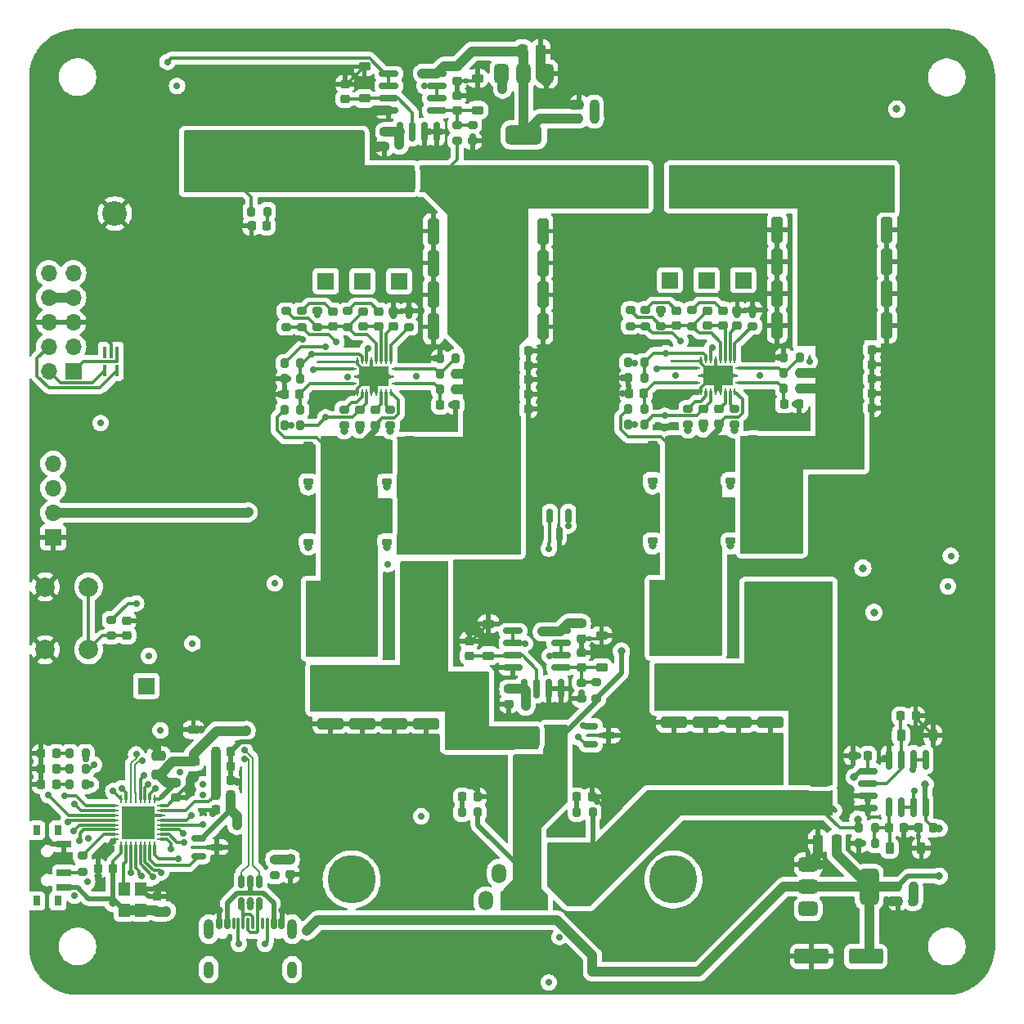
<source format=gbr>
%TF.GenerationSoftware,KiCad,Pcbnew,8.0.4*%
%TF.CreationDate,2025-01-13T22:40:44-07:00*%
%TF.ProjectId,Battery-Board,42617474-6572-4792-9d42-6f6172642e6b,rev?*%
%TF.SameCoordinates,Original*%
%TF.FileFunction,Copper,L1,Top*%
%TF.FilePolarity,Positive*%
%FSLAX46Y46*%
G04 Gerber Fmt 4.6, Leading zero omitted, Abs format (unit mm)*
G04 Created by KiCad (PCBNEW 8.0.4) date 2025-01-13 22:40:44*
%MOMM*%
%LPD*%
G01*
G04 APERTURE LIST*
G04 Aperture macros list*
%AMRoundRect*
0 Rectangle with rounded corners*
0 $1 Rounding radius*
0 $2 $3 $4 $5 $6 $7 $8 $9 X,Y pos of 4 corners*
0 Add a 4 corners polygon primitive as box body*
4,1,4,$2,$3,$4,$5,$6,$7,$8,$9,$2,$3,0*
0 Add four circle primitives for the rounded corners*
1,1,$1+$1,$2,$3*
1,1,$1+$1,$4,$5*
1,1,$1+$1,$6,$7*
1,1,$1+$1,$8,$9*
0 Add four rect primitives between the rounded corners*
20,1,$1+$1,$2,$3,$4,$5,0*
20,1,$1+$1,$4,$5,$6,$7,0*
20,1,$1+$1,$6,$7,$8,$9,0*
20,1,$1+$1,$8,$9,$2,$3,0*%
%AMFreePoly0*
4,1,14,-0.697500,2.280000,2.027500,2.280000,2.502500,2.280000,2.502500,-2.280000,-0.697500,-2.280000,-0.697500,-2.775000,-1.602500,-2.775000,-1.602500,-2.280000,-2.027500,-2.280000,-2.027500,2.280000,-1.602500,2.280000,-1.602500,2.775000,-0.697500,2.775000,-0.697500,2.280000,-0.697500,2.280000,$1*%
G04 Aperture macros list end*
%TA.AperFunction,SMDPad,CuDef*%
%ADD10RoundRect,0.250000X0.325000X1.100000X-0.325000X1.100000X-0.325000X-1.100000X0.325000X-1.100000X0*%
%TD*%
%TA.AperFunction,SMDPad,CuDef*%
%ADD11RoundRect,0.225000X0.225000X0.250000X-0.225000X0.250000X-0.225000X-0.250000X0.225000X-0.250000X0*%
%TD*%
%TA.AperFunction,SMDPad,CuDef*%
%ADD12RoundRect,0.225000X0.250000X-0.225000X0.250000X0.225000X-0.250000X0.225000X-0.250000X-0.225000X0*%
%TD*%
%TA.AperFunction,SMDPad,CuDef*%
%ADD13RoundRect,0.050000X-0.250000X-0.070000X0.250000X-0.070000X0.250000X0.070000X-0.250000X0.070000X0*%
%TD*%
%TA.AperFunction,SMDPad,CuDef*%
%ADD14RoundRect,0.050000X-0.070000X0.250000X-0.070000X-0.250000X0.070000X-0.250000X0.070000X0.250000X0*%
%TD*%
%TA.AperFunction,ComponentPad*%
%ADD15C,0.500000*%
%TD*%
%TA.AperFunction,SMDPad,CuDef*%
%ADD16RoundRect,0.050000X-1.475000X0.975000X-1.475000X-0.975000X1.475000X-0.975000X1.475000X0.975000X0*%
%TD*%
%TA.AperFunction,SMDPad,CuDef*%
%ADD17RoundRect,0.225000X-0.225000X-0.250000X0.225000X-0.250000X0.225000X0.250000X-0.225000X0.250000X0*%
%TD*%
%TA.AperFunction,SMDPad,CuDef*%
%ADD18RoundRect,0.225000X-0.250000X0.225000X-0.250000X-0.225000X0.250000X-0.225000X0.250000X0.225000X0*%
%TD*%
%TA.AperFunction,SMDPad,CuDef*%
%ADD19RoundRect,0.187500X-0.312500X-0.187500X0.312500X-0.187500X0.312500X0.187500X-0.312500X0.187500X0*%
%TD*%
%TA.AperFunction,SMDPad,CuDef*%
%ADD20FreePoly0,0.000000*%
%TD*%
%TA.AperFunction,SMDPad,CuDef*%
%ADD21RoundRect,0.200000X-0.275000X0.200000X-0.275000X-0.200000X0.275000X-0.200000X0.275000X0.200000X0*%
%TD*%
%TA.AperFunction,SMDPad,CuDef*%
%ADD22RoundRect,0.150000X0.150000X-0.512500X0.150000X0.512500X-0.150000X0.512500X-0.150000X-0.512500X0*%
%TD*%
%TA.AperFunction,SMDPad,CuDef*%
%ADD23R,4.000000X7.000000*%
%TD*%
%TA.AperFunction,SMDPad,CuDef*%
%ADD24RoundRect,0.250000X-0.325000X-1.100000X0.325000X-1.100000X0.325000X1.100000X-0.325000X1.100000X0*%
%TD*%
%TA.AperFunction,SMDPad,CuDef*%
%ADD25RoundRect,0.225000X0.375000X-0.225000X0.375000X0.225000X-0.375000X0.225000X-0.375000X-0.225000X0*%
%TD*%
%TA.AperFunction,SMDPad,CuDef*%
%ADD26RoundRect,0.200000X0.275000X-0.200000X0.275000X0.200000X-0.275000X0.200000X-0.275000X-0.200000X0*%
%TD*%
%TA.AperFunction,SMDPad,CuDef*%
%ADD27RoundRect,0.250000X-1.100000X0.325000X-1.100000X-0.325000X1.100000X-0.325000X1.100000X0.325000X0*%
%TD*%
%TA.AperFunction,SMDPad,CuDef*%
%ADD28RoundRect,0.150000X-0.150000X0.587500X-0.150000X-0.587500X0.150000X-0.587500X0.150000X0.587500X0*%
%TD*%
%TA.AperFunction,ComponentPad*%
%ADD29R,1.700000X1.700000*%
%TD*%
%TA.AperFunction,SMDPad,CuDef*%
%ADD30RoundRect,0.200000X-0.200000X-0.275000X0.200000X-0.275000X0.200000X0.275000X-0.200000X0.275000X0*%
%TD*%
%TA.AperFunction,SMDPad,CuDef*%
%ADD31RoundRect,0.150000X-0.150000X-0.425000X0.150000X-0.425000X0.150000X0.425000X-0.150000X0.425000X0*%
%TD*%
%TA.AperFunction,SMDPad,CuDef*%
%ADD32RoundRect,0.075000X-0.075000X-0.500000X0.075000X-0.500000X0.075000X0.500000X-0.075000X0.500000X0*%
%TD*%
%TA.AperFunction,ComponentPad*%
%ADD33O,1.000000X2.100000*%
%TD*%
%TA.AperFunction,ComponentPad*%
%ADD34O,1.000000X1.800000*%
%TD*%
%TA.AperFunction,SMDPad,CuDef*%
%ADD35RoundRect,0.200000X0.200000X0.275000X-0.200000X0.275000X-0.200000X-0.275000X0.200000X-0.275000X0*%
%TD*%
%TA.AperFunction,SMDPad,CuDef*%
%ADD36RoundRect,0.218750X-0.218750X-0.256250X0.218750X-0.256250X0.218750X0.256250X-0.218750X0.256250X0*%
%TD*%
%TA.AperFunction,SMDPad,CuDef*%
%ADD37RoundRect,0.225000X-0.225000X-0.375000X0.225000X-0.375000X0.225000X0.375000X-0.225000X0.375000X0*%
%TD*%
%TA.AperFunction,SMDPad,CuDef*%
%ADD38RoundRect,0.150000X-0.825000X-0.150000X0.825000X-0.150000X0.825000X0.150000X-0.825000X0.150000X0*%
%TD*%
%TA.AperFunction,SMDPad,CuDef*%
%ADD39RoundRect,0.150000X0.150000X-0.825000X0.150000X0.825000X-0.150000X0.825000X-0.150000X-0.825000X0*%
%TD*%
%TA.AperFunction,SMDPad,CuDef*%
%ADD40R,2.475000X3.000000*%
%TD*%
%TA.AperFunction,SMDPad,CuDef*%
%ADD41R,0.400000X1.200000*%
%TD*%
%TA.AperFunction,SMDPad,CuDef*%
%ADD42R,1.200000X1.400000*%
%TD*%
%TA.AperFunction,SMDPad,CuDef*%
%ADD43RoundRect,0.250000X0.250000X0.475000X-0.250000X0.475000X-0.250000X-0.475000X0.250000X-0.475000X0*%
%TD*%
%TA.AperFunction,SMDPad,CuDef*%
%ADD44RoundRect,0.218750X0.218750X0.256250X-0.218750X0.256250X-0.218750X-0.256250X0.218750X-0.256250X0*%
%TD*%
%TA.AperFunction,SMDPad,CuDef*%
%ADD45RoundRect,0.250000X0.475000X-0.250000X0.475000X0.250000X-0.475000X0.250000X-0.475000X-0.250000X0*%
%TD*%
%TA.AperFunction,ComponentPad*%
%ADD46O,1.700000X1.700000*%
%TD*%
%TA.AperFunction,SMDPad,CuDef*%
%ADD47RoundRect,0.150000X-0.587500X-0.150000X0.587500X-0.150000X0.587500X0.150000X-0.587500X0.150000X0*%
%TD*%
%TA.AperFunction,ComponentPad*%
%ADD48C,2.000000*%
%TD*%
%TA.AperFunction,SMDPad,CuDef*%
%ADD49RoundRect,0.218750X0.256250X-0.218750X0.256250X0.218750X-0.256250X0.218750X-0.256250X-0.218750X0*%
%TD*%
%TA.AperFunction,SMDPad,CuDef*%
%ADD50RoundRect,0.250000X1.500000X0.550000X-1.500000X0.550000X-1.500000X-0.550000X1.500000X-0.550000X0*%
%TD*%
%TA.AperFunction,ComponentPad*%
%ADD51O,1.500000X2.000000*%
%TD*%
%TA.AperFunction,ComponentPad*%
%ADD52C,6.000000*%
%TD*%
%TA.AperFunction,ComponentPad*%
%ADD53C,5.000000*%
%TD*%
%TA.AperFunction,SMDPad,CuDef*%
%ADD54RoundRect,0.150000X-0.150000X0.825000X-0.150000X-0.825000X0.150000X-0.825000X0.150000X0.825000X0*%
%TD*%
%TA.AperFunction,SMDPad,CuDef*%
%ADD55RoundRect,0.375000X-0.625000X-0.375000X0.625000X-0.375000X0.625000X0.375000X-0.625000X0.375000X0*%
%TD*%
%TA.AperFunction,SMDPad,CuDef*%
%ADD56RoundRect,0.500000X-0.500000X-1.400000X0.500000X-1.400000X0.500000X1.400000X-0.500000X1.400000X0*%
%TD*%
%TA.AperFunction,SMDPad,CuDef*%
%ADD57R,0.800000X1.000000*%
%TD*%
%TA.AperFunction,SMDPad,CuDef*%
%ADD58R,1.500000X0.700000*%
%TD*%
%TA.AperFunction,SMDPad,CuDef*%
%ADD59RoundRect,0.250000X-0.250000X-0.475000X0.250000X-0.475000X0.250000X0.475000X-0.250000X0.475000X0*%
%TD*%
%TA.AperFunction,ComponentPad*%
%ADD60R,2.550000X2.550000*%
%TD*%
%TA.AperFunction,ComponentPad*%
%ADD61C,2.550000*%
%TD*%
%TA.AperFunction,SMDPad,CuDef*%
%ADD62RoundRect,0.062500X0.062500X-0.375000X0.062500X0.375000X-0.062500X0.375000X-0.062500X-0.375000X0*%
%TD*%
%TA.AperFunction,SMDPad,CuDef*%
%ADD63RoundRect,0.062500X0.375000X-0.062500X0.375000X0.062500X-0.375000X0.062500X-0.375000X-0.062500X0*%
%TD*%
%TA.AperFunction,HeatsinkPad*%
%ADD64R,3.450000X3.450000*%
%TD*%
%TA.AperFunction,SMDPad,CuDef*%
%ADD65RoundRect,0.375000X-0.375000X0.625000X-0.375000X-0.625000X0.375000X-0.625000X0.375000X0.625000X0*%
%TD*%
%TA.AperFunction,SMDPad,CuDef*%
%ADD66RoundRect,0.500000X-1.400000X0.500000X-1.400000X-0.500000X1.400000X-0.500000X1.400000X0.500000X0*%
%TD*%
%TA.AperFunction,ViaPad*%
%ADD67C,0.700000*%
%TD*%
%TA.AperFunction,ViaPad*%
%ADD68C,0.800000*%
%TD*%
%TA.AperFunction,ViaPad*%
%ADD69C,0.600000*%
%TD*%
%TA.AperFunction,Conductor*%
%ADD70C,1.000000*%
%TD*%
%TA.AperFunction,Conductor*%
%ADD71C,0.500000*%
%TD*%
%TA.AperFunction,Conductor*%
%ADD72C,0.300000*%
%TD*%
%TA.AperFunction,Conductor*%
%ADD73C,0.650000*%
%TD*%
%TA.AperFunction,Conductor*%
%ADD74C,0.200000*%
%TD*%
G04 APERTURE END LIST*
D10*
%TO.P,C20,1*%
%TO.N,/DC-DC-Converters/DC-DC-Buck-Converter1/POWER_IN*%
X173075000Y-80320000D03*
%TO.P,C20,2*%
%TO.N,GND*%
X170125000Y-80320000D03*
%TD*%
D11*
%TO.P,C61,1*%
%TO.N,GND*%
X136800000Y-88520000D03*
%TO.P,C61,2*%
%TO.N,Net-(U21-VIN)*%
X135250000Y-88520000D03*
%TD*%
D12*
%TO.P,C2,1*%
%TO.N,/DC-DC-Converters/Power Sensor VI1/VOLTAGE_SENSOR_IN_{POST_DIVIDER}+*%
X136995000Y-58035000D03*
%TO.P,C2,2*%
%TO.N,GND*%
X136995000Y-56485000D03*
%TD*%
D13*
%TO.P,U12,1,EN_UVLO*%
%TO.N,Net-(U12-EN_UVLO)*%
X166147250Y-84720000D03*
D14*
%TO.P,U12,2,RT*%
%TO.N,Net-(U12-RT)*%
X165747250Y-83820000D03*
%TO.P,U12,3,SS_TRK*%
%TO.N,Net-(U12-SS_TRK)*%
X165247250Y-83820000D03*
%TO.P,U12,4,COMP*%
%TO.N,Net-(U12-COMP)*%
X164747250Y-83820000D03*
%TO.P,U12,5,FB*%
%TO.N,/DC-DC-Converters/DC-DC-Buck-Converter1/FB*%
X164247250Y-83820000D03*
%TO.P,U12,6,AGND*%
%TO.N,GND*%
X163747250Y-83820000D03*
%TO.P,U12,7,SYNCOUT*%
%TO.N,/DC-DC-Converters/DC-DC-Buck-Converter1/SYNCOUT*%
X163247250Y-83820000D03*
%TO.P,U12,8,SYNCIN*%
%TO.N,Net-(J8-Pin_1)*%
X162747250Y-83820000D03*
%TO.P,U12,9,NC*%
%TO.N,GND*%
X162247250Y-83820000D03*
D13*
%TO.P,U12,10,PGOOD*%
%TO.N,/MCU and sensors/PB3*%
X161847250Y-84720000D03*
%TO.P,U12,11,ILIM*%
%TO.N,Net-(U12-ILIM)*%
X161847250Y-86220000D03*
D14*
%TO.P,U12,12,PGND*%
%TO.N,GND*%
X162247250Y-87120000D03*
%TO.P,U12,13,LO*%
%TO.N,Net-(U12-LO)*%
X162747250Y-87120000D03*
%TO.P,U12,14,VCC*%
%TO.N,Net-(U12-VCC)*%
X163247250Y-87120000D03*
%TO.P,U12,15,EP*%
%TO.N,GND*%
X163747250Y-87120000D03*
%TO.P,U12,16,NC*%
X164247250Y-87120000D03*
%TO.P,U12,17,BST*%
%TO.N,Net-(U12-BST)*%
X164747250Y-87120000D03*
%TO.P,U12,18,HO*%
%TO.N,Net-(U12-HO)*%
X165247250Y-87120000D03*
%TO.P,U12,19,SW*%
%TO.N,Net-(U12-SW)*%
X165747250Y-87120000D03*
D13*
%TO.P,U12,20,VIN*%
%TO.N,Net-(U12-VIN)*%
X166147250Y-86220000D03*
D15*
%TO.P,U12,21,EP*%
%TO.N,GND*%
X163997250Y-84695000D03*
X165272250Y-85470000D03*
D16*
X163997250Y-85470000D03*
D15*
X162722250Y-85470000D03*
X163997250Y-86245000D03*
%TD*%
D17*
%TO.P,C82,1*%
%TO.N,/DC-DC-Converters/DC-DC-Buck-Converter2/POWER_IN*%
X142800000Y-84417500D03*
%TO.P,C82,2*%
%TO.N,GND*%
X144350000Y-84417500D03*
%TD*%
D18*
%TO.P,C64,1*%
%TO.N,GND*%
X130400000Y-78845000D03*
%TO.P,C64,2*%
%TO.N,Net-(U21-SS_TRK)*%
X130400000Y-80395000D03*
%TD*%
D19*
%TO.P,U22,1,S*%
%TO.N,Net-(U21-SW)*%
X129700000Y-92650000D03*
%TO.P,U22,2,S*%
X129700000Y-93920000D03*
%TO.P,U22,3,S*%
X129700000Y-95190000D03*
%TO.P,U22,4,G*%
%TO.N,/DC-DC-Converters/DC-DC-Buck-Converter2/High Side Gate Drive*%
X129700000Y-96460000D03*
D20*
%TO.P,U22,5,D*%
%TO.N,/DC-DC-Converters/DC-DC-Buck-Converter2/POWER_IN*%
X133192250Y-94555000D03*
%TD*%
D21*
%TO.P,R22,1*%
%TO.N,Net-(C48-Pad2)*%
X156500000Y-78695000D03*
%TO.P,R22,2*%
%TO.N,/DC-DC-Converters/DC-DC-Buck-Converter1/Output*%
X156500000Y-80345000D03*
%TD*%
%TO.P,R7,1*%
%TO.N,GND*%
X122500000Y-78795000D03*
%TO.P,R7,2*%
%TO.N,/DC-DC-Converters/DC-DC-Buck-Converter2/FB*%
X122500000Y-80445000D03*
%TD*%
D12*
%TO.P,C17,1*%
%TO.N,/DC-DC-Converters/Power Sensor VI2/VOLTAGE_SENSOR_IN_{POST_DIVIDER}+*%
X149850000Y-115705000D03*
%TO.P,C17,2*%
%TO.N,GND*%
X149850000Y-114155000D03*
%TD*%
D21*
%TO.P,R19,1*%
%TO.N,Net-(U12-LO)*%
X160900000Y-88895000D03*
%TO.P,R19,2*%
%TO.N,/DC-DC-Converters/DC-DC-Buck-Converter1/Low Side Gate Drive*%
X160900000Y-90545000D03*
%TD*%
D17*
%TO.P,C12,1*%
%TO.N,+3.3VA*%
X112000000Y-127410000D03*
%TO.P,C12,2*%
%TO.N,GND*%
X113550000Y-127410000D03*
%TD*%
D22*
%TO.P,D7,1*%
%TO.N,Net-(D7-Pad1)*%
X114650000Y-140137500D03*
%TO.P,D7,2*%
%TO.N,GND*%
X115600000Y-140137500D03*
%TO.P,D7,3*%
%TO.N,Net-(D7-Pad3)*%
X116550000Y-140137500D03*
%TO.P,D7,4*%
%TO.N,/MCU and sensors/USB_DP*%
X116550000Y-137862500D03*
%TO.P,D7,5*%
%TO.N,VBUS*%
X115600000Y-137862500D03*
%TO.P,D7,6*%
%TO.N,/MCU and sensors/USB_DN*%
X114650000Y-137862500D03*
%TD*%
D23*
%TO.P,L2,1,1*%
%TO.N,Net-(U21-SW)*%
X123700000Y-110720000D03*
%TO.P,L2,2,2*%
%TO.N,/DC-DC-Converters/DC-DC-Buck-Converter2/Output*%
X133700000Y-110720000D03*
%TD*%
D19*
%TO.P,U24,1,S*%
%TO.N,Net-(U21-SW)*%
X129700000Y-98890000D03*
%TO.P,U24,2,S*%
X129700000Y-100160000D03*
%TO.P,U24,3,S*%
X129700000Y-101430000D03*
%TO.P,U24,4,G*%
%TO.N,/DC-DC-Converters/DC-DC-Buck-Converter2/High Side Gate Drive*%
X129700000Y-102700000D03*
D20*
%TO.P,U24,5,D*%
%TO.N,/DC-DC-Converters/DC-DC-Buck-Converter2/POWER_IN*%
X133192250Y-100795000D03*
%TD*%
D24*
%TO.P,C71,1*%
%TO.N,/DC-DC-Converters/DC-DC-Buck-Converter2/POWER_IN*%
X142925000Y-77120000D03*
%TO.P,C71,2*%
%TO.N,GND*%
X145875000Y-77120000D03*
%TD*%
D12*
%TO.P,C60,1*%
%TO.N,GND*%
X126900000Y-90595000D03*
%TO.P,C60,2*%
%TO.N,Net-(U21-VCC)*%
X126900000Y-89045000D03*
%TD*%
D25*
%TO.P,D1,1,K*%
%TO.N,/DC-DC-Converters/Power Sensor VI1/VOLTAGE_SENSOR_IN_{POST_DIVIDER}+*%
X139095000Y-57995000D03*
%TO.P,D1,2,A*%
%TO.N,GND*%
X139095000Y-54695000D03*
%TD*%
D11*
%TO.P,C15,1*%
%TO.N,+3V3*%
X113550000Y-130410000D03*
%TO.P,C15,2*%
%TO.N,GND*%
X112000000Y-130410000D03*
%TD*%
D10*
%TO.P,C22,1*%
%TO.N,/DC-DC-Converters/DC-DC-Buck-Converter1/POWER_IN*%
X173075000Y-77020000D03*
%TO.P,C22,2*%
%TO.N,GND*%
X170125000Y-77020000D03*
%TD*%
D17*
%TO.P,C84,1*%
%TO.N,/DC-DC-Converters/DC-DC-Buck-Converter2/POWER_IN*%
X142800000Y-85920000D03*
%TO.P,C84,2*%
%TO.N,GND*%
X144350000Y-85920000D03*
%TD*%
D12*
%TO.P,C40,1*%
%TO.N,Net-(U12-COMP)*%
X164500000Y-80295000D03*
%TO.P,C40,2*%
%TO.N,Net-(C40-Pad2)*%
X164500000Y-78745000D03*
%TD*%
D24*
%TO.P,C35,1*%
%TO.N,/DC-DC-Converters/DC-DC-Buck-Converter1/POWER_IN*%
X178525000Y-73720000D03*
%TO.P,C35,2*%
%TO.N,GND*%
X181475000Y-73720000D03*
%TD*%
D25*
%TO.P,D9,1,K*%
%TO.N,/DC-DC-Converters/Power Sensor VI2/VOLTAGE_SENSOR_IN_{POST_DIVIDER}+*%
X151950000Y-115665000D03*
%TO.P,D9,2,A*%
%TO.N,GND*%
X151950000Y-112365000D03*
%TD*%
D17*
%TO.P,C10,1*%
%TO.N,+3.3VA*%
X112000000Y-125900000D03*
%TO.P,C10,2*%
%TO.N,GND*%
X113550000Y-125900000D03*
%TD*%
D26*
%TO.P,R35,1*%
%TO.N,GND*%
X149855000Y-118902500D03*
%TO.P,R35,2*%
%TO.N,/DC-DC-Converters/Power Sensor VI2/VOLTAGE_SENSOR_IN_{POST_DIVIDER}+*%
X149855000Y-117252500D03*
%TD*%
D11*
%TO.P,C8,1*%
%TO.N,+3V3*%
X101375000Y-136500000D03*
%TO.P,C8,2*%
%TO.N,GND*%
X99825000Y-136500000D03*
%TD*%
D27*
%TO.P,C37,1*%
%TO.N,/DC-DC-Converters/DC-DC-Buck-Converter1/Output*%
X166092856Y-118445000D03*
%TO.P,C37,2*%
%TO.N,GND*%
X166092856Y-121395000D03*
%TD*%
D28*
%TO.P,U7,1,V_{DD}*%
%TO.N,+3V3*%
X148500000Y-100000000D03*
%TO.P,U7,2,V_{OUT}*%
%TO.N,/MCU and sensors/BUCK_TEMP_SENSE*%
X146600000Y-100000000D03*
%TO.P,U7,3,GND*%
%TO.N,GND*%
X147550000Y-101875000D03*
%TD*%
D17*
%TO.P,C45,1*%
%TO.N,/DC-DC-Converters/DC-DC-Buck-Converter1/POWER_IN*%
X178400000Y-82815000D03*
%TO.P,C45,2*%
%TO.N,GND*%
X179950000Y-82815000D03*
%TD*%
D29*
%TO.P,TP1,1,1*%
%TO.N,/DC-DC-Converters/DC-DC-Buck-Converter1/POWER_IN*%
X166600000Y-75600000D03*
%TD*%
D30*
%TO.P,R23,1*%
%TO.N,GND*%
X135200000Y-83720000D03*
%TO.P,R23,2*%
%TO.N,Net-(U21-EN_UVLO)*%
X136850000Y-83720000D03*
%TD*%
D31*
%TO.P,J2,A1,GND*%
%TO.N,GND*%
X112400000Y-142220000D03*
%TO.P,J2,A4,VBUS*%
%TO.N,VBUS*%
X113200000Y-142220000D03*
D32*
%TO.P,J2,A5,CC1*%
%TO.N,Net-(J2-CC1)*%
X114350000Y-142220000D03*
%TO.P,J2,A6,D+*%
%TO.N,Net-(D7-Pad3)*%
X115350000Y-142220000D03*
%TO.P,J2,A7,D-*%
%TO.N,Net-(D7-Pad1)*%
X115850000Y-142220000D03*
%TO.P,J2,A8,SBU1*%
%TO.N,unconnected-(J2-SBU1-PadA8)*%
X116850000Y-142220000D03*
D31*
%TO.P,J2,A9,VBUS*%
%TO.N,VBUS*%
X118000000Y-142220000D03*
%TO.P,J2,A12,GND*%
%TO.N,GND*%
X118800000Y-142220000D03*
%TO.P,J2,B1,GND*%
X118800000Y-142220000D03*
%TO.P,J2,B4,VBUS*%
%TO.N,VBUS*%
X118000000Y-142220000D03*
D32*
%TO.P,J2,B5,CC2*%
%TO.N,Net-(J2-CC2)*%
X117350000Y-142220000D03*
%TO.P,J2,B6,D+*%
%TO.N,Net-(D7-Pad3)*%
X116350000Y-142220000D03*
%TO.P,J2,B7,D-*%
%TO.N,Net-(D7-Pad1)*%
X114850000Y-142220000D03*
%TO.P,J2,B8,SBU2*%
%TO.N,unconnected-(J2-SBU2-PadB8)*%
X113850000Y-142220000D03*
D31*
%TO.P,J2,B9,VBUS*%
%TO.N,VBUS*%
X113200000Y-142220000D03*
%TO.P,J2,B12,GND*%
%TO.N,GND*%
X112400000Y-142220000D03*
D33*
%TO.P,J2,S1,SHIELD*%
%TO.N,unconnected-(J2-SHIELD-PadS1)*%
X111280000Y-142795000D03*
D34*
%TO.N,unconnected-(J2-SHIELD-PadS1)_3*%
X111280000Y-146975000D03*
D33*
%TO.N,unconnected-(J2-SHIELD-PadS1)_1*%
X119920000Y-142795000D03*
D34*
%TO.N,unconnected-(J2-SHIELD-PadS1)_2*%
X119920000Y-146975000D03*
%TD*%
D35*
%TO.P,R46,1*%
%TO.N,/OUT_{7V}*%
X151025000Y-130700000D03*
%TO.P,R46,2*%
%TO.N,Net-(D14-A)*%
X149375000Y-130700000D03*
%TD*%
D23*
%TO.P,L1,1,1*%
%TO.N,Net-(U12-SW)*%
X159300000Y-110620000D03*
%TO.P,L1,2,2*%
%TO.N,/DC-DC-Converters/DC-DC-Buck-Converter1/Output*%
X169300000Y-110620000D03*
%TD*%
D36*
%TO.P,D19,1,K*%
%TO.N,GND*%
X149612500Y-57400000D03*
%TO.P,D19,2,A*%
%TO.N,Net-(D19-A)*%
X151187500Y-57400000D03*
%TD*%
D18*
%TO.P,C1,1*%
%TO.N,+5V*%
X129495000Y-60245000D03*
%TO.P,C1,2*%
%TO.N,GND*%
X129495000Y-61795000D03*
%TD*%
D26*
%TO.P,R44,1*%
%TO.N,+3V3*%
X118140000Y-137195000D03*
%TO.P,R44,2*%
%TO.N,Net-(D12-A)*%
X118140000Y-135545000D03*
%TD*%
D18*
%TO.P,C5,1*%
%TO.N,GND*%
X105900000Y-139425000D03*
%TO.P,C5,2*%
%TO.N,+3V3*%
X105900000Y-140975000D03*
%TD*%
D21*
%TO.P,R20,1*%
%TO.N,Net-(C40-Pad2)*%
X161300000Y-78695000D03*
%TO.P,R20,2*%
%TO.N,/DC-DC-Converters/DC-DC-Buck-Converter1/FB*%
X161300000Y-80345000D03*
%TD*%
%TO.P,R32,1*%
%TO.N,Net-(C75-Pad2)*%
X125700000Y-78795000D03*
%TO.P,R32,2*%
%TO.N,/DC-DC-Converters/DC-DC-Buck-Converter2/FB*%
X125700000Y-80445000D03*
%TD*%
D35*
%TO.P,R24,1*%
%TO.N,/DC-DC-Converters/DC-DC-Buck-Converter2/POWER_IN*%
X136850000Y-85320000D03*
%TO.P,R24,2*%
%TO.N,Net-(U21-EN_UVLO)*%
X135200000Y-85320000D03*
%TD*%
D27*
%TO.P,C34,1*%
%TO.N,/DC-DC-Converters/DC-DC-Buck-Converter1/Output*%
X169414284Y-118445000D03*
%TO.P,C34,2*%
%TO.N,GND*%
X169414284Y-121395000D03*
%TD*%
D24*
%TO.P,C31,1*%
%TO.N,/DC-DC-Converters/DC-DC-Buck-Converter1/POWER_IN*%
X178525000Y-80320000D03*
%TO.P,C31,2*%
%TO.N,GND*%
X181475000Y-80320000D03*
%TD*%
D19*
%TO.P,U15,1,S*%
%TO.N,Net-(U12-SW)*%
X165300000Y-98790000D03*
%TO.P,U15,2,S*%
X165300000Y-100060000D03*
%TO.P,U15,3,S*%
X165300000Y-101330000D03*
%TO.P,U15,4,G*%
%TO.N,/DC-DC-Converters/DC-DC-Buck-Converter1/High Side Gate Drive*%
X165300000Y-102600000D03*
D20*
%TO.P,U15,5,D*%
%TO.N,/DC-DC-Converters/DC-DC-Buck-Converter1/POWER_IN*%
X168792250Y-100695000D03*
%TD*%
D30*
%TO.P,R38,1*%
%TO.N,GND*%
X178600000Y-133920000D03*
%TO.P,R38,2*%
%TO.N,/DC-DC-Converters/Power Sensor VI4/VOLTAGE_SENSOR_IN_{POST_DIVIDER}+*%
X180250000Y-133920000D03*
%TD*%
D18*
%TO.P,C29,1*%
%TO.N,GND*%
X166000000Y-78745000D03*
%TO.P,C29,2*%
%TO.N,Net-(U12-SS_TRK)*%
X166000000Y-80295000D03*
%TD*%
D26*
%TO.P,R14,1*%
%TO.N,Net-(U12-RT)*%
X167600000Y-80345000D03*
%TO.P,R14,2*%
%TO.N,GND*%
X167600000Y-78695000D03*
%TD*%
D11*
%TO.P,C93,1*%
%TO.N,+5V*%
X186275000Y-132315000D03*
%TO.P,C93,2*%
%TO.N,GND*%
X184725000Y-132315000D03*
%TD*%
D27*
%TO.P,C74,1*%
%TO.N,/DC-DC-Converters/DC-DC-Buck-Converter2/Output*%
X127171428Y-118545000D03*
%TO.P,C74,2*%
%TO.N,GND*%
X127171428Y-121495000D03*
%TD*%
D10*
%TO.P,C63,1*%
%TO.N,/DC-DC-Converters/DC-DC-Buck-Converter2/POWER_IN*%
X137475000Y-70520000D03*
%TO.P,C63,2*%
%TO.N,GND*%
X134525000Y-70520000D03*
%TD*%
D37*
%TO.P,D16,1,K*%
%TO.N,Net-(D16-K)*%
X182949999Y-122715000D03*
%TO.P,D16,2,A*%
%TO.N,GND*%
X186249999Y-122715000D03*
%TD*%
D12*
%TO.P,C18,1*%
%TO.N,Net-(D10-K)*%
X138250000Y-114505000D03*
%TO.P,C18,2*%
%TO.N,GND*%
X138250000Y-112955000D03*
%TD*%
D27*
%TO.P,C21,1*%
%TO.N,/DC-DC-Converters/DC-DC-Buck-Converter1/Output*%
X159450000Y-118445000D03*
%TO.P,C21,2*%
%TO.N,GND*%
X159450000Y-121395000D03*
%TD*%
D11*
%TO.P,C90,1*%
%TO.N,+5V*%
X179500000Y-124815001D03*
%TO.P,C90,2*%
%TO.N,GND*%
X177950000Y-124815001D03*
%TD*%
D18*
%TO.P,C19,1*%
%TO.N,+5V*%
X149850000Y-111140000D03*
%TO.P,C19,2*%
%TO.N,GND*%
X149850000Y-112690000D03*
%TD*%
D38*
%TO.P,U2,1*%
%TO.N,/MCU and sensors/PA4*%
X129920000Y-54240000D03*
%TO.P,U2,2,-*%
X129920000Y-55510000D03*
%TO.P,U2,3,+*%
%TO.N,Net-(D2-K)*%
X129920000Y-56780000D03*
%TO.P,U2,4,V-*%
%TO.N,GND*%
X129920000Y-58050000D03*
%TO.P,U2,5,+*%
%TO.N,/DC-DC-Converters/Power Sensor VI1/VOLTAGE_SENSOR_IN_{POST_DIVIDER}+*%
X134870000Y-58050000D03*
%TO.P,U2,6,-*%
%TO.N,/MCU and sensors/PA3*%
X134870000Y-56780000D03*
%TO.P,U2,7*%
X134870000Y-55510000D03*
%TO.P,U2,8,V+*%
%TO.N,+5V*%
X134870000Y-54240000D03*
%TD*%
D18*
%TO.P,C16,1*%
%TO.N,+5V*%
X142350000Y-117915000D03*
%TO.P,C16,2*%
%TO.N,GND*%
X142350000Y-119465000D03*
%TD*%
D39*
%TO.P,U10,1,IP+*%
%TO.N,/DC-DC-Converters/DC-DC-Buck-Converter2/Output*%
X143950000Y-122865000D03*
%TO.P,U10,2,IP+*%
X145220000Y-122865000D03*
%TO.P,U10,3,IP-*%
%TO.N,/OUT_{12V}*%
X146490000Y-122865000D03*
%TO.P,U10,4,IP-*%
X147760000Y-122865000D03*
%TO.P,U10,5,GND*%
%TO.N,GND*%
X147760000Y-117915000D03*
%TO.P,U10,6,BW_SEL*%
X146490000Y-117915000D03*
%TO.P,U10,7,VIOUT*%
%TO.N,Net-(D10-K)*%
X145220000Y-117915000D03*
%TO.P,U10,8,VCC*%
%TO.N,+5V*%
X143950000Y-117915000D03*
%TD*%
D30*
%TO.P,R43,1*%
%TO.N,+5V*%
X182575000Y-138400000D03*
%TO.P,R43,2*%
%TO.N,Net-(D11-A)*%
X184225000Y-138400000D03*
%TD*%
D35*
%TO.P,R30,1*%
%TO.N,Net-(U21-ILIM)*%
X120750000Y-89020000D03*
%TO.P,R30,2*%
%TO.N,Net-(U21-SW)*%
X119100000Y-89020000D03*
%TD*%
D21*
%TO.P,R21,1*%
%TO.N,Net-(U12-HO)*%
X165700000Y-88895000D03*
%TO.P,R21,2*%
%TO.N,/DC-DC-Converters/DC-DC-Buck-Converter1/High Side Gate Drive*%
X165700000Y-90545000D03*
%TD*%
D39*
%TO.P,U1,1,IP+*%
%TO.N,/IN_{24V}*%
X131095000Y-65195000D03*
%TO.P,U1,2,IP+*%
X132365000Y-65195000D03*
%TO.P,U1,3,IP-*%
%TO.N,/DC-DC-Converters/DC-DC-Buck-Converter2/POWER_IN*%
X133635000Y-65195000D03*
%TO.P,U1,4,IP-*%
X134905000Y-65195000D03*
%TO.P,U1,5,GND*%
%TO.N,GND*%
X134905000Y-60245000D03*
%TO.P,U1,6,BW_SEL*%
X133635000Y-60245000D03*
%TO.P,U1,7,VIOUT*%
%TO.N,Net-(D2-K)*%
X132365000Y-60245000D03*
%TO.P,U1,8,VCC*%
%TO.N,+5V*%
X131095000Y-60245000D03*
%TD*%
D30*
%TO.P,R25,1*%
%TO.N,GND*%
X119100000Y-85820000D03*
%TO.P,R25,2*%
%TO.N,Net-(J9-Pin_1)*%
X120750000Y-85820000D03*
%TD*%
%TO.P,R11,1*%
%TO.N,GND*%
X170800000Y-83620000D03*
%TO.P,R11,2*%
%TO.N,Net-(U12-EN_UVLO)*%
X172450000Y-83620000D03*
%TD*%
D17*
%TO.P,C73,1*%
%TO.N,/DC-DC-Converters/DC-DC-Buck-Converter2/POWER_IN*%
X142800000Y-87422500D03*
%TO.P,C73,2*%
%TO.N,GND*%
X144350000Y-87422500D03*
%TD*%
D10*
%TO.P,C24,1*%
%TO.N,/DC-DC-Converters/DC-DC-Buck-Converter1/POWER_IN*%
X173075000Y-73720000D03*
%TO.P,C24,2*%
%TO.N,GND*%
X170125000Y-73720000D03*
%TD*%
D27*
%TO.P,C39,1*%
%TO.N,/DC-DC-Converters/DC-DC-Buck-Converter1/Output*%
X162771428Y-118445000D03*
%TO.P,C39,2*%
%TO.N,GND*%
X162771428Y-121395000D03*
%TD*%
D17*
%TO.P,C76,1*%
%TO.N,/DC-DC-Converters/DC-DC-Buck-Converter2/POWER_IN*%
X142800000Y-88925000D03*
%TO.P,C76,2*%
%TO.N,GND*%
X144350000Y-88925000D03*
%TD*%
D36*
%TO.P,FB1,1*%
%TO.N,+3.3VA*%
X111987500Y-128910000D03*
%TO.P,FB1,2*%
%TO.N,+3V3*%
X113562500Y-128910000D03*
%TD*%
D29*
%TO.P,J4,1,Pin_1*%
%TO.N,/DC-DC-Converters/DC-DC-Buck-Converter1/SYNCOUT*%
X162800000Y-75600000D03*
%TD*%
D21*
%TO.P,R39,1*%
%TO.N,/DC-DC-Converters/Power Sensor VI1/VOLTAGE_SENSOR_IN_{POST_DIVIDER}+*%
X136995000Y-59520000D03*
%TO.P,R39,2*%
%TO.N,/DC-DC-Converters/DC-DC-Buck-Converter2/POWER_IN*%
X136995000Y-61170000D03*
%TD*%
D19*
%TO.P,U25,1,S*%
%TO.N,GND*%
X121600000Y-98890000D03*
%TO.P,U25,2,S*%
X121600000Y-100160000D03*
%TO.P,U25,3,S*%
X121600000Y-101430000D03*
%TO.P,U25,4,G*%
%TO.N,/DC-DC-Converters/DC-DC-Buck-Converter2/Low Side Gate Drive*%
X121600000Y-102700000D03*
D20*
%TO.P,U25,5,D*%
%TO.N,Net-(U21-SW)*%
X125092250Y-100795000D03*
%TD*%
D12*
%TO.P,C78,1*%
%TO.N,Net-(U21-COMP)*%
X127300000Y-80395000D03*
%TO.P,C78,2*%
%TO.N,/DC-DC-Converters/DC-DC-Buck-Converter2/FB*%
X127300000Y-78845000D03*
%TD*%
%TO.P,C43,1*%
%TO.N,Net-(U12-COMP)*%
X162900000Y-80295000D03*
%TO.P,C43,2*%
%TO.N,/DC-DC-Converters/DC-DC-Buck-Converter1/FB*%
X162900000Y-78745000D03*
%TD*%
D35*
%TO.P,R37,1*%
%TO.N,/DC-DC-Converters/Power Sensor VI4/VOLTAGE_SENSOR_IN_{POST_DIVIDER}+*%
X180250000Y-132320000D03*
%TO.P,R37,2*%
%TO.N,/OUT_{7V}*%
X178600000Y-132320000D03*
%TD*%
D17*
%TO.P,C92,1*%
%TO.N,Net-(D16-K)*%
X182909999Y-120715000D03*
%TO.P,C92,2*%
%TO.N,GND*%
X184459999Y-120715000D03*
%TD*%
D30*
%TO.P,R2,1*%
%TO.N,Net-(D4-A)*%
X96905000Y-126200000D03*
%TO.P,R2,2*%
%TO.N,/MCU and sensors/GPLED2*%
X98555000Y-126200000D03*
%TD*%
D21*
%TO.P,R42,1*%
%TO.N,Net-(U5-PB8)*%
X98200000Y-135175000D03*
%TO.P,R42,2*%
%TO.N,Net-(SW2-B)*%
X98200000Y-136825000D03*
%TD*%
D40*
%TO.P,JP1,1,A*%
%TO.N,/DC-DC-Converters/DC-DC-Buck-Converter2/POWER_IN*%
X155312500Y-65700000D03*
%TO.P,JP1,2,B*%
%TO.N,/DC-DC-Converters/DC-DC-Buck-Converter1/POWER_IN*%
X160687500Y-65700000D03*
%TD*%
D17*
%TO.P,C41,1*%
%TO.N,/DC-DC-Converters/DC-DC-Buck-Converter1/POWER_IN*%
X178400000Y-88825000D03*
%TO.P,C41,2*%
%TO.N,GND*%
X179950000Y-88825000D03*
%TD*%
D41*
%TO.P,IC1,1,I/01*%
%TO.N,/MCU and sensors/NRST*%
X101800000Y-83060000D03*
%TO.P,IC1,2,GND*%
%TO.N,GND*%
X101150000Y-83060000D03*
%TO.P,IC1,3,I/02*%
%TO.N,unconnected-(IC1-I{slash}02-Pad3)*%
X100500000Y-83060000D03*
%TO.P,IC1,4,I/03*%
%TO.N,/MCU and sensors/DEBUG_SWCLK*%
X100500000Y-84960000D03*
%TO.P,IC1,5,I/04*%
%TO.N,/MCU and sensors/DEBUG_SWDIO*%
X101800000Y-84960000D03*
%TD*%
D30*
%TO.P,R52,1*%
%TO.N,+5V*%
X149575000Y-58900000D03*
%TO.P,R52,2*%
%TO.N,Net-(D19-A)*%
X151225000Y-58900000D03*
%TD*%
D24*
%TO.P,C66,1*%
%TO.N,/DC-DC-Converters/DC-DC-Buck-Converter2/POWER_IN*%
X142925000Y-80420000D03*
%TO.P,C66,2*%
%TO.N,GND*%
X145875000Y-80420000D03*
%TD*%
D17*
%TO.P,C80,1*%
%TO.N,/DC-DC-Converters/DC-DC-Buck-Converter2/POWER_IN*%
X142800000Y-82915000D03*
%TO.P,C80,2*%
%TO.N,GND*%
X144350000Y-82915000D03*
%TD*%
D21*
%TO.P,R9,1*%
%TO.N,/DC-DC-Converters/DC-DC-Buck-Converter2/FB*%
X119300000Y-78795000D03*
%TO.P,R9,2*%
%TO.N,/DC-DC-Converters/DC-DC-Buck-Converter2/Output*%
X119300000Y-80445000D03*
%TD*%
D38*
%TO.P,U11,1*%
%TO.N,/MCU and sensors/PB0*%
X142775000Y-111910000D03*
%TO.P,U11,2,-*%
X142775000Y-113180000D03*
%TO.P,U11,3,+*%
%TO.N,Net-(D10-K)*%
X142775000Y-114450000D03*
%TO.P,U11,4,V-*%
%TO.N,GND*%
X142775000Y-115720000D03*
%TO.P,U11,5,+*%
%TO.N,/DC-DC-Converters/Power Sensor VI2/VOLTAGE_SENSOR_IN_{POST_DIVIDER}+*%
X147725000Y-115720000D03*
%TO.P,U11,6,-*%
%TO.N,/MCU and sensors/PF1*%
X147725000Y-114450000D03*
%TO.P,U11,7*%
X147725000Y-113180000D03*
%TO.P,U11,8,V+*%
%TO.N,+5V*%
X147725000Y-111910000D03*
%TD*%
D11*
%TO.P,C26,1*%
%TO.N,GND*%
X172400000Y-88420000D03*
%TO.P,C26,2*%
%TO.N,Net-(U12-VIN)*%
X170850000Y-88420000D03*
%TD*%
D42*
%TO.P,U3,1,~{ST}*%
%TO.N,+3V3*%
X104250000Y-140800000D03*
%TO.P,U3,2,GND*%
%TO.N,GND*%
X104250000Y-138600000D03*
%TO.P,U3,3,OUT*%
%TO.N,/MCU and sensors/XCLK*%
X102550000Y-138600000D03*
%TO.P,U3,4,VCC*%
%TO.N,+3V3*%
X102550000Y-140800000D03*
%TD*%
D12*
%TO.P,C3,1*%
%TO.N,Net-(D2-K)*%
X125395000Y-56835000D03*
%TO.P,C3,2*%
%TO.N,GND*%
X125395000Y-55285000D03*
%TD*%
D35*
%TO.P,R12,1*%
%TO.N,/DC-DC-Converters/DC-DC-Buck-Converter1/POWER_IN*%
X172450000Y-85220000D03*
%TO.P,R12,2*%
%TO.N,Net-(U12-EN_UVLO)*%
X170800000Y-85220000D03*
%TD*%
D10*
%TO.P,C59,1*%
%TO.N,/DC-DC-Converters/DC-DC-Buck-Converter2/POWER_IN*%
X137475000Y-73820000D03*
%TO.P,C59,2*%
%TO.N,GND*%
X134525000Y-73820000D03*
%TD*%
D25*
%TO.P,D6,1,K*%
%TO.N,+3V3*%
X109700000Y-125450000D03*
%TO.P,D6,2,A*%
%TO.N,GND*%
X109700000Y-122150000D03*
%TD*%
D24*
%TO.P,C68,1*%
%TO.N,/DC-DC-Converters/DC-DC-Buck-Converter2/POWER_IN*%
X142925000Y-70520000D03*
%TO.P,C68,2*%
%TO.N,GND*%
X145875000Y-70520000D03*
%TD*%
D36*
%TO.P,D5,1,K*%
%TO.N,GND*%
X93912500Y-127800000D03*
%TO.P,D5,2,A*%
%TO.N,Net-(D5-A)*%
X95487500Y-127800000D03*
%TD*%
D43*
%TO.P,C53,1*%
%TO.N,+5V*%
X176250000Y-133700000D03*
%TO.P,C53,2*%
%TO.N,GND*%
X174350000Y-133700000D03*
%TD*%
D17*
%TO.P,C44,1*%
%TO.N,GND*%
X154750000Y-87320000D03*
%TO.P,C44,2*%
%TO.N,Net-(U12-ILIM)*%
X156300000Y-87320000D03*
%TD*%
D36*
%TO.P,D13,1,K*%
%TO.N,GND*%
X115712500Y-70000000D03*
%TO.P,D13,2,A*%
%TO.N,Net-(D13-A)*%
X117287500Y-70000000D03*
%TD*%
D18*
%TO.P,C7,1*%
%TO.N,+3V3*%
X107900000Y-127625000D03*
%TO.P,C7,2*%
%TO.N,GND*%
X107900000Y-129175000D03*
%TD*%
D44*
%TO.P,D14,1,K*%
%TO.N,GND*%
X150975000Y-129090000D03*
%TO.P,D14,2,A*%
%TO.N,Net-(D14-A)*%
X149400000Y-129090000D03*
%TD*%
D35*
%TO.P,R17,1*%
%TO.N,/DC-DC-Converters/DC-DC-Buck-Converter1/POWER_IN*%
X172450000Y-86820000D03*
%TO.P,R17,2*%
%TO.N,Net-(U12-VIN)*%
X170800000Y-86820000D03*
%TD*%
D45*
%TO.P,C9,1*%
%TO.N,+3V3*%
X106100000Y-126750000D03*
%TO.P,C9,2*%
%TO.N,GND*%
X106100000Y-124850000D03*
%TD*%
D29*
%TO.P,J3,1,RST*%
%TO.N,/MCU and sensors/NRST*%
X97270000Y-85020000D03*
D46*
%TO.P,J3,2,SWCLK*%
%TO.N,/MCU and sensors/DEBUG_SWCLK*%
X94730000Y-85020000D03*
%TO.P,J3,3,SWIM*%
%TO.N,unconnected-(J3-SWIM-Pad3)*%
X97270000Y-82480000D03*
%TO.P,J3,4,SWDIO*%
%TO.N,/MCU and sensors/DEBUG_SWDIO*%
X94730000Y-82480000D03*
%TO.P,J3,5,GND*%
%TO.N,GND*%
X97270000Y-79940000D03*
%TO.P,J3,6,GND*%
X94730000Y-79940000D03*
%TO.P,J3,7,3.3V*%
%TO.N,+3V3*%
X97270000Y-77400000D03*
%TO.P,J3,8,3.3V*%
X94730000Y-77400000D03*
%TO.P,J3,9,5V*%
%TO.N,unconnected-(J3-5V-Pad9)*%
X97270000Y-74860000D03*
%TO.P,J3,10,5V*%
%TO.N,unconnected-(J3-5V-Pad10)*%
X94730000Y-74860000D03*
%TD*%
D17*
%TO.P,C13,1*%
%TO.N,+3.3VA*%
X112000000Y-124410000D03*
%TO.P,C13,2*%
%TO.N,GND*%
X113550000Y-124410000D03*
%TD*%
D12*
%TO.P,C83,1*%
%TO.N,/DC-DC-Converters/DC-DC-Buck-Converter2/FB*%
X124100000Y-80395000D03*
%TO.P,C83,2*%
%TO.N,Net-(C83-Pad2)*%
X124100000Y-78845000D03*
%TD*%
D19*
%TO.P,U16,1,S*%
%TO.N,GND*%
X157200000Y-98790000D03*
%TO.P,U16,2,S*%
X157200000Y-100060000D03*
%TO.P,U16,3,S*%
X157200000Y-101330000D03*
%TO.P,U16,4,G*%
%TO.N,/DC-DC-Converters/DC-DC-Buck-Converter1/Low Side Gate Drive*%
X157200000Y-102600000D03*
D20*
%TO.P,U16,5,D*%
%TO.N,Net-(U12-SW)*%
X160692250Y-100695000D03*
%TD*%
D17*
%TO.P,C49,1*%
%TO.N,/DC-DC-Converters/DC-DC-Buck-Converter1/POWER_IN*%
X178400000Y-85820000D03*
%TO.P,C49,2*%
%TO.N,GND*%
X179950000Y-85820000D03*
%TD*%
D21*
%TO.P,R8,1*%
%TO.N,GND*%
X158125000Y-78695000D03*
%TO.P,R8,2*%
%TO.N,/DC-DC-Converters/DC-DC-Buck-Converter1/FB*%
X158125000Y-80345000D03*
%TD*%
D19*
%TO.P,U14,1,S*%
%TO.N,GND*%
X157200000Y-92550000D03*
%TO.P,U14,2,S*%
X157200000Y-93820000D03*
%TO.P,U14,3,S*%
X157200000Y-95090000D03*
%TO.P,U14,4,G*%
%TO.N,/DC-DC-Converters/DC-DC-Buck-Converter1/Low Side Gate Drive*%
X157200000Y-96360000D03*
D20*
%TO.P,U14,5,D*%
%TO.N,Net-(U12-SW)*%
X160692250Y-94455000D03*
%TD*%
D13*
%TO.P,U21,1,EN_UVLO*%
%TO.N,Net-(U21-EN_UVLO)*%
X130547250Y-84820000D03*
D14*
%TO.P,U21,2,RT*%
%TO.N,Net-(U21-RT)*%
X130147250Y-83920000D03*
%TO.P,U21,3,SS_TRK*%
%TO.N,Net-(U21-SS_TRK)*%
X129647250Y-83920000D03*
%TO.P,U21,4,COMP*%
%TO.N,Net-(U21-COMP)*%
X129147250Y-83920000D03*
%TO.P,U21,5,FB*%
%TO.N,/DC-DC-Converters/DC-DC-Buck-Converter2/FB*%
X128647250Y-83920000D03*
%TO.P,U21,6,AGND*%
%TO.N,GND*%
X128147250Y-83920000D03*
%TO.P,U21,7,SYNCOUT*%
%TO.N,/DC-DC-Converters/DC-DC-Buck-Converter2/SYNCOUT*%
X127647250Y-83920000D03*
%TO.P,U21,8,SYNCIN*%
%TO.N,Net-(J9-Pin_1)*%
X127147250Y-83920000D03*
%TO.P,U21,9,NC*%
%TO.N,GND*%
X126647250Y-83920000D03*
D13*
%TO.P,U21,10,PGOOD*%
%TO.N,/MCU and sensors/PB4*%
X126247250Y-84820000D03*
%TO.P,U21,11,ILIM*%
%TO.N,Net-(U21-ILIM)*%
X126247250Y-86320000D03*
D14*
%TO.P,U21,12,PGND*%
%TO.N,GND*%
X126647250Y-87220000D03*
%TO.P,U21,13,LO*%
%TO.N,Net-(U21-LO)*%
X127147250Y-87220000D03*
%TO.P,U21,14,VCC*%
%TO.N,Net-(U21-VCC)*%
X127647250Y-87220000D03*
%TO.P,U21,15,EP*%
%TO.N,GND*%
X128147250Y-87220000D03*
%TO.P,U21,16,NC*%
X128647250Y-87220000D03*
%TO.P,U21,17,BST*%
%TO.N,Net-(U21-BST)*%
X129147250Y-87220000D03*
%TO.P,U21,18,HO*%
%TO.N,Net-(U21-HO)*%
X129647250Y-87220000D03*
%TO.P,U21,19,SW*%
%TO.N,Net-(U21-SW)*%
X130147250Y-87220000D03*
D13*
%TO.P,U21,20,VIN*%
%TO.N,Net-(U21-VIN)*%
X130547250Y-86320000D03*
D15*
%TO.P,U21,21,EP*%
%TO.N,GND*%
X128397250Y-84795000D03*
X129672250Y-85570000D03*
D16*
X128397250Y-85570000D03*
D15*
X127122250Y-85570000D03*
X128397250Y-86345000D03*
%TD*%
D19*
%TO.P,U23,1,S*%
%TO.N,GND*%
X121600000Y-92650000D03*
%TO.P,U23,2,S*%
X121600000Y-93920000D03*
%TO.P,U23,3,S*%
X121600000Y-95190000D03*
%TO.P,U23,4,G*%
%TO.N,/DC-DC-Converters/DC-DC-Buck-Converter2/Low Side Gate Drive*%
X121600000Y-96460000D03*
D20*
%TO.P,U23,5,D*%
%TO.N,Net-(U21-SW)*%
X125092250Y-94555000D03*
%TD*%
D47*
%TO.P,U8,1,V_{DD}*%
%TO.N,+3V3*%
X150825000Y-121770000D03*
%TO.P,U8,2,V_{OUT}*%
%TO.N,/MCU and sensors/O{slash}P_TEMP_SENSE*%
X150825000Y-123670000D03*
%TO.P,U8,3,GND*%
%TO.N,GND*%
X152700000Y-122720000D03*
%TD*%
D29*
%TO.P,TP3,1,1*%
%TO.N,/MCU and sensors/PA8*%
X104800000Y-117600000D03*
%TD*%
D26*
%TO.P,R40,1*%
%TO.N,GND*%
X138595000Y-61170000D03*
%TO.P,R40,2*%
%TO.N,/DC-DC-Converters/Power Sensor VI1/VOLTAGE_SENSOR_IN_{POST_DIVIDER}+*%
X138595000Y-59520000D03*
%TD*%
D48*
%TO.P,SW1,1,1*%
%TO.N,GND*%
X94350000Y-113850000D03*
X94350000Y-107350000D03*
%TO.P,SW1,2,2*%
%TO.N,Net-(C6-Pad2)*%
X98850000Y-113850000D03*
X98850000Y-107350000D03*
%TD*%
D21*
%TO.P,R34,1*%
%TO.N,Net-(C83-Pad2)*%
X120900000Y-78795000D03*
%TO.P,R34,2*%
%TO.N,/DC-DC-Converters/DC-DC-Buck-Converter2/Output*%
X120900000Y-80445000D03*
%TD*%
D19*
%TO.P,U13,1,S*%
%TO.N,Net-(U12-SW)*%
X165300000Y-92550000D03*
%TO.P,U13,2,S*%
X165300000Y-93820000D03*
%TO.P,U13,3,S*%
X165300000Y-95090000D03*
%TO.P,U13,4,G*%
%TO.N,/DC-DC-Converters/DC-DC-Buck-Converter1/High Side Gate Drive*%
X165300000Y-96360000D03*
D20*
%TO.P,U13,5,D*%
%TO.N,/DC-DC-Converters/DC-DC-Buck-Converter1/POWER_IN*%
X168792250Y-94455000D03*
%TD*%
D49*
%TO.P,D12,1,K*%
%TO.N,GND*%
X119720000Y-137097500D03*
%TO.P,D12,2,A*%
%TO.N,Net-(D12-A)*%
X119720000Y-135522500D03*
%TD*%
D10*
%TO.P,C28,1*%
%TO.N,/DC-DC-Converters/DC-DC-Buck-Converter1/POWER_IN*%
X173075000Y-70420000D03*
%TO.P,C28,2*%
%TO.N,GND*%
X170125000Y-70420000D03*
%TD*%
D36*
%TO.P,D4,1,K*%
%TO.N,GND*%
X93912500Y-126200000D03*
%TO.P,D4,2,A*%
%TO.N,Net-(D4-A)*%
X95487500Y-126200000D03*
%TD*%
D18*
%TO.P,C4,1*%
%TO.N,+5V*%
X136995000Y-53470000D03*
%TO.P,C4,2*%
%TO.N,GND*%
X136995000Y-55020000D03*
%TD*%
D21*
%TO.P,R33,1*%
%TO.N,Net-(U21-HO)*%
X130100000Y-88995000D03*
%TO.P,R33,2*%
%TO.N,/DC-DC-Converters/DC-DC-Buck-Converter2/High Side Gate Drive*%
X130100000Y-90645000D03*
%TD*%
D18*
%TO.P,C6,1*%
%TO.N,GND*%
X102800000Y-110825000D03*
%TO.P,C6,2*%
%TO.N,Net-(C6-Pad2)*%
X102800000Y-112375000D03*
%TD*%
D17*
%TO.P,C79,1*%
%TO.N,GND*%
X119150000Y-87420000D03*
%TO.P,C79,2*%
%TO.N,Net-(U21-ILIM)*%
X120700000Y-87420000D03*
%TD*%
D27*
%TO.P,C56,1*%
%TO.N,/DC-DC-Converters/DC-DC-Buck-Converter2/Output*%
X123850000Y-118545000D03*
%TO.P,C56,2*%
%TO.N,GND*%
X123850000Y-121495000D03*
%TD*%
D21*
%TO.P,R10,1*%
%TO.N,/DC-DC-Converters/DC-DC-Buck-Converter1/FB*%
X154925000Y-78695000D03*
%TO.P,R10,2*%
%TO.N,/DC-DC-Converters/DC-DC-Buck-Converter1/Output*%
X154925000Y-80345000D03*
%TD*%
D50*
%TO.P,C54,1*%
%TO.N,+5V*%
X179300000Y-145600000D03*
%TO.P,C54,2*%
%TO.N,GND*%
X173700000Y-145600000D03*
%TD*%
D51*
%TO.P,J6,1*%
%TO.N,/OUT_{12V}*%
X144097000Y-136949000D03*
%TO.P,J6,2*%
%TO.N,/CANH*%
X141327000Y-137004000D03*
%TO.P,J6,3*%
%TO.N,/OUT_{12V}*%
X145482000Y-139844000D03*
%TO.P,J6,4*%
X142712000Y-139844000D03*
%TO.P,J6,5*%
%TO.N,/CANL*%
X139942000Y-139844000D03*
D52*
%TO.P,J6,8*%
%TO.N,/OUT_{7V}*%
X149560000Y-137044000D03*
%TO.P,J6,9*%
%TO.N,GND*%
X135840000Y-137044000D03*
D53*
%TO.P,J6,MH1*%
%TO.N,N/C*%
X159377000Y-137644000D03*
%TO.P,J6,MH2*%
X126077000Y-137644000D03*
%TD*%
D12*
%TO.P,C85,1*%
%TO.N,Net-(U21-SW)*%
X128500000Y-90595000D03*
%TO.P,C85,2*%
%TO.N,Net-(U21-BST)*%
X128500000Y-89045000D03*
%TD*%
D17*
%TO.P,C91,1*%
%TO.N,/DC-DC-Converters/Power Sensor VI4/VOLTAGE_SENSOR_IN_{POST_DIVIDER}+*%
X181710001Y-132315000D03*
%TO.P,C91,2*%
%TO.N,GND*%
X183260001Y-132315000D03*
%TD*%
D24*
%TO.P,C36,1*%
%TO.N,/DC-DC-Converters/DC-DC-Buck-Converter1/POWER_IN*%
X178525000Y-77020000D03*
%TO.P,C36,2*%
%TO.N,GND*%
X181475000Y-77020000D03*
%TD*%
D29*
%TO.P,J9,1,Pin_1*%
%TO.N,Net-(J9-Pin_1)*%
X123400000Y-75700000D03*
%TD*%
D25*
%TO.P,D2,1,K*%
%TO.N,Net-(D2-K)*%
X127395000Y-56795000D03*
%TO.P,D2,2,A*%
%TO.N,GND*%
X127395000Y-53495000D03*
%TD*%
D44*
%TO.P,D17,1,K*%
%TO.N,GND*%
X139100000Y-129100000D03*
%TO.P,D17,2,A*%
%TO.N,Net-(D17-A)*%
X137525000Y-129100000D03*
%TD*%
D17*
%TO.P,C38,1*%
%TO.N,/DC-DC-Converters/DC-DC-Buck-Converter1/POWER_IN*%
X178400000Y-87322500D03*
%TO.P,C38,2*%
%TO.N,GND*%
X179950000Y-87322500D03*
%TD*%
D36*
%TO.P,D11,1,K*%
%TO.N,GND*%
X182612500Y-139900000D03*
%TO.P,D11,2,A*%
%TO.N,Net-(D11-A)*%
X184187500Y-139900000D03*
%TD*%
D12*
%TO.P,C75,1*%
%TO.N,Net-(U21-COMP)*%
X128900000Y-80395000D03*
%TO.P,C75,2*%
%TO.N,Net-(C75-Pad2)*%
X128900000Y-78845000D03*
%TD*%
D30*
%TO.P,R1,1*%
%TO.N,Net-(D3-A)*%
X96905000Y-124600000D03*
%TO.P,R1,2*%
%TO.N,/MCU and sensors/GPLED1*%
X98555000Y-124600000D03*
%TD*%
D54*
%TO.P,U29,1*%
%TO.N,/MCU and sensors/PA6*%
X185505000Y-125240000D03*
%TO.P,U29,2,-*%
X184235000Y-125240000D03*
%TO.P,U29,3,+*%
%TO.N,Net-(D16-K)*%
X182965000Y-125240000D03*
%TO.P,U29,4,V-*%
%TO.N,GND*%
X181695000Y-125240000D03*
%TO.P,U29,5,+*%
%TO.N,/DC-DC-Converters/Power Sensor VI4/VOLTAGE_SENSOR_IN_{POST_DIVIDER}+*%
X181695000Y-130190000D03*
%TO.P,U29,6,-*%
%TO.N,/MCU and sensors/PA7*%
X182965000Y-130190000D03*
%TO.P,U29,7*%
X184235000Y-130190000D03*
%TO.P,U29,8,V+*%
%TO.N,+5V*%
X185505000Y-130190000D03*
%TD*%
D24*
%TO.P,C70,1*%
%TO.N,/DC-DC-Converters/DC-DC-Buck-Converter2/POWER_IN*%
X142925000Y-73820000D03*
%TO.P,C70,2*%
%TO.N,GND*%
X145875000Y-73820000D03*
%TD*%
D38*
%TO.P,U28,1,IP+*%
%TO.N,/DC-DC-Converters/DC-DC-Buck-Converter1/Output*%
X174550000Y-126415000D03*
%TO.P,U28,2,IP+*%
X174550000Y-127685000D03*
%TO.P,U28,3,IP-*%
%TO.N,/OUT_{7V}*%
X174550000Y-128955000D03*
%TO.P,U28,4,IP-*%
X174550000Y-130225000D03*
%TO.P,U28,5,GND*%
%TO.N,GND*%
X179500000Y-130225000D03*
%TO.P,U28,6,BW_SEL*%
X179500000Y-128955000D03*
%TO.P,U28,7,VIOUT*%
%TO.N,Net-(D16-K)*%
X179500000Y-127685000D03*
%TO.P,U28,8,VCC*%
%TO.N,+5V*%
X179500000Y-126415000D03*
%TD*%
D35*
%TO.P,R47,1*%
%TO.N,/OUT_{12V}*%
X139140000Y-130700000D03*
%TO.P,R47,2*%
%TO.N,Net-(D17-A)*%
X137490000Y-130700000D03*
%TD*%
D30*
%TO.P,R13,1*%
%TO.N,GND*%
X154700000Y-85720000D03*
%TO.P,R13,2*%
%TO.N,Net-(J8-Pin_1)*%
X156350000Y-85720000D03*
%TD*%
D29*
%TO.P,J8,1,Pin_1*%
%TO.N,Net-(J8-Pin_1)*%
X159000000Y-75600000D03*
%TD*%
D55*
%TO.P,U20,1,GND*%
%TO.N,GND*%
X173350000Y-136100000D03*
%TO.P,U20,2,VO*%
%TO.N,+5V*%
X173350000Y-138400000D03*
D56*
X179650000Y-138400000D03*
D55*
%TO.P,U20,3,VI*%
%TO.N,Net-(U18-OUT)*%
X173350000Y-140700000D03*
%TD*%
D47*
%TO.P,U9,1,V_{DD}*%
%TO.N,+3V3*%
X110225000Y-133350000D03*
%TO.P,U9,2,V_{OUT}*%
%TO.N,/MCU and sensors/CNTLR_TEMP_SENSE*%
X110225000Y-135250000D03*
%TO.P,U9,3,GND*%
%TO.N,GND*%
X112100000Y-134300000D03*
%TD*%
D10*
%TO.P,C55,1*%
%TO.N,/DC-DC-Converters/DC-DC-Buck-Converter2/POWER_IN*%
X137475000Y-80420000D03*
%TO.P,C55,2*%
%TO.N,GND*%
X134525000Y-80420000D03*
%TD*%
D24*
%TO.P,C33,1*%
%TO.N,/DC-DC-Converters/DC-DC-Buck-Converter1/POWER_IN*%
X178525000Y-70420000D03*
%TO.P,C33,2*%
%TO.N,GND*%
X181475000Y-70420000D03*
%TD*%
D27*
%TO.P,C69,1*%
%TO.N,/DC-DC-Converters/DC-DC-Buck-Converter2/Output*%
X133814284Y-118545000D03*
%TO.P,C69,2*%
%TO.N,GND*%
X133814284Y-121495000D03*
%TD*%
%TO.P,C72,1*%
%TO.N,/DC-DC-Converters/DC-DC-Buck-Converter2/Output*%
X130492856Y-118545000D03*
%TO.P,C72,2*%
%TO.N,GND*%
X130492856Y-121495000D03*
%TD*%
D29*
%TO.P,J5,1,Pin_1*%
%TO.N,/DC-DC-Converters/DC-DC-Buck-Converter2/SYNCOUT*%
X127200000Y-75700000D03*
%TD*%
D57*
%TO.P,SW2,*%
%TO.N,*%
X95655000Y-132550000D03*
X93445000Y-132550000D03*
X95655000Y-139850000D03*
X93445000Y-139850000D03*
D58*
%TO.P,SW2,1,A*%
%TO.N,GND*%
X96305000Y-133950000D03*
%TO.P,SW2,2,B*%
%TO.N,Net-(SW2-B)*%
X96305000Y-136950000D03*
%TO.P,SW2,3,C*%
%TO.N,+3V3*%
X96305000Y-138450000D03*
%TD*%
D36*
%TO.P,D3,1,K*%
%TO.N,GND*%
X93912500Y-124600000D03*
%TO.P,D3,2,A*%
%TO.N,Net-(D3-A)*%
X95487500Y-124600000D03*
%TD*%
D21*
%TO.P,R36,1*%
%TO.N,/DC-DC-Converters/Power Sensor VI2/VOLTAGE_SENSOR_IN_{POST_DIVIDER}+*%
X151405000Y-117240000D03*
%TO.P,R36,2*%
%TO.N,/OUT_{12V}*%
X151405000Y-118890000D03*
%TD*%
D35*
%TO.P,R16,1*%
%TO.N,Net-(U12-VCC)*%
X156350000Y-90520000D03*
%TO.P,R16,2*%
%TO.N,/MCU and sensors/PB3*%
X154700000Y-90520000D03*
%TD*%
D30*
%TO.P,R45,1*%
%TO.N,/IN_{24V}*%
X115692500Y-68490000D03*
%TO.P,R45,2*%
%TO.N,Net-(D13-A)*%
X117342500Y-68490000D03*
%TD*%
D35*
%TO.P,R28,1*%
%TO.N,Net-(U21-VCC)*%
X120750000Y-90620000D03*
%TO.P,R28,2*%
%TO.N,/MCU and sensors/PB4*%
X119100000Y-90620000D03*
%TD*%
D37*
%TO.P,D15,1,K*%
%TO.N,/DC-DC-Converters/Power Sensor VI4/VOLTAGE_SENSOR_IN_{POST_DIVIDER}+*%
X181750001Y-134415000D03*
%TO.P,D15,2,A*%
%TO.N,GND*%
X185050001Y-134415000D03*
%TD*%
D29*
%TO.P,TP2,1,1*%
%TO.N,/DC-DC-Converters/DC-DC-Buck-Converter2/POWER_IN*%
X131000000Y-75700000D03*
%TD*%
D12*
%TO.P,C50,1*%
%TO.N,Net-(U12-SW)*%
X164100000Y-90495000D03*
%TO.P,C50,2*%
%TO.N,Net-(U12-BST)*%
X164100000Y-88945000D03*
%TD*%
D29*
%TO.P,J1,1,Pin_1*%
%TO.N,GND*%
X95190000Y-102220000D03*
D46*
%TO.P,J1,2,Pin_2*%
%TO.N,+5V*%
X95190000Y-99680000D03*
%TO.P,J1,3,Pin_3*%
%TO.N,/MCU and sensors/PA15*%
X95190000Y-97140000D03*
%TO.P,J1,4,Pin_4*%
%TO.N,/MCU and sensors/PB7*%
X95190000Y-94600000D03*
%TD*%
D59*
%TO.P,C86,1*%
%TO.N,+5V*%
X143750000Y-51900000D03*
%TO.P,C86,2*%
%TO.N,GND*%
X145650000Y-51900000D03*
%TD*%
D35*
%TO.P,R18,1*%
%TO.N,Net-(U12-ILIM)*%
X156350000Y-88920000D03*
%TO.P,R18,2*%
%TO.N,Net-(U12-SW)*%
X154700000Y-88920000D03*
%TD*%
D10*
%TO.P,C57,1*%
%TO.N,/DC-DC-Converters/DC-DC-Buck-Converter2/POWER_IN*%
X137475000Y-77120000D03*
%TO.P,C57,2*%
%TO.N,GND*%
X134525000Y-77120000D03*
%TD*%
D26*
%TO.P,R26,1*%
%TO.N,Net-(U21-RT)*%
X132000000Y-80445000D03*
%TO.P,R26,2*%
%TO.N,GND*%
X132000000Y-78795000D03*
%TD*%
D30*
%TO.P,R3,1*%
%TO.N,Net-(D5-A)*%
X96905000Y-127800000D03*
%TO.P,R3,2*%
%TO.N,/MCU and sensors/GPLED3*%
X98555000Y-127800000D03*
%TD*%
D35*
%TO.P,R15,1*%
%TO.N,Net-(J8-Pin_1)*%
X156350000Y-84120000D03*
%TO.P,R15,2*%
%TO.N,Net-(U12-VCC)*%
X154700000Y-84120000D03*
%TD*%
D17*
%TO.P,C47,1*%
%TO.N,/DC-DC-Converters/DC-DC-Buck-Converter1/POWER_IN*%
X178400000Y-84317500D03*
%TO.P,C47,2*%
%TO.N,GND*%
X179950000Y-84317500D03*
%TD*%
D25*
%TO.P,D10,1,K*%
%TO.N,Net-(D10-K)*%
X140250000Y-114465000D03*
%TO.P,D10,2,A*%
%TO.N,GND*%
X140250000Y-111165000D03*
%TD*%
D35*
%TO.P,R29,1*%
%TO.N,/DC-DC-Converters/DC-DC-Buck-Converter2/POWER_IN*%
X136850000Y-86920000D03*
%TO.P,R29,2*%
%TO.N,Net-(U21-VIN)*%
X135200000Y-86920000D03*
%TD*%
%TO.P,R27,1*%
%TO.N,Net-(J9-Pin_1)*%
X120750000Y-84220000D03*
%TO.P,R27,2*%
%TO.N,Net-(U21-VCC)*%
X119100000Y-84220000D03*
%TD*%
D60*
%TO.P,J7,1*%
%TO.N,/IN_{24V}*%
X111062500Y-62350000D03*
D61*
%TO.P,J7,2*%
%TO.N,GND*%
X101562500Y-68700000D03*
%TD*%
D62*
%TO.P,U5,1,VDD*%
%TO.N,+3V3*%
X102200000Y-134175000D03*
%TO.P,U5,2,PF0*%
%TO.N,/MCU and sensors/XCLK*%
X102700000Y-134175000D03*
%TO.P,U5,3,PF1*%
%TO.N,/MCU and sensors/PF1*%
X103200000Y-134175000D03*
%TO.P,U5,4,PG10*%
%TO.N,/MCU and sensors/NRST*%
X103700000Y-134175000D03*
%TO.P,U5,5,PA0*%
%TO.N,/MCU and sensors/BUCK_TEMP_SENSE*%
X104200000Y-134175000D03*
%TO.P,U5,6,PA1*%
%TO.N,/MCU and sensors/O{slash}P_TEMP_SENSE*%
X104700000Y-134175000D03*
%TO.P,U5,7,PA2*%
%TO.N,/MCU and sensors/CNTLR_TEMP_SENSE*%
X105200000Y-134175000D03*
%TO.P,U5,8,PA3*%
%TO.N,/MCU and sensors/PA3*%
X105700000Y-134175000D03*
D63*
%TO.P,U5,9,PA4*%
%TO.N,/MCU and sensors/PA4*%
X106387500Y-133487500D03*
%TO.P,U5,10,PA5*%
%TO.N,/MCU and sensors/GPLED3*%
X106387500Y-132987500D03*
%TO.P,U5,11,PA6*%
%TO.N,/MCU and sensors/PA6*%
X106387500Y-132487500D03*
%TO.P,U5,12,PA7*%
%TO.N,/MCU and sensors/PA7*%
X106387500Y-131987500D03*
%TO.P,U5,13,PB0*%
%TO.N,/MCU and sensors/PB0*%
X106387500Y-131487500D03*
%TO.P,U5,14,VSSA*%
%TO.N,GND*%
X106387500Y-130987500D03*
%TO.P,U5,15,VDDA*%
%TO.N,+3.3VA*%
X106387500Y-130487500D03*
%TO.P,U5,16,VSS*%
%TO.N,GND*%
X106387500Y-129987500D03*
D62*
%TO.P,U5,17,VDD*%
%TO.N,+3V3*%
X105700000Y-129300000D03*
%TO.P,U5,18,PA8*%
%TO.N,/MCU and sensors/PA8*%
X105200000Y-129300000D03*
%TO.P,U5,19,PA9*%
%TO.N,/MCU and sensors/GPLED1*%
X104700000Y-129300000D03*
%TO.P,U5,20,PA10*%
%TO.N,/MCU and sensors/GPLED2*%
X104200000Y-129300000D03*
%TO.P,U5,21,PA11*%
%TO.N,/MCU and sensors/USB_DN*%
X103700000Y-129300000D03*
%TO.P,U5,22,PA12*%
%TO.N,/MCU and sensors/USB_DP*%
X103200000Y-129300000D03*
%TO.P,U5,23,PA13*%
%TO.N,/MCU and sensors/DEBUG_SWDIO*%
X102700000Y-129300000D03*
%TO.P,U5,24,PA14*%
%TO.N,/MCU and sensors/DEBUG_SWCLK*%
X102200000Y-129300000D03*
D63*
%TO.P,U5,25,PA15*%
%TO.N,/MCU and sensors/PA15*%
X101512500Y-129987500D03*
%TO.P,U5,26,PB3*%
%TO.N,/MCU and sensors/PB3*%
X101512500Y-130487500D03*
%TO.P,U5,27,PB4*%
%TO.N,/MCU and sensors/PB4*%
X101512500Y-130987500D03*
%TO.P,U5,28,PB5*%
%TO.N,/MCU and sensors/FDCAN2_RX*%
X101512500Y-131487500D03*
%TO.P,U5,29,PB6*%
%TO.N,/MCU and sensors/FDCAN2_TX*%
X101512500Y-131987500D03*
%TO.P,U5,30,PB7*%
%TO.N,/MCU and sensors/PB7*%
X101512500Y-132487500D03*
%TO.P,U5,31,PB8*%
%TO.N,Net-(U5-PB8)*%
X101512500Y-132987500D03*
%TO.P,U5,32,VSS*%
%TO.N,GND*%
X101512500Y-133487500D03*
D64*
%TO.P,U5,33,VSS*%
X103950000Y-131737500D03*
%TD*%
D12*
%TO.P,C25,1*%
%TO.N,GND*%
X162500000Y-90495000D03*
%TO.P,C25,2*%
%TO.N,Net-(U12-VCC)*%
X162500000Y-88945000D03*
%TD*%
D21*
%TO.P,R41,1*%
%TO.N,/MCU and sensors/NRST*%
X101200000Y-110775000D03*
%TO.P,R41,2*%
%TO.N,Net-(C6-Pad2)*%
X101200000Y-112425000D03*
%TD*%
D12*
%TO.P,C48,1*%
%TO.N,/DC-DC-Converters/DC-DC-Buck-Converter1/FB*%
X159700000Y-80295000D03*
%TO.P,C48,2*%
%TO.N,Net-(C48-Pad2)*%
X159700000Y-78745000D03*
%TD*%
D21*
%TO.P,R31,1*%
%TO.N,Net-(U21-LO)*%
X125300000Y-88995000D03*
%TO.P,R31,2*%
%TO.N,/DC-DC-Converters/DC-DC-Buck-Converter2/Low Side Gate Drive*%
X125300000Y-90645000D03*
%TD*%
D65*
%TO.P,U19,1,GND*%
%TO.N,GND*%
X146200000Y-54250000D03*
%TO.P,U19,2,VO*%
%TO.N,+5V*%
X143900000Y-54250000D03*
D66*
X143900000Y-60550000D03*
D65*
%TO.P,U19,3,VI*%
%TO.N,Net-(U18-OUT)*%
X141600000Y-54250000D03*
%TD*%
D67*
%TO.N,+3V3*%
X133300000Y-131100000D03*
X150028186Y-121728186D03*
D68*
X115170000Y-122230000D03*
X118140000Y-137195000D03*
X114200000Y-132000000D03*
X101375000Y-140100000D03*
D67*
X148500000Y-101000000D03*
D68*
X106900000Y-140900000D03*
D67*
%TO.N,/MCU and sensors/NRST*%
X103780000Y-109050000D03*
X104300000Y-137300000D03*
%TO.N,GND*%
X171900000Y-142620000D03*
D68*
X109800000Y-127200000D03*
D67*
X187140000Y-61340000D03*
X156660000Y-142620000D03*
X116020000Y-51180000D03*
X172000000Y-88400000D03*
X151580000Y-91820000D03*
X136340000Y-132460000D03*
X189680000Y-51180000D03*
X126180000Y-147700000D03*
X156660000Y-51180000D03*
X156660000Y-71500000D03*
X121100000Y-145160000D03*
X110940000Y-107060000D03*
X103320000Y-74040000D03*
X151580000Y-86740000D03*
X105860000Y-86740000D03*
X98240000Y-61340000D03*
X189680000Y-129920000D03*
X161740000Y-53720000D03*
X166820000Y-137540000D03*
X189680000Y-61340000D03*
X138900000Y-128100000D03*
D68*
X128600000Y-58100000D03*
D67*
X103320000Y-145160000D03*
X149040000Y-96900000D03*
X169360000Y-124840000D03*
X122200000Y-87900000D03*
X169360000Y-147700000D03*
X126180000Y-127380000D03*
X132750000Y-85550000D03*
X169360000Y-142620000D03*
X100780000Y-107060000D03*
X133400000Y-83750000D03*
X134095000Y-60245000D03*
X174440000Y-142620000D03*
X158100000Y-79100000D03*
X156660000Y-127380000D03*
X159200000Y-51180000D03*
X189680000Y-132460000D03*
X171900000Y-58800000D03*
X102800000Y-130500000D03*
X187140000Y-81660000D03*
X154120000Y-127380000D03*
X182060000Y-53720000D03*
X139500000Y-146800000D03*
D69*
X184000000Y-132315000D03*
D67*
X174440000Y-96900000D03*
X103320000Y-53720000D03*
X189680000Y-114680000D03*
D68*
X114250000Y-127500000D03*
D67*
X146490000Y-117915000D03*
X100780000Y-66420000D03*
X131260000Y-68960000D03*
X187300000Y-108700000D03*
X166820000Y-58800000D03*
X189680000Y-76580000D03*
X149040000Y-51180000D03*
X169360000Y-61340000D03*
X182600000Y-102500000D03*
X187140000Y-51180000D03*
X171900000Y-51180000D03*
X118560000Y-58800000D03*
X118560000Y-104520000D03*
X126180000Y-71500000D03*
X118560000Y-51180000D03*
X189680000Y-109600000D03*
X110940000Y-53720000D03*
X110940000Y-109600000D03*
X157600000Y-88550000D03*
X95700000Y-147700000D03*
X121100000Y-53720000D03*
X179500000Y-130615000D03*
X154120000Y-99440000D03*
X128720000Y-124840000D03*
X164000000Y-85500000D03*
X95700000Y-63880000D03*
X108400000Y-142620000D03*
X116020000Y-76580000D03*
X169360000Y-53720000D03*
X154120000Y-142620000D03*
X102800000Y-132900000D03*
X179520000Y-117220000D03*
X187140000Y-147700000D03*
X151580000Y-101980000D03*
X131500000Y-82650000D03*
X141420000Y-127380000D03*
X113480000Y-76580000D03*
X189680000Y-94360000D03*
X103320000Y-51180000D03*
X111700000Y-130800000D03*
X131260000Y-51180000D03*
X171900000Y-61340000D03*
X98240000Y-63880000D03*
X182060000Y-51180000D03*
X189680000Y-147700000D03*
X182060000Y-114680000D03*
X173500000Y-84050000D03*
D68*
X151900000Y-110500000D03*
D67*
X113480000Y-58800000D03*
X179000000Y-133915000D03*
D68*
X119720000Y-137097500D03*
D67*
X147760000Y-117915000D03*
X149040000Y-94360000D03*
X122500000Y-79200000D03*
X116020000Y-81660000D03*
X118560000Y-119760000D03*
X166820000Y-51180000D03*
X98240000Y-71500000D03*
X136550000Y-90600000D03*
X128720000Y-127380000D03*
X119500000Y-85800000D03*
X100780000Y-142620000D03*
X125650000Y-85600000D03*
X151580000Y-76580000D03*
D68*
X136000000Y-146300000D03*
D67*
X174440000Y-58800000D03*
X105860000Y-94360000D03*
X154120000Y-74040000D03*
X187140000Y-84200000D03*
X189680000Y-63880000D03*
X113480000Y-53720000D03*
X108400000Y-147700000D03*
X179520000Y-51180000D03*
X151580000Y-142620000D03*
X146500000Y-91820000D03*
X161740000Y-51180000D03*
X130400000Y-79300000D03*
X118600000Y-87400000D03*
X154120000Y-94360000D03*
X126180000Y-51180000D03*
X149040000Y-61340000D03*
X151580000Y-51180000D03*
X103320000Y-86740000D03*
X105860000Y-68960000D03*
X129800000Y-108200000D03*
X110940000Y-145160000D03*
X184600000Y-56260000D03*
X174440000Y-53720000D03*
X110940000Y-117220000D03*
X110940000Y-51180000D03*
D68*
X108300000Y-137500000D03*
D67*
X187140000Y-74040000D03*
X189680000Y-137540000D03*
X149040000Y-79120000D03*
D69*
X150750000Y-112690000D03*
D67*
X164280000Y-127380000D03*
X187140000Y-63880000D03*
X184600000Y-53720000D03*
X184600000Y-145160000D03*
X154100000Y-85700000D03*
X179520000Y-61340000D03*
X161740000Y-124840000D03*
X105860000Y-147700000D03*
X164280000Y-53720000D03*
X131500000Y-83700000D03*
X113480000Y-51180000D03*
X113480000Y-68960000D03*
X126420000Y-54470000D03*
D68*
X162500000Y-91000000D03*
D67*
X129750000Y-111350000D03*
X174440000Y-51180000D03*
X133800000Y-51180000D03*
X161740000Y-132460000D03*
X176980000Y-61340000D03*
X105860000Y-107060000D03*
X126180000Y-68960000D03*
X182060000Y-84200000D03*
X174440000Y-104520000D03*
D68*
X182000000Y-139900000D03*
D67*
X123640000Y-51180000D03*
X179520000Y-114680000D03*
X105860000Y-142620000D03*
X105860000Y-84200000D03*
X123640000Y-124840000D03*
X118560000Y-99440000D03*
X133600000Y-82550000D03*
X149040000Y-132460000D03*
X151580000Y-84200000D03*
X100780000Y-63880000D03*
X141420000Y-109600000D03*
X170300000Y-83600000D03*
X184600000Y-147700000D03*
X135295000Y-60245000D03*
X189680000Y-74040000D03*
X182060000Y-112140000D03*
X103320000Y-84200000D03*
X167600000Y-79200000D03*
X110940000Y-101980000D03*
X98240000Y-68960000D03*
X101400000Y-133700000D03*
X161700000Y-82100000D03*
X98240000Y-101980000D03*
X105860000Y-91820000D03*
X149040000Y-76580000D03*
X95700000Y-68960000D03*
X131260000Y-127380000D03*
X95700000Y-61340000D03*
X191500000Y-108000000D03*
X182060000Y-145160000D03*
X95700000Y-66420000D03*
X161740000Y-142620000D03*
X116020000Y-96900000D03*
X146500000Y-86740000D03*
X159200000Y-61340000D03*
X105100000Y-132900000D03*
D68*
X105400000Y-123774999D03*
D67*
X105860000Y-51180000D03*
X151580000Y-74040000D03*
X176980000Y-51180000D03*
X118560000Y-101980000D03*
X95700000Y-51180000D03*
X179520000Y-147700000D03*
X174440000Y-99440000D03*
X149040000Y-109600000D03*
X171900000Y-53720000D03*
X154120000Y-81660000D03*
X166820000Y-53720000D03*
X114900000Y-146600000D03*
X146500000Y-94360000D03*
X164280000Y-137540000D03*
X151580000Y-127380000D03*
X100780000Y-147700000D03*
X176450000Y-105350000D03*
X184600000Y-142620000D03*
X118560000Y-53720000D03*
X103320000Y-142620000D03*
X159200000Y-58800000D03*
X166820000Y-127380000D03*
X187140000Y-91820000D03*
X105100000Y-130500000D03*
X149040000Y-86740000D03*
X176650000Y-102850000D03*
X123640000Y-71500000D03*
X121100000Y-71500000D03*
X105860000Y-56260000D03*
X154120000Y-145160000D03*
X98240000Y-117220000D03*
X187140000Y-58800000D03*
X123640000Y-129920000D03*
X184600000Y-51180000D03*
X110940000Y-81660000D03*
X169360000Y-58800000D03*
D68*
X116100000Y-123750000D03*
D69*
X137895000Y-55020000D03*
D67*
X116020000Y-71500000D03*
X98240000Y-147700000D03*
X156660000Y-74040000D03*
X161740000Y-61340000D03*
X108400000Y-51180000D03*
X131260000Y-71500000D03*
X105860000Y-74040000D03*
X128720000Y-71500000D03*
X154100000Y-87300000D03*
X136340000Y-51180000D03*
X100780000Y-79120000D03*
X149040000Y-71500000D03*
X100780000Y-56260000D03*
X169360000Y-132460000D03*
X187140000Y-68960000D03*
X100780000Y-74040000D03*
X110940000Y-91820000D03*
X118560000Y-71500000D03*
X139275000Y-112140000D03*
X118560000Y-94360000D03*
X158500000Y-90900000D03*
X98240000Y-58800000D03*
X171900000Y-147700000D03*
X105860000Y-104520000D03*
D68*
X112350000Y-140800000D03*
D67*
X166820000Y-61340000D03*
X159200000Y-142620000D03*
X116020000Y-58800000D03*
X182600000Y-104300000D03*
X151500000Y-129600000D03*
X187140000Y-66420000D03*
X189680000Y-66420000D03*
X187140000Y-96900000D03*
X182060000Y-117220000D03*
X179500000Y-129415000D03*
X182060000Y-147700000D03*
X176980000Y-99440000D03*
X116020000Y-94360000D03*
X128720000Y-51180000D03*
X133800000Y-127380000D03*
X169360000Y-127380000D03*
X146500000Y-96900000D03*
X151580000Y-94360000D03*
X159650000Y-87450000D03*
X108400000Y-145160000D03*
X151580000Y-53720000D03*
X187140000Y-79120000D03*
X118560000Y-117220000D03*
X104500000Y-110870000D03*
X123640000Y-58800000D03*
X123640000Y-147700000D03*
X105860000Y-101980000D03*
X116020000Y-86740000D03*
X105860000Y-96900000D03*
X159200000Y-71500000D03*
X95700000Y-71500000D03*
X110940000Y-74040000D03*
X151580000Y-99440000D03*
X166820000Y-147700000D03*
X100780000Y-145160000D03*
D68*
X138300000Y-111900000D03*
D67*
X156660000Y-76580000D03*
X151580000Y-71500000D03*
X164280000Y-58800000D03*
X103320000Y-66420000D03*
X149040000Y-91820000D03*
X182060000Y-142620000D03*
X178500000Y-124791295D03*
X189400000Y-100100000D03*
X133800000Y-124840000D03*
X189680000Y-84200000D03*
X129800000Y-109800000D03*
D69*
X184725000Y-133215000D03*
D67*
X176980000Y-147700000D03*
X154120000Y-96900000D03*
X110940000Y-71500000D03*
X161740000Y-71500000D03*
X123640000Y-53720000D03*
X176980000Y-53720000D03*
X151580000Y-96900000D03*
X116600000Y-146600000D03*
X189680000Y-81660000D03*
X184600000Y-96900000D03*
X176980000Y-140080000D03*
X154120000Y-51180000D03*
X110940000Y-68960000D03*
D68*
X148900000Y-57400000D03*
D67*
X103320000Y-81660000D03*
X154120000Y-71500000D03*
X128720000Y-135000000D03*
X159200000Y-53720000D03*
X156660000Y-53720000D03*
D68*
X110500000Y-122100000D03*
D67*
X113480000Y-71500000D03*
X118560000Y-96900000D03*
X189680000Y-58800000D03*
X128720000Y-68960000D03*
X176980000Y-58800000D03*
X105860000Y-66420000D03*
X129800000Y-106600000D03*
X187140000Y-94360000D03*
X103320000Y-56260000D03*
X189680000Y-96900000D03*
X105860000Y-71500000D03*
X133800000Y-87600000D03*
X134700000Y-83700000D03*
X154120000Y-58800000D03*
X189680000Y-112140000D03*
X167600000Y-87600000D03*
X183900000Y-102500000D03*
X179520000Y-58800000D03*
X116020000Y-74040000D03*
X103320000Y-61340000D03*
X182060000Y-61340000D03*
X189680000Y-79120000D03*
X189500000Y-102100000D03*
X118560000Y-147700000D03*
X164280000Y-140080000D03*
X189680000Y-89280000D03*
X154120000Y-76580000D03*
X176980000Y-107060000D03*
X174440000Y-101980000D03*
X189680000Y-68960000D03*
X179520000Y-53720000D03*
X164280000Y-135000000D03*
X121100000Y-76580000D03*
X174440000Y-61340000D03*
X146500000Y-84200000D03*
X156660000Y-58800000D03*
X166820000Y-71500000D03*
X105860000Y-81660000D03*
X118560000Y-76580000D03*
X154120000Y-140080000D03*
X98240000Y-122300000D03*
X123640000Y-68960000D03*
X126180000Y-124840000D03*
X123640000Y-127380000D03*
D68*
X146200000Y-55100000D03*
D67*
X164280000Y-71500000D03*
X105860000Y-61340000D03*
X189680000Y-140080000D03*
X166000000Y-79200000D03*
X116020000Y-79120000D03*
X103320000Y-63880000D03*
X174440000Y-147700000D03*
X105860000Y-145160000D03*
X176980000Y-142620000D03*
X151580000Y-61340000D03*
X132050000Y-87600000D03*
X126180000Y-58800000D03*
X98240000Y-66420000D03*
X105860000Y-79120000D03*
X187140000Y-89280000D03*
X182060000Y-107060000D03*
X187140000Y-86740000D03*
X149040000Y-74040000D03*
X116020000Y-53720000D03*
X189680000Y-135000000D03*
X121100000Y-58800000D03*
X110940000Y-86740000D03*
X189680000Y-71500000D03*
X159200000Y-145160000D03*
X164280000Y-51180000D03*
D69*
X136995000Y-55745000D03*
D67*
X187140000Y-76580000D03*
X151580000Y-81660000D03*
X151950000Y-114050000D03*
X183900000Y-104300000D03*
X149880000Y-118320000D03*
X176980000Y-96900000D03*
D68*
X115600000Y-140100000D03*
D67*
X100780000Y-53720000D03*
X181200000Y-125100000D03*
X103320000Y-79120000D03*
X103320000Y-71500000D03*
X187140000Y-71500000D03*
X169360000Y-51180000D03*
X154120000Y-53720000D03*
X118560000Y-74040000D03*
X121100000Y-68960000D03*
X138880000Y-109600000D03*
D68*
X99800000Y-137300000D03*
D67*
X100780000Y-51180000D03*
X168300000Y-85450000D03*
X132000000Y-79300000D03*
X116020000Y-91820000D03*
X110940000Y-84200000D03*
X143960000Y-109600000D03*
X113480000Y-74040000D03*
X184400000Y-118800000D03*
X105860000Y-58800000D03*
X98240000Y-96900000D03*
X166820000Y-145160000D03*
X172400000Y-90250000D03*
X182060000Y-96900000D03*
X164280000Y-124840000D03*
X110940000Y-119760000D03*
X100780000Y-58800000D03*
X98240000Y-51180000D03*
X151580000Y-79120000D03*
X103320000Y-147700000D03*
X154120000Y-101980000D03*
X95700000Y-58800000D03*
X126000000Y-82250000D03*
X156660000Y-61340000D03*
X154120000Y-109600000D03*
X110940000Y-58800000D03*
X169360000Y-145160000D03*
X103320000Y-58800000D03*
D68*
X128800000Y-61800000D03*
D67*
X105860000Y-63880000D03*
D68*
X118850000Y-140800000D03*
D67*
X182060000Y-86740000D03*
X98240000Y-119760000D03*
D68*
X187500000Y-110400000D03*
D67*
X103320000Y-91820000D03*
D69*
X149850000Y-113415000D03*
D67*
X187140000Y-140080000D03*
X149040000Y-81660000D03*
X121100000Y-51180000D03*
X121000000Y-81700000D03*
X189680000Y-86740000D03*
X136400000Y-88500000D03*
X100780000Y-61340000D03*
X184600000Y-117220000D03*
D68*
X126900000Y-91100000D03*
D67*
X149040000Y-53720000D03*
X105860000Y-119760000D03*
D68*
X174600000Y-136100000D03*
D67*
X166820000Y-124840000D03*
X100780000Y-71500000D03*
X184600000Y-94360000D03*
X131260000Y-124840000D03*
X138595000Y-60745000D03*
X164280000Y-147700000D03*
X164280000Y-61340000D03*
X116020000Y-84200000D03*
X154120000Y-61340000D03*
X103900000Y-131600000D03*
X121100000Y-74040000D03*
X141420000Y-129920000D03*
X189680000Y-91820000D03*
X149040000Y-84200000D03*
X161740000Y-58800000D03*
X110940000Y-96900000D03*
X110940000Y-104520000D03*
X156660000Y-145160000D03*
X110940000Y-94360000D03*
X159600000Y-85500000D03*
D68*
%TO.N,+5V*%
X170800000Y-138400000D03*
X115380000Y-99620000D03*
X121460000Y-142930000D03*
X178099974Y-127050000D03*
X144100000Y-119700000D03*
X145800000Y-112000000D03*
X133400000Y-54200000D03*
X185450000Y-127800000D03*
X186900000Y-132350000D03*
X134300000Y-141850000D03*
X151000000Y-147200000D03*
X186900000Y-137300000D03*
X131000000Y-61600000D03*
D67*
%TO.N,/MCU and sensors/USB_DP*%
X103773202Y-124702777D03*
X115000000Y-124225000D03*
%TO.N,/MCU and sensors/DEBUG_SWCLK*%
X101400000Y-128500000D03*
%TO.N,/MCU and sensors/DEBUG_SWDIO*%
X102300000Y-128200000D03*
%TO.N,/MCU and sensors/GPLED1*%
X104995014Y-127797507D03*
X98540113Y-125175000D03*
%TO.N,/MCU and sensors/GPLED2*%
X99400000Y-125750000D03*
X104600000Y-126900000D03*
%TO.N,/MCU and sensors/GPLED3*%
X98800000Y-133400000D03*
X108711632Y-133793053D03*
X99100000Y-127800000D03*
%TO.N,Net-(J2-CC2)*%
X117100000Y-144300000D03*
%TO.N,Net-(J2-CC1)*%
X114400000Y-144300000D03*
%TO.N,/MCU and sensors/PF1*%
X105100000Y-114500000D03*
X146600000Y-114500000D03*
X103200000Y-136900000D03*
%TO.N,/MCU and sensors/FDCAN2_TX*%
X97300000Y-132600000D03*
X147600000Y-143600000D03*
X98700000Y-137900000D03*
%TO.N,/MCU and sensors/PB3*%
X157700000Y-84800000D03*
X100100000Y-90400000D03*
X97397507Y-129804986D03*
X155400000Y-90500000D03*
%TO.N,/MCU and sensors/PA8*%
X105800000Y-128200000D03*
%TO.N,/DC-DC-Converters/DC-DC-Buck-Converter2/POWER_IN*%
X137000000Y-75700000D03*
%TO.N,/MCU and sensors/PB0*%
X109600000Y-113200000D03*
X144000000Y-113200000D03*
X109500000Y-131000000D03*
%TO.N,/MCU and sensors/O{slash}P_TEMP_SENSE*%
X149500000Y-122900000D03*
X106300000Y-122200000D03*
X106342495Y-136900000D03*
D68*
%TO.N,/DC-DC-Converters/DC-DC-Buck-Converter2/Output*%
X133300000Y-105400000D03*
X135500000Y-105400000D03*
X126600000Y-119100000D03*
X124400000Y-119100000D03*
X133300000Y-108800000D03*
X122200000Y-117800000D03*
X135500000Y-112100000D03*
X134400000Y-105400000D03*
X124400000Y-117800000D03*
X134400000Y-108800000D03*
X134400000Y-111000000D03*
X132200000Y-112100000D03*
X135500000Y-106500000D03*
X132200000Y-109900000D03*
X131000000Y-117800000D03*
D67*
X124500000Y-82000000D03*
D68*
X135500000Y-109900000D03*
X133300000Y-117800000D03*
X128800000Y-119100000D03*
X131000000Y-119100000D03*
X132200000Y-111000000D03*
X135500000Y-108800000D03*
X135500000Y-111000000D03*
X125500000Y-117800000D03*
X125500000Y-119100000D03*
X126600000Y-117800000D03*
X132200000Y-117800000D03*
X133300000Y-111000000D03*
X134400000Y-119100000D03*
X132200000Y-107700000D03*
X132200000Y-108800000D03*
X132200000Y-119100000D03*
X134400000Y-106500000D03*
X134400000Y-117800000D03*
X133300000Y-109900000D03*
X127700000Y-119100000D03*
X134400000Y-112100000D03*
X123300000Y-117800000D03*
X132200000Y-106500000D03*
X129900000Y-119100000D03*
X133300000Y-106500000D03*
X134400000Y-109900000D03*
X133300000Y-112100000D03*
X123300000Y-119100000D03*
X127700000Y-117800000D03*
X133300000Y-119100000D03*
X122200000Y-119100000D03*
X129900000Y-117800000D03*
X128800000Y-117800000D03*
D67*
X133700000Y-107500000D03*
D68*
X132200000Y-105400000D03*
D67*
%TO.N,/MCU and sensors/PB7*%
X97900000Y-133610000D03*
%TO.N,/MCU and sensors/BUCK_TEMP_SENSE*%
X146500000Y-103400000D03*
X105486710Y-137392954D03*
X129800000Y-105000000D03*
X118100000Y-107000000D03*
%TO.N,/MCU and sensors/FDCAN2_RX*%
X146500000Y-148300000D03*
X96700000Y-131700000D03*
X97400000Y-139300000D03*
%TO.N,/MCU and sensors/PB4*%
X110700000Y-127800000D03*
X94700000Y-128900000D03*
X119800000Y-90600000D03*
X122100000Y-84900000D03*
%TO.N,/MCU and sensors/PA7*%
X110700000Y-131900000D03*
X184300000Y-128500000D03*
X110700000Y-128900000D03*
%TO.N,/MCU and sensors/PA6*%
X108600000Y-132900000D03*
X108300000Y-126550000D03*
X184200000Y-126300000D03*
%TO.N,/MCU and sensors/PA15*%
X96390000Y-129000000D03*
%TO.N,/DC-DC-Converters/DC-DC-Buck-Converter2/SYNCOUT*%
X127800000Y-82700000D03*
D68*
%TO.N,/DC-DC-Converters/DC-DC-Buck-Converter1/POWER_IN*%
X171150000Y-100050000D03*
X171200000Y-102500000D03*
X168600000Y-100050000D03*
X171150000Y-98850000D03*
X169900000Y-98850000D03*
X171200000Y-101250000D03*
X169950000Y-102500000D03*
X169950000Y-101250000D03*
X167350000Y-101250000D03*
X167350000Y-102500000D03*
X169900000Y-100050000D03*
X168600000Y-98850000D03*
D67*
X172600000Y-75600000D03*
D68*
X168650000Y-102500000D03*
X168650000Y-101250000D03*
X167300000Y-100050000D03*
X167300000Y-98850000D03*
%TO.N,/DC-DC-Converters/DC-DC-Buck-Converter1/Output*%
X168900000Y-117700000D03*
X157800000Y-117700000D03*
X161100000Y-117700000D03*
X163300000Y-117700000D03*
X161100000Y-119000000D03*
X158900000Y-117700000D03*
X162200000Y-117700000D03*
X157800000Y-119000000D03*
X170000000Y-119000000D03*
D67*
X169300000Y-107400000D03*
D68*
X165500000Y-119000000D03*
X170000000Y-117700000D03*
X160000000Y-117700000D03*
X158900000Y-119000000D03*
X167800000Y-119000000D03*
X166600000Y-117700000D03*
X164400000Y-117700000D03*
X164400000Y-119000000D03*
X165500000Y-117700000D03*
X167800000Y-117700000D03*
X163300000Y-119000000D03*
D67*
X160100000Y-81900000D03*
D68*
X166600000Y-119000000D03*
X168900000Y-119000000D03*
X160000000Y-119000000D03*
X162200000Y-119000000D03*
D67*
%TO.N,Net-(U12-VCC)*%
X158500000Y-89645000D03*
X155400000Y-84200000D03*
%TO.N,Net-(U21-VCC)*%
X123400000Y-89800000D03*
X123400000Y-82500000D03*
D68*
%TO.N,/OUT_{12V}*%
X180150000Y-110000000D03*
X154000000Y-114000000D03*
D67*
%TO.N,/DC-DC-Converters/DC-DC-Buck-Converter1/SYNCOUT*%
X163400000Y-82600000D03*
D68*
%TO.N,/DC-DC-Converters/DC-DC-Buck-Converter1/Low Side Gate Drive*%
X160900000Y-91100000D03*
X157200000Y-103100000D03*
X157200000Y-96900000D03*
%TO.N,/DC-DC-Converters/DC-DC-Buck-Converter1/High Side Gate Drive*%
X165300000Y-96900000D03*
X165300000Y-103100000D03*
X165700000Y-91100000D03*
%TO.N,/OUT_{7V}*%
X178500000Y-131400000D03*
D67*
%TO.N,Net-(J8-Pin_1)*%
X158600000Y-83170000D03*
%TO.N,Net-(J9-Pin_1)*%
X121900000Y-83300000D03*
%TO.N,/MCU and sensors/USB_DN*%
X104444954Y-125374529D03*
X115000000Y-125175000D03*
D68*
%TO.N,/DC-DC-Converters/DC-DC-Buck-Converter2/Low Side Gate Drive*%
X125300000Y-91200000D03*
X121600000Y-103200000D03*
X121600000Y-97000000D03*
%TO.N,/DC-DC-Converters/DC-DC-Buck-Converter2/High Side Gate Drive*%
X129700000Y-97000000D03*
X129700000Y-103200000D03*
X130100000Y-91200000D03*
D67*
%TO.N,/MCU and sensors/PA4*%
X107350000Y-134450000D03*
X107000000Y-53000000D03*
%TO.N,/MCU and sensors/PA3*%
X108000000Y-55500000D03*
X133600000Y-55500000D03*
X108100000Y-135500000D03*
D68*
%TO.N,Net-(U18-OUT)*%
X141700000Y-55800000D03*
X173200000Y-140500000D03*
X179000000Y-105400000D03*
X182500000Y-57900000D03*
D67*
%TO.N,Net-(U18-EN{slash}UVLO)*%
X187800000Y-107300000D03*
X188100000Y-104130000D03*
%TD*%
D70*
%TO.N,+3V3*%
X115150000Y-122250000D02*
X112150000Y-122250000D01*
D71*
X110610000Y-133350000D02*
X110225000Y-133350000D01*
D70*
X106825000Y-140975000D02*
X106900000Y-140900000D01*
D72*
X148500000Y-101000000D02*
X148500000Y-100000000D01*
D70*
X112150000Y-122250000D02*
X109700000Y-124700000D01*
X104250000Y-140800000D02*
X105725000Y-140800000D01*
X107900000Y-127625000D02*
X106975000Y-127625000D01*
D72*
X102200000Y-134900000D02*
X101375000Y-135725000D01*
D70*
X106975000Y-127625000D02*
X106100000Y-126750000D01*
X106275430Y-126750000D02*
X106100000Y-126750000D01*
D71*
X107900000Y-127625000D02*
X106362500Y-129162500D01*
X101375000Y-139625000D02*
X101375000Y-140100000D01*
D72*
X150028186Y-121728186D02*
X150783186Y-121728186D01*
D71*
X97681371Y-138450000D02*
X96305000Y-138450000D01*
D70*
X109700000Y-125450000D02*
X107575430Y-125450000D01*
X113562500Y-130397500D02*
X113550000Y-130410000D01*
X115170000Y-122230000D02*
X115150000Y-122250000D01*
X107575430Y-125450000D02*
X106275430Y-126750000D01*
D71*
X101375000Y-136500000D02*
X101375000Y-139625000D01*
X113550000Y-130410000D02*
X110610000Y-133350000D01*
D70*
X102550000Y-140800000D02*
X104250000Y-140800000D01*
D71*
X98856371Y-139625000D02*
X97681371Y-138450000D01*
D72*
X150783186Y-121728186D02*
X150825000Y-121770000D01*
X105700000Y-129300000D02*
X106225000Y-129300000D01*
D70*
X114200000Y-132000000D02*
X114200000Y-131060000D01*
D71*
X101375000Y-139625000D02*
X102550000Y-140800000D01*
X101375000Y-139625000D02*
X98856371Y-139625000D01*
D72*
X102200000Y-134175000D02*
X102200000Y-134900000D01*
D70*
X105725000Y-140800000D02*
X105900000Y-140975000D01*
X114200000Y-131060000D02*
X113550000Y-130410000D01*
X113562500Y-128910000D02*
X113562500Y-130397500D01*
X94730000Y-77400000D02*
X97270000Y-77400000D01*
D72*
X101375000Y-135725000D02*
X101375000Y-136500000D01*
X106225000Y-129300000D02*
X106362500Y-129162500D01*
D70*
X105900000Y-140975000D02*
X106825000Y-140975000D01*
X109700000Y-124700000D02*
X109700000Y-125450000D01*
D72*
%TO.N,/MCU and sensors/NRST*%
X104100000Y-137100000D02*
X104100000Y-136810050D01*
X103700000Y-136410050D02*
X103700000Y-134175000D01*
X104100000Y-136810050D02*
X103700000Y-136410050D01*
X102925000Y-109050000D02*
X101200000Y-110775000D01*
X103780000Y-109050000D02*
X102925000Y-109050000D01*
X98280000Y-84010000D02*
X97270000Y-85020000D01*
X101800000Y-83060000D02*
X101800000Y-83960000D01*
X101750000Y-84010000D02*
X98280000Y-84010000D01*
X104300000Y-137300000D02*
X104100000Y-137100000D01*
X101800000Y-83960000D02*
X101750000Y-84010000D01*
%TO.N,GND*%
X172020000Y-88420000D02*
X172000000Y-88400000D01*
D70*
X128805000Y-61795000D02*
X128800000Y-61800000D01*
D71*
X109700000Y-122150000D02*
X110450000Y-122150000D01*
D70*
X139035000Y-111900000D02*
X139275000Y-112140000D01*
D72*
X172400000Y-88420000D02*
X172020000Y-88420000D01*
D71*
X115600000Y-140137500D02*
X115600000Y-140100000D01*
D72*
X164247250Y-86495000D02*
X163997250Y-86245000D01*
X162247250Y-87120000D02*
X159980000Y-87120000D01*
D70*
X174350000Y-135100000D02*
X173350000Y-136100000D01*
D72*
X138460000Y-112955000D02*
X139275000Y-112140000D01*
X128647250Y-87220000D02*
X128647250Y-86595000D01*
X184725000Y-134090000D02*
X185050000Y-134415000D01*
D71*
X104250000Y-138600000D02*
X106100000Y-138600000D01*
D72*
X104500000Y-110870000D02*
X102845000Y-110870000D01*
X118620000Y-87420000D02*
X118600000Y-87400000D01*
D71*
X107200000Y-138600000D02*
X108300000Y-137500000D01*
D72*
X134720000Y-83720000D02*
X134700000Y-83700000D01*
X126647250Y-83920000D02*
X126647250Y-84307072D01*
X136800000Y-88520000D02*
X136420000Y-88520000D01*
D70*
X128650000Y-58050000D02*
X128600000Y-58100000D01*
D71*
X99825000Y-136500000D02*
X99825000Y-135275000D01*
D72*
X183260000Y-132315000D02*
X184000000Y-132315000D01*
D71*
X139100000Y-129100000D02*
X139100000Y-128300000D01*
D72*
X164247250Y-87120000D02*
X164247250Y-86495000D01*
D71*
X113550000Y-127410000D02*
X114160000Y-127410000D01*
D72*
X159980000Y-87120000D02*
X159650000Y-87450000D01*
X130400000Y-78845000D02*
X130400000Y-79300000D01*
X138770000Y-55020000D02*
X139095000Y-54695000D01*
D73*
X126900000Y-90595000D02*
X126900000Y-91100000D01*
D70*
X145650000Y-54550000D02*
X146200000Y-55100000D01*
D72*
X149850000Y-112690000D02*
X150750000Y-112690000D01*
D71*
X105075000Y-139425000D02*
X104250000Y-138600000D01*
D72*
X149855000Y-118345000D02*
X149880000Y-118320000D01*
X101512500Y-133587500D02*
X101400000Y-133700000D01*
X126647250Y-87220000D02*
X126647250Y-86832928D01*
X122880000Y-87220000D02*
X122200000Y-87900000D01*
X107012500Y-129987500D02*
X106387500Y-129987500D01*
D71*
X113550000Y-124410000D02*
X114535000Y-123425000D01*
D70*
X173350000Y-136100000D02*
X174600000Y-136100000D01*
D72*
X107900000Y-129175000D02*
X107825000Y-129175000D01*
D70*
X182612500Y-139900000D02*
X182000000Y-139900000D01*
D72*
X184400000Y-120865000D02*
X186250000Y-122715000D01*
X112000000Y-130410000D02*
X112000000Y-130500000D01*
D70*
X145650000Y-51900000D02*
X145650000Y-54550000D01*
D72*
X178476294Y-124815001D02*
X178500000Y-124791295D01*
X138595000Y-61170000D02*
X138595000Y-60745000D01*
X154680000Y-85700000D02*
X154700000Y-85720000D01*
X126647250Y-86832928D02*
X127910178Y-85570000D01*
X178575000Y-133915000D02*
X179000000Y-133915000D01*
D71*
X114160000Y-127410000D02*
X114250000Y-127500000D01*
D72*
X149855000Y-118902500D02*
X149855000Y-118345000D01*
X139275000Y-112140000D02*
X140250000Y-111165000D01*
X184460000Y-120925000D02*
X184400000Y-120865000D01*
X125395000Y-55285000D02*
X125605000Y-55285000D01*
X128147250Y-83920000D02*
X128147250Y-85320000D01*
D70*
X174350000Y-133700000D02*
X174350000Y-135100000D01*
D72*
X133635000Y-60245000D02*
X134095000Y-60245000D01*
D71*
X106100000Y-138600000D02*
X107200000Y-138600000D01*
D72*
X102845000Y-110870000D02*
X102800000Y-110825000D01*
X135200000Y-83720000D02*
X134720000Y-83720000D01*
D71*
X106100000Y-124850000D02*
X106100000Y-124474999D01*
X139100000Y-128300000D02*
X138900000Y-128100000D01*
D72*
X136995000Y-55745000D02*
X136995000Y-55020000D01*
X128147250Y-86595000D02*
X128397250Y-86345000D01*
D71*
X113550000Y-125900000D02*
X113550000Y-127410000D01*
X110450000Y-122150000D02*
X110500000Y-122100000D01*
D72*
X181340000Y-125240000D02*
X181200000Y-125100000D01*
X134905000Y-60245000D02*
X135295000Y-60245000D01*
X101150000Y-83060000D02*
X101150000Y-82210000D01*
X184725000Y-132315000D02*
X184725000Y-133215000D01*
X150750000Y-112690000D02*
X151625000Y-112690000D01*
X122500000Y-78795000D02*
X122500000Y-79200000D01*
D71*
X99825000Y-135275000D02*
X101400000Y-133700000D01*
D72*
X151625000Y-112690000D02*
X151950000Y-112365000D01*
D71*
X118850000Y-140800000D02*
X118850000Y-142170000D01*
X105900000Y-139425000D02*
X105075000Y-139425000D01*
D72*
X162247250Y-84207072D02*
X163510178Y-85470000D01*
X162247250Y-83820000D02*
X162247250Y-84207072D01*
X104700000Y-130987500D02*
X103950000Y-131737500D01*
X170320000Y-83620000D02*
X170300000Y-83600000D01*
X98880000Y-79940000D02*
X97270000Y-79940000D01*
D71*
X112350000Y-142170000D02*
X112400000Y-142220000D01*
D72*
X107900000Y-129175000D02*
X107900000Y-129100000D01*
X136995000Y-55020000D02*
X137895000Y-55020000D01*
X126420000Y-54470000D02*
X127395000Y-53495000D01*
X101512500Y-133487500D02*
X101512500Y-133587500D01*
X179500000Y-128955000D02*
X179500000Y-129415000D01*
X154120000Y-87320000D02*
X154100000Y-87300000D01*
X128147250Y-87220000D02*
X128147250Y-86595000D01*
X158100000Y-78695000D02*
X158100000Y-79100000D01*
X162247250Y-87120000D02*
X162247250Y-86732928D01*
D71*
X112350000Y-140800000D02*
X112350000Y-142170000D01*
X106100000Y-139225000D02*
X105900000Y-139425000D01*
X99825000Y-136500000D02*
X99825000Y-137275000D01*
D70*
X129495000Y-61795000D02*
X128805000Y-61795000D01*
D72*
X184725000Y-133215000D02*
X184725000Y-134090000D01*
X125605000Y-55285000D02*
X126420000Y-54470000D01*
X112000000Y-130500000D02*
X111700000Y-130800000D01*
X181695000Y-125240000D02*
X181340000Y-125240000D01*
X119150000Y-87420000D02*
X118620000Y-87420000D01*
X107900000Y-129100000D02*
X109800000Y-127200000D01*
X126647250Y-87220000D02*
X122880000Y-87220000D01*
X119480000Y-85820000D02*
X119500000Y-85800000D01*
D71*
X113550000Y-124410000D02*
X113550000Y-125900000D01*
D72*
X119100000Y-85820000D02*
X119480000Y-85820000D01*
D71*
X106100000Y-138600000D02*
X106100000Y-139225000D01*
D72*
X106387500Y-130987500D02*
X104700000Y-130987500D01*
D73*
X162500000Y-90495000D02*
X162500000Y-91000000D01*
D72*
X136995000Y-56485000D02*
X136995000Y-55745000D01*
D70*
X149612500Y-57400000D02*
X148900000Y-57400000D01*
D72*
X132000000Y-78795000D02*
X132000000Y-79300000D01*
X167600000Y-78695000D02*
X167600000Y-79200000D01*
D71*
X150990000Y-129090000D02*
X151500000Y-129600000D01*
D72*
X179500000Y-130225000D02*
X179500000Y-130615000D01*
X163747250Y-87120000D02*
X163747250Y-86495000D01*
X138250000Y-112955000D02*
X138460000Y-112955000D01*
X163747250Y-86495000D02*
X163997250Y-86245000D01*
D71*
X99825000Y-137275000D02*
X99800000Y-137300000D01*
D72*
X154750000Y-87320000D02*
X154120000Y-87320000D01*
X184400000Y-118800000D02*
X184400000Y-120865000D01*
D71*
X114535000Y-123425000D02*
X115775000Y-123425000D01*
D72*
X166000000Y-78745000D02*
X166000000Y-79200000D01*
X128647250Y-86595000D02*
X128397250Y-86345000D01*
D71*
X115775000Y-123425000D02*
X116100000Y-123750000D01*
D72*
X137895000Y-55020000D02*
X138770000Y-55020000D01*
X136420000Y-88520000D02*
X136400000Y-88500000D01*
D71*
X106100000Y-124474999D02*
X105400000Y-123774999D01*
D72*
X149850000Y-114155000D02*
X149850000Y-113415000D01*
X101150000Y-82210000D02*
X98880000Y-79940000D01*
X177950000Y-124815001D02*
X178476294Y-124815001D01*
X107825000Y-129175000D02*
X107012500Y-129987500D01*
D71*
X118850000Y-142170000D02*
X118800000Y-142220000D01*
D72*
X127910178Y-85570000D02*
X128397250Y-85570000D01*
X163510178Y-85470000D02*
X164000000Y-85500000D01*
D71*
X150975000Y-129090000D02*
X150990000Y-129090000D01*
D72*
X163747250Y-83820000D02*
X163747250Y-85220000D01*
X126647250Y-84307072D02*
X127910178Y-85570000D01*
X149850000Y-113415000D02*
X149850000Y-112690000D01*
X163747250Y-85220000D02*
X163997250Y-85470000D01*
X162247250Y-86732928D02*
X163510178Y-85470000D01*
X154100000Y-85700000D02*
X154680000Y-85700000D01*
X128147250Y-85320000D02*
X128397250Y-85570000D01*
D70*
X138300000Y-111900000D02*
X139035000Y-111900000D01*
X129920000Y-58050000D02*
X128650000Y-58050000D01*
D72*
X170800000Y-83620000D02*
X170320000Y-83620000D01*
X164000000Y-85500000D02*
X163997250Y-85470000D01*
D70*
X146200000Y-54250000D02*
X146200000Y-55100000D01*
D72*
X184000000Y-132315000D02*
X184725000Y-132315000D01*
%TO.N,+3.3VA*%
X111297500Y-129600000D02*
X111987500Y-128910000D01*
X106387500Y-130487500D02*
X108912500Y-130487500D01*
D70*
X111987500Y-128910000D02*
X111987500Y-127422500D01*
D72*
X108912500Y-130487500D02*
X109800000Y-129600000D01*
D70*
X112000000Y-125900000D02*
X112000000Y-124410000D01*
X111987500Y-127422500D02*
X112000000Y-127410000D01*
X112000000Y-127410000D02*
X112000000Y-125900000D01*
D72*
X109800000Y-129600000D02*
X111297500Y-129600000D01*
D70*
%TO.N,+5V*%
X134300000Y-141850000D02*
X147334925Y-141850000D01*
X173350000Y-138400000D02*
X170800000Y-138400000D01*
D72*
X185505000Y-130190000D02*
X185505000Y-131545000D01*
D70*
X144100000Y-119700000D02*
X144100000Y-118065000D01*
D71*
X185450000Y-127800000D02*
X185450000Y-130135000D01*
D70*
X134300000Y-141850000D02*
X122540000Y-141850000D01*
X131095000Y-60245000D02*
X129495000Y-60245000D01*
X145550000Y-58900000D02*
X143900000Y-60550000D01*
X138565000Y-51900000D02*
X136995000Y-53470000D01*
X148495000Y-111140000D02*
X149850000Y-111140000D01*
X147635000Y-112000000D02*
X147725000Y-111910000D01*
X143900000Y-60550000D02*
X143900000Y-54250000D01*
X143900000Y-54250000D02*
X143900000Y-52050000D01*
X144100000Y-118065000D02*
X143950000Y-117915000D01*
X131000000Y-60340000D02*
X131095000Y-60245000D01*
X182575000Y-138400000D02*
X179650000Y-138400000D01*
X147725000Y-111910000D02*
X148495000Y-111140000D01*
D71*
X179500000Y-126415000D02*
X178734974Y-126415000D01*
D70*
X143750000Y-51900000D02*
X138565000Y-51900000D01*
X145800000Y-112000000D02*
X147635000Y-112000000D01*
X149575000Y-58900000D02*
X145550000Y-58900000D01*
D72*
X185505000Y-131545000D02*
X186275000Y-132315000D01*
D70*
X147334925Y-141850000D02*
X151000000Y-145515075D01*
D72*
X179500000Y-124815000D02*
X179500000Y-126415000D01*
D70*
X179650000Y-138400000D02*
X179650000Y-145250000D01*
X143900000Y-52050000D02*
X143750000Y-51900000D01*
X179650000Y-138400000D02*
X173350000Y-138400000D01*
X170800000Y-138400000D02*
X162000000Y-147200000D01*
X136995000Y-53470000D02*
X135640000Y-53470000D01*
D71*
X186900000Y-137300000D02*
X183675000Y-137300000D01*
D70*
X133440000Y-54240000D02*
X133400000Y-54200000D01*
X176250000Y-133700000D02*
X176250000Y-135000000D01*
X131000000Y-61600000D02*
X131000000Y-60340000D01*
X115380000Y-99620000D02*
X115320000Y-99680000D01*
D71*
X183675000Y-137300000D02*
X182575000Y-138400000D01*
D70*
X122540000Y-141850000D02*
X121460000Y-142930000D01*
D71*
X185450000Y-130135000D02*
X185505000Y-130190000D01*
X186275000Y-132315000D02*
X186865000Y-132315000D01*
D70*
X115320000Y-99680000D02*
X95190000Y-99680000D01*
X162000000Y-147200000D02*
X151000000Y-147200000D01*
D71*
X186865000Y-132315000D02*
X186900000Y-132350000D01*
D70*
X134870000Y-54240000D02*
X133440000Y-54240000D01*
X151000000Y-145515075D02*
X151000000Y-147200000D01*
D71*
X178734974Y-126415000D02*
X178099974Y-127050000D01*
D70*
X176250000Y-135000000D02*
X179650000Y-138400000D01*
X179650000Y-145250000D02*
X179300000Y-145600000D01*
X135640000Y-53470000D02*
X134870000Y-54240000D01*
X143950000Y-117915000D02*
X142350000Y-117915000D01*
D72*
%TO.N,Net-(D3-A)*%
X95487500Y-124600000D02*
X96905000Y-124600000D01*
D71*
%TO.N,VBUS*%
X114247316Y-139025000D02*
X115700000Y-139025000D01*
X115600000Y-137862500D02*
X115600000Y-138925000D01*
X115700000Y-139025000D02*
X116952684Y-139025000D01*
X116952684Y-139025000D02*
X118000000Y-140072316D01*
X118000000Y-140072316D02*
X118000000Y-142220000D01*
X113200000Y-142220000D02*
X113200000Y-140072316D01*
X115600000Y-138925000D02*
X115700000Y-139025000D01*
X113200000Y-140072316D02*
X114247316Y-139025000D01*
D74*
%TO.N,/MCU and sensors/USB_DP*%
X103225000Y-128618749D02*
X103225000Y-125604532D01*
X103225000Y-125604532D02*
X103773202Y-125056330D01*
X116550000Y-136868749D02*
X116550000Y-137862500D01*
X115825000Y-125050000D02*
X115825000Y-136143749D01*
X103200000Y-128643749D02*
X103225000Y-128618749D01*
X103200000Y-129300000D02*
X103200000Y-128643749D01*
X115825000Y-136143749D02*
X116550000Y-136868749D01*
X115000000Y-124225000D02*
X115825000Y-125050000D01*
X103773202Y-125056330D02*
X103773202Y-124702777D01*
D72*
%TO.N,/MCU and sensors/DEBUG_SWCLK*%
X101400000Y-128500000D02*
X102200000Y-129300000D01*
X100500000Y-84960000D02*
X99240000Y-86220000D01*
X95930000Y-86220000D02*
X94730000Y-85020000D01*
X99240000Y-86220000D02*
X95930000Y-86220000D01*
%TO.N,/MCU and sensors/DEBUG_SWDIO*%
X93520000Y-83690000D02*
X94730000Y-82480000D01*
X102700000Y-128600000D02*
X102700000Y-129300000D01*
X100040000Y-86720000D02*
X94732943Y-86720000D01*
X94732943Y-86720000D02*
X93520000Y-85507057D01*
X93520000Y-85507057D02*
X93520000Y-83690000D01*
X102300000Y-128200000D02*
X102700000Y-128600000D01*
X101800000Y-84960000D02*
X100040000Y-86720000D01*
%TO.N,/MCU and sensors/GPLED1*%
X98540113Y-125175000D02*
X98540113Y-124614887D01*
X104700000Y-128092521D02*
X104995014Y-127797507D01*
X104700000Y-129300000D02*
X104700000Y-128092521D01*
X98540113Y-124614887D02*
X98555000Y-124600000D01*
%TO.N,/MCU and sensors/GPLED2*%
X98950000Y-126200000D02*
X98555000Y-126200000D01*
X104600000Y-126900000D02*
X104200000Y-127300000D01*
X99400000Y-125750000D02*
X98950000Y-126200000D01*
X104200000Y-127300000D02*
X104200000Y-129300000D01*
%TO.N,/MCU and sensors/GPLED3*%
X108000160Y-133793053D02*
X108711632Y-133793053D01*
X98555000Y-127800000D02*
X99100000Y-127800000D01*
X107194607Y-132987500D02*
X108000160Y-133793053D01*
X106387500Y-132987500D02*
X107194607Y-132987500D01*
%TO.N,/DC-DC-Converters/Power Sensor VI1/VOLTAGE_SENSOR_IN_{POST_DIVIDER}+*%
X137035000Y-57995000D02*
X136995000Y-58035000D01*
X139095000Y-57995000D02*
X137035000Y-57995000D01*
X134885000Y-58035000D02*
X134870000Y-58050000D01*
X136995000Y-58035000D02*
X134885000Y-58035000D01*
X136995000Y-58035000D02*
X136995000Y-59520000D01*
X136995000Y-59520000D02*
X138595000Y-59520000D01*
%TO.N,Net-(J2-CC2)*%
X117100000Y-144300000D02*
X117350000Y-144050000D01*
X117350000Y-144050000D02*
X117350000Y-142220000D01*
%TO.N,Net-(J2-CC1)*%
X114350000Y-144250000D02*
X114350000Y-142220000D01*
X114400000Y-144300000D02*
X114350000Y-144250000D01*
%TO.N,Net-(C6-Pad2)*%
X102800000Y-112375000D02*
X101250000Y-112375000D01*
X100275000Y-112425000D02*
X98850000Y-113850000D01*
X98850000Y-107350000D02*
X98850000Y-113850000D01*
X101200000Y-112425000D02*
X100275000Y-112425000D01*
X101250000Y-112375000D02*
X101200000Y-112425000D01*
%TO.N,/DC-DC-Converters/Power Sensor VI2/VOLTAGE_SENSOR_IN_{POST_DIVIDER}+*%
X149850000Y-115705000D02*
X147740000Y-115705000D01*
X149850000Y-117190000D02*
X151450000Y-117190000D01*
X149850000Y-115705000D02*
X149850000Y-117190000D01*
X151950000Y-115665000D02*
X149890000Y-115665000D01*
X149890000Y-115665000D02*
X149850000Y-115705000D01*
X147740000Y-115705000D02*
X147725000Y-115720000D01*
%TO.N,/MCU and sensors/PF1*%
X103200000Y-136900000D02*
X103200000Y-134175000D01*
X147725000Y-114450000D02*
X146650000Y-114450000D01*
X147725000Y-114450000D02*
X147725000Y-113180000D01*
X146650000Y-114450000D02*
X146600000Y-114500000D01*
%TO.N,/MCU and sensors/FDCAN2_TX*%
X97912500Y-131987500D02*
X97300000Y-132600000D01*
X101512500Y-131987500D02*
X97912500Y-131987500D01*
%TO.N,/MCU and sensors/PB3*%
X101512500Y-130487500D02*
X98080021Y-130487500D01*
X157780000Y-84720000D02*
X157700000Y-84800000D01*
X161847250Y-84720000D02*
X158600000Y-84720000D01*
X158600000Y-84720000D02*
X157780000Y-84720000D01*
X98080021Y-130487500D02*
X97397507Y-129804986D01*
X154720000Y-90500000D02*
X154700000Y-90520000D01*
X155400000Y-90500000D02*
X154720000Y-90500000D01*
%TO.N,/MCU and sensors/PA8*%
X105200000Y-128777404D02*
X105777404Y-128200000D01*
X105777404Y-128200000D02*
X105800000Y-128200000D01*
X105200000Y-129300000D02*
X105200000Y-128777404D01*
D70*
%TO.N,/DC-DC-Converters/DC-DC-Buck-Converter2/POWER_IN*%
X142925000Y-70520000D02*
X142925000Y-73820000D01*
X142800000Y-87422500D02*
X142800000Y-88925000D01*
X137475000Y-70520000D02*
X137475000Y-73820000D01*
X142800000Y-82915000D02*
X142800000Y-84417500D01*
X136850000Y-86920000D02*
X142500000Y-86920000D01*
X142925000Y-80420000D02*
X142925000Y-82790000D01*
X137475000Y-77120000D02*
X137475000Y-80420000D01*
X142925000Y-77120000D02*
X142925000Y-80420000D01*
X142925000Y-82790000D02*
X142800000Y-82915000D01*
X142800000Y-85920000D02*
X142800000Y-86620000D01*
X142800000Y-86620000D02*
X142800000Y-87422500D01*
D72*
X137000000Y-75700000D02*
X137475000Y-75700000D01*
D70*
X142800000Y-85320000D02*
X142800000Y-85920000D01*
X137475000Y-73820000D02*
X137475000Y-75700000D01*
X137475000Y-75700000D02*
X137475000Y-77120000D01*
D72*
X136995000Y-61170000D02*
X136995000Y-63105000D01*
D70*
X142925000Y-73820000D02*
X142925000Y-77120000D01*
X136850000Y-85320000D02*
X142800000Y-85320000D01*
D72*
X136995000Y-63105000D02*
X134905000Y-65195000D01*
D70*
X142800000Y-84417500D02*
X142800000Y-85320000D01*
X142500000Y-86920000D02*
X142800000Y-86620000D01*
D72*
%TO.N,/MCU and sensors/PB0*%
X142775000Y-113180000D02*
X143980000Y-113180000D01*
X143980000Y-113180000D02*
X144000000Y-113200000D01*
X109012500Y-131487500D02*
X106387500Y-131487500D01*
X109500000Y-131000000D02*
X109012500Y-131487500D01*
X142775000Y-111910000D02*
X142775000Y-113180000D01*
%TO.N,/MCU and sensors/O{slash}P_TEMP_SENSE*%
X149500000Y-122900000D02*
X150270000Y-123670000D01*
X104700000Y-135814214D02*
X104700000Y-134175000D01*
X105585786Y-136700000D02*
X104700000Y-135814214D01*
X106142495Y-136700000D02*
X105585786Y-136700000D01*
X150270000Y-123670000D02*
X150825000Y-123670000D01*
X106342495Y-136900000D02*
X106142495Y-136700000D01*
%TO.N,/DC-DC-Converters/DC-DC-Buck-Converter2/Output*%
X133700000Y-107500000D02*
X133300000Y-108800000D01*
X123695000Y-81195000D02*
X121650000Y-81195000D01*
X133300000Y-109900000D02*
X133300000Y-111000000D01*
X133300000Y-111000000D02*
X133700000Y-110720000D01*
X124500000Y-82000000D02*
X123695000Y-81195000D01*
X119300000Y-80445000D02*
X120900000Y-80445000D01*
X121650000Y-81195000D02*
X120900000Y-80445000D01*
X133300000Y-108800000D02*
X133300000Y-109900000D01*
%TO.N,/MCU and sensors/PB7*%
X97900000Y-133610000D02*
X98000000Y-133510000D01*
X98000000Y-133510000D02*
X98000000Y-132840000D01*
X98000000Y-132840000D02*
X98352500Y-132487500D01*
X98352500Y-132487500D02*
X101512500Y-132487500D01*
%TO.N,/MCU and sensors/BUCK_TEMP_SENSE*%
X105486710Y-137392954D02*
X105378680Y-137284924D01*
X105378680Y-137284924D02*
X105378680Y-137200000D01*
X104200000Y-136021320D02*
X104200000Y-134175000D01*
X146600000Y-102700000D02*
X146600000Y-100000000D01*
X146500000Y-102800000D02*
X146600000Y-102700000D01*
X146500000Y-103400000D02*
X146500000Y-102800000D01*
X105378680Y-137200000D02*
X104200000Y-136021320D01*
%TO.N,/MCU and sensors/FDCAN2_RX*%
X96912500Y-131487500D02*
X96700000Y-131700000D01*
X101512500Y-131487500D02*
X96912500Y-131487500D01*
%TO.N,/MCU and sensors/PB4*%
X119120000Y-90600000D02*
X119100000Y-90620000D01*
X122180000Y-84820000D02*
X122100000Y-84900000D01*
X119800000Y-90600000D02*
X119120000Y-90600000D01*
X126247250Y-84820000D02*
X122180000Y-84820000D01*
X94700000Y-128900000D02*
X96787500Y-130987500D01*
X96787500Y-130987500D02*
X101512500Y-130987500D01*
%TO.N,/MCU and sensors/PA7*%
X184235000Y-128565000D02*
X184235000Y-130190000D01*
X182965000Y-130190000D02*
X184235000Y-130190000D01*
X184300000Y-128500000D02*
X184235000Y-128565000D01*
X110700000Y-131900000D02*
X110612500Y-131987500D01*
X110612500Y-131987500D02*
X106387500Y-131987500D01*
%TO.N,/DC-DC-Converters/DC-DC-Buck-Converter2/FB*%
X124100000Y-80395000D02*
X125650000Y-80395000D01*
X125650000Y-80395000D02*
X125700000Y-80445000D01*
X124050000Y-80445000D02*
X124100000Y-80395000D01*
X122500000Y-80445000D02*
X124050000Y-80445000D01*
X125700000Y-80445000D02*
X127300000Y-78845000D01*
X128647250Y-83920000D02*
X128647250Y-82147250D01*
X128647250Y-82147250D02*
X127695000Y-81195000D01*
X120050000Y-79545000D02*
X121600000Y-79545000D01*
X119300000Y-78795000D02*
X120050000Y-79545000D01*
X126450000Y-81195000D02*
X125700000Y-80445000D01*
X127695000Y-81195000D02*
X126450000Y-81195000D01*
X121600000Y-79545000D02*
X122500000Y-80445000D01*
%TO.N,/MCU and sensors/PA6*%
X184235000Y-125240000D02*
X184235000Y-126265000D01*
X184235000Y-126265000D02*
X184200000Y-126300000D01*
X185505000Y-125240000D02*
X184235000Y-125240000D01*
X108600000Y-132900000D02*
X108187500Y-132487500D01*
X108187500Y-132487500D02*
X106387500Y-132487500D01*
%TO.N,/MCU and sensors/PA15*%
X97582471Y-129000000D02*
X98569971Y-129987500D01*
X98569971Y-129987500D02*
X101512500Y-129987500D01*
X96390000Y-129000000D02*
X97582471Y-129000000D01*
%TO.N,/MCU and sensors/CNTLR_TEMP_SENSE*%
X109275000Y-136200000D02*
X105792893Y-136200000D01*
X105792893Y-136200000D02*
X105200000Y-135607107D01*
X110225000Y-135250000D02*
X109275000Y-136200000D01*
X105200000Y-135607107D02*
X105200000Y-134175000D01*
%TO.N,Net-(D7-Pad1)*%
X115850000Y-141541880D02*
X115603120Y-141295000D01*
X115603120Y-141295000D02*
X115096880Y-141295000D01*
X114850000Y-141541880D02*
X114850000Y-142220000D01*
X114650000Y-140137500D02*
X114850000Y-140337500D01*
X114850000Y-140337500D02*
X114850000Y-142220000D01*
X115850000Y-142220000D02*
X115850000Y-141541880D01*
X115096880Y-141295000D02*
X114850000Y-141541880D01*
%TO.N,Net-(D7-Pad3)*%
X116350000Y-140337500D02*
X116350000Y-142220000D01*
X115350000Y-142898120D02*
X115596880Y-143145000D01*
X116350000Y-143050000D02*
X116350000Y-142220000D01*
X115350000Y-142220000D02*
X115350000Y-142898120D01*
X116255000Y-143145000D02*
X116350000Y-143050000D01*
X116550000Y-140137500D02*
X116350000Y-140337500D01*
X115596880Y-143145000D02*
X116255000Y-143145000D01*
%TO.N,Net-(D2-K)*%
X127355000Y-56835000D02*
X127395000Y-56795000D01*
X129905000Y-56795000D02*
X129920000Y-56780000D01*
X132365000Y-60245000D02*
X132365000Y-58250001D01*
X125395000Y-56835000D02*
X127355000Y-56835000D01*
X130894999Y-56780000D02*
X129920000Y-56780000D01*
X132365000Y-58250001D02*
X130894999Y-56780000D01*
X127395000Y-56795000D02*
X129905000Y-56795000D01*
D70*
%TO.N,Net-(D11-A)*%
X184225000Y-138400000D02*
X184225000Y-139862500D01*
X184225000Y-139862500D02*
X184187500Y-139900000D01*
%TO.N,Net-(D12-A)*%
X119697500Y-135545000D02*
X119720000Y-135522500D01*
X118140000Y-135545000D02*
X119697500Y-135545000D01*
D72*
%TO.N,Net-(SW2-B)*%
X98075000Y-136950000D02*
X98200000Y-136825000D01*
X96305000Y-136950000D02*
X98075000Y-136950000D01*
%TO.N,Net-(D13-A)*%
X117342500Y-68490000D02*
X117342500Y-69945000D01*
X117342500Y-69945000D02*
X117287500Y-70000000D01*
D71*
%TO.N,Net-(D14-A)*%
X149400000Y-130675000D02*
X149375000Y-130700000D01*
X149400000Y-129090000D02*
X149400000Y-130675000D01*
%TO.N,Net-(D17-A)*%
X137525000Y-130665000D02*
X137490000Y-130700000D01*
X137525000Y-129100000D02*
X137525000Y-130665000D01*
D72*
%TO.N,/DC-DC-Converters/DC-DC-Buck-Converter2/SYNCOUT*%
X127647250Y-82852750D02*
X127800000Y-82700000D01*
X127647250Y-83920000D02*
X127647250Y-82852750D01*
%TO.N,Net-(D10-K)*%
X145220000Y-115920001D02*
X143749999Y-114450000D01*
X140210000Y-114505000D02*
X140250000Y-114465000D01*
X140250000Y-114465000D02*
X142760000Y-114465000D01*
X138250000Y-114505000D02*
X140210000Y-114505000D01*
X143749999Y-114450000D02*
X142775000Y-114450000D01*
X142760000Y-114465000D02*
X142775000Y-114450000D01*
X145220000Y-117915000D02*
X145220000Y-115920001D01*
D70*
%TO.N,/DC-DC-Converters/DC-DC-Buck-Converter1/POWER_IN*%
X173075000Y-73720000D02*
X173075000Y-75600000D01*
X173075000Y-75600000D02*
X173075000Y-77020000D01*
D72*
X172600000Y-75600000D02*
X173075000Y-75600000D01*
D70*
X178400000Y-85820000D02*
X178400000Y-86520000D01*
X178525000Y-73720000D02*
X178525000Y-77020000D01*
X173075000Y-70420000D02*
X173075000Y-73720000D01*
X178400000Y-84317500D02*
X178400000Y-85220000D01*
X178100000Y-86820000D02*
X178400000Y-86520000D01*
X178525000Y-77020000D02*
X178525000Y-80320000D01*
X178525000Y-80320000D02*
X178525000Y-82690000D01*
X178400000Y-85220000D02*
X178400000Y-85820000D01*
X178400000Y-87322500D02*
X178400000Y-88825000D01*
X178525000Y-70420000D02*
X178525000Y-73720000D01*
X178400000Y-82815000D02*
X178400000Y-84317500D01*
X178525000Y-82690000D02*
X178400000Y-82815000D01*
X172450000Y-86820000D02*
X178100000Y-86820000D01*
X173075000Y-77020000D02*
X173075000Y-80320000D01*
X178400000Y-86520000D02*
X178400000Y-87322500D01*
X172450000Y-85220000D02*
X178400000Y-85220000D01*
X173075000Y-73720000D02*
X173075000Y-77020000D01*
D72*
%TO.N,/DC-DC-Converters/DC-DC-Buck-Converter1/Output*%
X154925000Y-80345000D02*
X156500000Y-80345000D01*
X160100000Y-81900000D02*
X159295000Y-81095000D01*
X159295000Y-81095000D02*
X157250000Y-81095000D01*
X157250000Y-81095000D02*
X156500000Y-80345000D01*
X169300000Y-107400000D02*
X169300000Y-110620000D01*
X154900000Y-80345000D02*
X156500000Y-80345000D01*
%TO.N,Net-(U12-VCC)*%
X157225000Y-89645000D02*
X156350000Y-90520000D01*
X154700000Y-84120000D02*
X155320000Y-84120000D01*
X155320000Y-84120000D02*
X155400000Y-84200000D01*
X162500000Y-88945000D02*
X163247250Y-88197750D01*
X161800000Y-89645000D02*
X158500000Y-89645000D01*
X158500000Y-89645000D02*
X157225000Y-89645000D01*
X162500000Y-88945000D02*
X161800000Y-89645000D01*
X163247250Y-88197750D02*
X163247250Y-87120000D01*
%TO.N,Net-(U12-VIN)*%
X170800000Y-88370000D02*
X170850000Y-88420000D01*
X170800000Y-86820000D02*
X170800000Y-88370000D01*
X170200000Y-86220000D02*
X170800000Y-86820000D01*
X166147250Y-86220000D02*
X170200000Y-86220000D01*
%TO.N,Net-(U12-SS_TRK)*%
X165247250Y-83820000D02*
X165247250Y-81047750D01*
X165247250Y-81047750D02*
X166000000Y-80295000D01*
%TO.N,Net-(C40-Pad2)*%
X163700000Y-77945000D02*
X164500000Y-78745000D01*
X161300000Y-78695000D02*
X162050000Y-77945000D01*
X162050000Y-77945000D02*
X163700000Y-77945000D01*
%TO.N,Net-(U12-COMP)*%
X164747250Y-83820000D02*
X164747250Y-80542250D01*
X164500000Y-80295000D02*
X162900000Y-80295000D01*
X164747250Y-80542250D02*
X164500000Y-80295000D01*
%TO.N,/DC-DC-Converters/DC-DC-Buck-Converter1/FB*%
X155675000Y-79445000D02*
X157200000Y-79445000D01*
X154925000Y-78695000D02*
X155675000Y-79445000D01*
X157200000Y-79445000D02*
X158100000Y-80345000D01*
X154900000Y-78695000D02*
X155650000Y-79445000D01*
X161300000Y-80345000D02*
X162900000Y-78745000D01*
X158100000Y-80345000D02*
X159650000Y-80345000D01*
X159700000Y-80295000D02*
X161250000Y-80295000D01*
X163295000Y-81095000D02*
X162050000Y-81095000D01*
X162050000Y-81095000D02*
X161300000Y-80345000D01*
X161250000Y-80295000D02*
X161300000Y-80345000D01*
X159650000Y-80345000D02*
X159700000Y-80295000D01*
X164247250Y-83820000D02*
X164247250Y-82047250D01*
X164247250Y-82047250D02*
X163295000Y-81095000D01*
X155650000Y-79445000D02*
X157200000Y-79445000D01*
%TO.N,Net-(U12-ILIM)*%
X161847250Y-86220000D02*
X157400000Y-86220000D01*
X156350000Y-87370000D02*
X156300000Y-87320000D01*
X156350000Y-88920000D02*
X156350000Y-87370000D01*
X157400000Y-86220000D02*
X156300000Y-87320000D01*
%TO.N,Net-(C48-Pad2)*%
X158900000Y-77945000D02*
X157250000Y-77945000D01*
X158900000Y-77945000D02*
X159700000Y-78745000D01*
X157250000Y-77945000D02*
X156500000Y-78695000D01*
D73*
%TO.N,Net-(U12-SW)*%
X164100000Y-90495000D02*
X164100000Y-91047250D01*
D72*
X164800000Y-89795000D02*
X164100000Y-90495000D01*
X158062250Y-91825000D02*
X160692250Y-94455000D01*
X154725000Y-91825000D02*
X158062250Y-91825000D01*
X166525000Y-87897750D02*
X166525000Y-89370000D01*
X165747250Y-87120000D02*
X166525000Y-87897750D01*
X153950000Y-91050000D02*
X154725000Y-91825000D01*
D73*
X164100000Y-91047250D02*
X160692250Y-94455000D01*
D72*
X166100000Y-89795000D02*
X164800000Y-89795000D01*
X153950000Y-89670000D02*
X153950000Y-91050000D01*
X154700000Y-88920000D02*
X153950000Y-89670000D01*
X166525000Y-89370000D02*
X166100000Y-89795000D01*
%TO.N,Net-(U12-BST)*%
X164100000Y-88945000D02*
X164747250Y-88297750D01*
X164747250Y-88297750D02*
X164747250Y-87120000D01*
%TO.N,Net-(U21-VCC)*%
X126145000Y-89800000D02*
X126900000Y-89045000D01*
X120750000Y-90620000D02*
X122580000Y-90620000D01*
X126900000Y-89045000D02*
X127647250Y-88297750D01*
X119100000Y-84220000D02*
X120820000Y-82500000D01*
X122580000Y-90620000D02*
X123400000Y-89800000D01*
X120820000Y-82500000D02*
X123400000Y-82500000D01*
X123400000Y-89800000D02*
X126145000Y-89800000D01*
X127647250Y-88297750D02*
X127647250Y-87220000D01*
%TO.N,Net-(U21-VIN)*%
X134600000Y-86320000D02*
X135200000Y-86920000D01*
X135200000Y-86920000D02*
X135200000Y-88470000D01*
X130547250Y-86320000D02*
X134600000Y-86320000D01*
X135200000Y-88470000D02*
X135250000Y-88520000D01*
%TO.N,Net-(U21-SS_TRK)*%
X129647250Y-83920000D02*
X129647250Y-81147750D01*
X129647250Y-81147750D02*
X130400000Y-80395000D01*
%TO.N,Net-(U21-COMP)*%
X128900000Y-80395000D02*
X127300000Y-80395000D01*
X129147250Y-80642250D02*
X128900000Y-80395000D01*
X129147250Y-83920000D02*
X129147250Y-80642250D01*
%TO.N,Net-(C75-Pad2)*%
X125700000Y-78795000D02*
X126450000Y-78045000D01*
X126450000Y-78045000D02*
X128100000Y-78045000D01*
X128100000Y-78045000D02*
X128900000Y-78845000D01*
%TO.N,Net-(U21-ILIM)*%
X121800000Y-86320000D02*
X120700000Y-87420000D01*
X126247250Y-86320000D02*
X121800000Y-86320000D01*
X120750000Y-87470000D02*
X120700000Y-87420000D01*
X120750000Y-89020000D02*
X120750000Y-87470000D01*
%TO.N,Net-(C83-Pad2)*%
X120900000Y-78795000D02*
X121650000Y-78045000D01*
X121650000Y-78045000D02*
X123300000Y-78045000D01*
X123300000Y-78045000D02*
X124100000Y-78845000D01*
%TO.N,Net-(U21-SW)*%
X118350000Y-89770000D02*
X118350000Y-91150000D01*
X119100000Y-89020000D02*
X118350000Y-89770000D01*
X130147250Y-87220000D02*
X130925000Y-87997750D01*
X130500000Y-89895000D02*
X129200000Y-89895000D01*
X129200000Y-89895000D02*
X128500000Y-90595000D01*
X118350000Y-91150000D02*
X119125000Y-91925000D01*
D73*
X128500000Y-91147250D02*
X125092250Y-94555000D01*
D72*
X122462250Y-91925000D02*
X125092250Y-94555000D01*
X130925000Y-89470000D02*
X130500000Y-89895000D01*
D73*
X128500000Y-90595000D02*
X128500000Y-91147250D01*
D72*
X130925000Y-87997750D02*
X130925000Y-89470000D01*
X119125000Y-91925000D02*
X122462250Y-91925000D01*
%TO.N,Net-(U21-BST)*%
X128500000Y-89045000D02*
X129147250Y-88397750D01*
X129147250Y-88397750D02*
X129147250Y-87220000D01*
D71*
%TO.N,/OUT_{12V}*%
X154000000Y-114000000D02*
X154000000Y-116295000D01*
X139140000Y-130700000D02*
X139140000Y-131992000D01*
X139140000Y-131992000D02*
X144097000Y-136949000D01*
X154000000Y-116295000D02*
X151405000Y-118890000D01*
X151405000Y-118890000D02*
X151405000Y-119220000D01*
X151405000Y-119220000D02*
X147760000Y-122865000D01*
D72*
%TO.N,/DC-DC-Converters/Power Sensor VI4/VOLTAGE_SENSOR_IN_{POST_DIVIDER}+*%
X181750000Y-132355000D02*
X181710000Y-132315000D01*
X181710000Y-130205000D02*
X181695000Y-130190000D01*
X181710000Y-132315000D02*
X181710000Y-130205000D01*
X181710000Y-132315000D02*
X180225000Y-132315000D01*
X180225000Y-132315000D02*
X180225000Y-133915000D01*
X181750000Y-134415000D02*
X181750000Y-132355000D01*
%TO.N,Net-(D16-K)*%
X182965000Y-126214999D02*
X182965000Y-125240000D01*
X182910000Y-120715000D02*
X182910000Y-122675000D01*
X179500000Y-127685000D02*
X181494999Y-127685000D01*
X181494999Y-127685000D02*
X182965000Y-126214999D01*
X182950000Y-122715000D02*
X182950000Y-125225000D01*
X182950000Y-125225000D02*
X182965000Y-125240000D01*
X182910000Y-122675000D02*
X182950000Y-122715000D01*
%TO.N,Net-(D4-A)*%
X95487500Y-126200000D02*
X96905000Y-126200000D01*
%TO.N,Net-(D5-A)*%
X95487500Y-127800000D02*
X96905000Y-127800000D01*
%TO.N,/DC-DC-Converters/DC-DC-Buck-Converter1/SYNCOUT*%
X163247250Y-83820000D02*
X163247250Y-82752750D01*
X163247250Y-82752750D02*
X163400000Y-82600000D01*
%TO.N,Net-(U12-EN_UVLO)*%
X170850000Y-85220000D02*
X172450000Y-83620000D01*
X170800000Y-85220000D02*
X170850000Y-85220000D01*
X170300000Y-84720000D02*
X170800000Y-85220000D01*
X166147250Y-84720000D02*
X170300000Y-84720000D01*
%TO.N,Net-(U12-RT)*%
X165747250Y-83820000D02*
X165747250Y-82197750D01*
X165747250Y-82197750D02*
X167600000Y-80345000D01*
D73*
%TO.N,/DC-DC-Converters/DC-DC-Buck-Converter1/Low Side Gate Drive*%
X157200000Y-96900000D02*
X157200000Y-96360000D01*
X157200000Y-102600000D02*
X157200000Y-103100000D01*
X160900000Y-91100000D02*
X160900000Y-90545000D01*
D72*
%TO.N,Net-(U12-LO)*%
X161650000Y-88145000D02*
X162202250Y-88145000D01*
X162202250Y-88145000D02*
X162747250Y-87600000D01*
X160900000Y-88895000D02*
X161650000Y-88145000D01*
X162747250Y-87600000D02*
X162747250Y-87120000D01*
D73*
%TO.N,/DC-DC-Converters/DC-DC-Buck-Converter1/High Side Gate Drive*%
X165300000Y-103100000D02*
X165300000Y-102600000D01*
X165700000Y-91100000D02*
X165700000Y-90545000D01*
X165300000Y-96360000D02*
X165300000Y-96900000D01*
D72*
%TO.N,Net-(U12-HO)*%
X165247250Y-88442250D02*
X165247250Y-87120000D01*
X165700000Y-88895000D02*
X165247250Y-88442250D01*
%TO.N,Net-(U21-EN_UVLO)*%
X135200000Y-85320000D02*
X135250000Y-85320000D01*
X130547250Y-84820000D02*
X134700000Y-84820000D01*
X134700000Y-84820000D02*
X135200000Y-85320000D01*
X135250000Y-85320000D02*
X136850000Y-83720000D01*
%TO.N,Net-(U21-RT)*%
X130147250Y-83920000D02*
X130147250Y-82297750D01*
X130147250Y-82297750D02*
X132000000Y-80445000D01*
%TO.N,Net-(U21-LO)*%
X126602250Y-88245000D02*
X127147250Y-87700000D01*
X125300000Y-88995000D02*
X126050000Y-88245000D01*
X126050000Y-88245000D02*
X126602250Y-88245000D01*
X127147250Y-87700000D02*
X127147250Y-87220000D01*
%TO.N,Net-(U21-HO)*%
X130100000Y-88995000D02*
X129647250Y-88542250D01*
X129647250Y-88542250D02*
X129647250Y-87220000D01*
D71*
%TO.N,/OUT_{7V}*%
X151025000Y-135579000D02*
X149560000Y-137044000D01*
X178500000Y-132220000D02*
X178600000Y-132320000D01*
X176095000Y-130500000D02*
X174550000Y-128955000D01*
X151025000Y-130700000D02*
X151025000Y-135579000D01*
D72*
X178575000Y-132315000D02*
X176640000Y-132315000D01*
X176640000Y-132315000D02*
X174550000Y-130225000D01*
D71*
X178500000Y-131400000D02*
X178500000Y-132220000D01*
D72*
%TO.N,/IN_{24V}*%
X115692500Y-68490000D02*
X115692500Y-66980000D01*
X115692500Y-66980000D02*
X111062500Y-62350000D01*
%TO.N,Net-(J8-Pin_1)*%
X162484322Y-83170000D02*
X162747250Y-83432928D01*
X156350000Y-84120000D02*
X156350000Y-85720000D01*
X157300000Y-83170000D02*
X156350000Y-84120000D01*
X158600000Y-83170000D02*
X157300000Y-83170000D01*
X162747250Y-83432928D02*
X162747250Y-83820000D01*
X158600000Y-83170000D02*
X162484322Y-83170000D01*
%TO.N,Net-(J9-Pin_1)*%
X126884322Y-83270000D02*
X121930000Y-83270000D01*
X120750000Y-85820000D02*
X120750000Y-84220000D01*
X121900000Y-83300000D02*
X120980000Y-84220000D01*
X127147250Y-83920000D02*
X127147250Y-83532928D01*
X121930000Y-83270000D02*
X121900000Y-83300000D01*
X127147250Y-83532928D02*
X126884322Y-83270000D01*
X120980000Y-84220000D02*
X120750000Y-84220000D01*
D74*
%TO.N,/MCU and sensors/USB_DN*%
X115313603Y-125175000D02*
X115375000Y-125236397D01*
X115000000Y-125175000D02*
X115313603Y-125175000D01*
X103700000Y-129300000D02*
X103700000Y-128643749D01*
X115375000Y-125236397D02*
X115375000Y-136143749D01*
X103675000Y-128618749D02*
X103675000Y-125790930D01*
X114650000Y-136868749D02*
X114650000Y-137862500D01*
X104091401Y-125374529D02*
X104444954Y-125374529D01*
X103700000Y-128643749D02*
X103675000Y-128618749D01*
X115375000Y-136143749D02*
X114650000Y-136868749D01*
X103675000Y-125790930D02*
X104091401Y-125374529D01*
D73*
%TO.N,/DC-DC-Converters/DC-DC-Buck-Converter2/Low Side Gate Drive*%
X121600000Y-102700000D02*
X121600000Y-103200000D01*
X121600000Y-97000000D02*
X121600000Y-96460000D01*
X125300000Y-91200000D02*
X125300000Y-90645000D01*
%TO.N,/DC-DC-Converters/DC-DC-Buck-Converter2/High Side Gate Drive*%
X130100000Y-91200000D02*
X130100000Y-90645000D01*
X129700000Y-103200000D02*
X129700000Y-102700000D01*
X129700000Y-96460000D02*
X129700000Y-97000000D01*
D72*
%TO.N,Net-(U5-PB8)*%
X98200000Y-135175000D02*
X100387500Y-132987500D01*
X100387500Y-132987500D02*
X101512500Y-132987500D01*
%TO.N,/MCU and sensors/PA4*%
X107400000Y-52600000D02*
X127919408Y-52600000D01*
X129920000Y-54240000D02*
X129920000Y-55510000D01*
X127919408Y-52600000D02*
X129920000Y-54600592D01*
X106987500Y-133487500D02*
X106387500Y-133487500D01*
X107350000Y-133850000D02*
X106987500Y-133487500D01*
X107000000Y-53000000D02*
X107400000Y-52600000D01*
X107350000Y-134450000D02*
X107350000Y-133850000D01*
X129920000Y-54600592D02*
X129920000Y-55510000D01*
%TO.N,/MCU and sensors/PA3*%
X106100000Y-135500000D02*
X105700000Y-135100000D01*
X134870000Y-56780000D02*
X134870000Y-55510000D01*
X134870000Y-55510000D02*
X133610000Y-55510000D01*
X133610000Y-55510000D02*
X133600000Y-55500000D01*
X105700000Y-135100000D02*
X105700000Y-134175000D01*
X108100000Y-135500000D02*
X106100000Y-135500000D01*
%TO.N,/MCU and sensors/XCLK*%
X102700000Y-134175000D02*
X102700000Y-135800000D01*
X102500000Y-138550000D02*
X102550000Y-138600000D01*
X102700000Y-135800000D02*
X102500000Y-136000000D01*
X102500000Y-136000000D02*
X102500000Y-138550000D01*
D70*
%TO.N,Net-(U18-OUT)*%
X173200000Y-140500000D02*
X173200000Y-140550000D01*
X141700000Y-55800000D02*
X141700000Y-54350000D01*
X173200000Y-140550000D02*
X173350000Y-140700000D01*
X141700000Y-54350000D02*
X141600000Y-54250000D01*
%TO.N,Net-(D19-A)*%
X151187500Y-57400000D02*
X151187500Y-58862500D01*
X151187500Y-58862500D02*
X151225000Y-58900000D01*
%TD*%
%TA.AperFunction,Conductor*%
%TO.N,Net-(U12-SW)*%
G36*
X160150290Y-91619685D02*
G01*
X160175401Y-91641028D01*
X160294129Y-91772888D01*
X160447265Y-91884148D01*
X160447270Y-91884151D01*
X160620192Y-91961142D01*
X160620197Y-91961144D01*
X160805354Y-92000500D01*
X160805355Y-92000500D01*
X160994644Y-92000500D01*
X160994646Y-92000500D01*
X161179803Y-91961144D01*
X161352730Y-91884151D01*
X161505871Y-91772888D01*
X161624599Y-91641028D01*
X161684086Y-91604379D01*
X161716749Y-91600000D01*
X161773292Y-91600000D01*
X161840331Y-91619685D01*
X161865442Y-91641028D01*
X161894129Y-91672888D01*
X161894135Y-91672893D01*
X162047265Y-91784148D01*
X162047270Y-91784151D01*
X162220192Y-91861142D01*
X162220197Y-91861144D01*
X162405354Y-91900500D01*
X162405355Y-91900500D01*
X162594644Y-91900500D01*
X162594646Y-91900500D01*
X162779803Y-91861144D01*
X162952730Y-91784151D01*
X163105871Y-91672888D01*
X163134558Y-91641028D01*
X163194045Y-91604379D01*
X163226708Y-91600000D01*
X164883251Y-91600000D01*
X164950290Y-91619685D01*
X164975401Y-91641028D01*
X165094129Y-91772888D01*
X165247265Y-91884148D01*
X165247270Y-91884151D01*
X165420192Y-91961142D01*
X165420197Y-91961144D01*
X165605354Y-92000500D01*
X165670500Y-92000500D01*
X165737539Y-92020185D01*
X165783294Y-92072989D01*
X165794500Y-92124500D01*
X165794500Y-92295787D01*
X165794967Y-92316402D01*
X165794999Y-92319210D01*
X165794999Y-92780760D01*
X165794967Y-92783563D01*
X165794500Y-92804213D01*
X165794500Y-93565787D01*
X165794967Y-93586402D01*
X165794999Y-93589210D01*
X165794999Y-94050760D01*
X165794967Y-94053563D01*
X165794500Y-94074213D01*
X165794500Y-94835787D01*
X165794967Y-94856402D01*
X165794999Y-94859210D01*
X165794999Y-95320760D01*
X165794967Y-95323563D01*
X165794500Y-95344213D01*
X165794500Y-95360500D01*
X165774815Y-95427539D01*
X165722011Y-95473294D01*
X165670500Y-95484500D01*
X164931885Y-95484500D01*
X164862576Y-95490798D01*
X164862571Y-95490799D01*
X164703062Y-95540504D01*
X164703060Y-95540505D01*
X164634226Y-95582117D01*
X164570077Y-95600000D01*
X164400000Y-95600000D01*
X164400000Y-95779890D01*
X164382117Y-95844039D01*
X164355505Y-95888060D01*
X164355503Y-95888064D01*
X164305799Y-96047572D01*
X164299500Y-96116895D01*
X164299500Y-96603114D01*
X164305798Y-96672423D01*
X164305799Y-96672428D01*
X164355504Y-96831936D01*
X164379784Y-96872100D01*
X164396988Y-96923289D01*
X164399321Y-96945487D01*
X164400000Y-96958448D01*
X164400000Y-98100000D01*
X165670500Y-98100000D01*
X165737539Y-98119685D01*
X165783294Y-98172489D01*
X165794500Y-98224000D01*
X165794500Y-98535787D01*
X165794967Y-98556402D01*
X165794999Y-98559210D01*
X165794999Y-99020760D01*
X165794967Y-99023563D01*
X165794500Y-99044213D01*
X165794500Y-99805787D01*
X165794967Y-99826402D01*
X165794999Y-99829210D01*
X165794999Y-100290760D01*
X165794967Y-100293563D01*
X165794500Y-100314213D01*
X165794500Y-101075787D01*
X165794967Y-101096402D01*
X165794999Y-101099210D01*
X165794999Y-101560760D01*
X165794967Y-101563563D01*
X165794500Y-101584213D01*
X165794500Y-101600500D01*
X165774815Y-101667539D01*
X165722011Y-101713294D01*
X165670500Y-101724500D01*
X164931885Y-101724500D01*
X164862576Y-101730798D01*
X164862571Y-101730799D01*
X164703062Y-101780504D01*
X164703060Y-101780505D01*
X164560086Y-101866935D01*
X164554182Y-101871562D01*
X164552601Y-101869544D01*
X164502017Y-101897166D01*
X164475659Y-101900000D01*
X164400000Y-101900000D01*
X164400000Y-102019890D01*
X164382117Y-102084039D01*
X164355505Y-102128060D01*
X164355503Y-102128064D01*
X164305799Y-102287572D01*
X164299500Y-102356895D01*
X164299500Y-102843114D01*
X164305798Y-102912423D01*
X164305799Y-102912428D01*
X164355504Y-103071937D01*
X164355505Y-103071938D01*
X164382117Y-103115961D01*
X164400000Y-103180109D01*
X164400000Y-114376000D01*
X164380315Y-114443039D01*
X164327511Y-114488794D01*
X164276000Y-114500000D01*
X157024000Y-114500000D01*
X156956961Y-114480315D01*
X156911206Y-114427511D01*
X156900000Y-114376000D01*
X156900000Y-106724000D01*
X156919685Y-106656961D01*
X156972489Y-106611206D01*
X157024000Y-106600000D01*
X158500000Y-106600000D01*
X158500000Y-91869913D01*
X158519685Y-91802874D01*
X158572489Y-91757119D01*
X158598214Y-91748624D01*
X158764267Y-91713329D01*
X158927593Y-91640612D01*
X158939149Y-91632216D01*
X158950896Y-91623682D01*
X159016702Y-91600202D01*
X159023781Y-91600000D01*
X160083251Y-91600000D01*
X160150290Y-91619685D01*
G37*
%TD.AperFunction*%
%TD*%
%TA.AperFunction,Conductor*%
%TO.N,/IN_{24V}*%
G36*
X127315677Y-60119685D02*
G01*
X127336319Y-60136319D01*
X127363681Y-60163681D01*
X127397166Y-60225004D01*
X127400000Y-60251362D01*
X127400000Y-63700000D01*
X132470500Y-63700000D01*
X132537539Y-63719685D01*
X132583294Y-63772489D01*
X132594500Y-63824000D01*
X132594500Y-64047373D01*
X132612412Y-64180737D01*
X132612413Y-64180743D01*
X132618209Y-64201931D01*
X132618146Y-64205302D01*
X132634724Y-64262365D01*
X132635252Y-64264237D01*
X132639720Y-64280569D01*
X132640773Y-64283183D01*
X132655076Y-64332413D01*
X132660000Y-64367009D01*
X132660000Y-66022989D01*
X132655076Y-66057585D01*
X132632329Y-66135877D01*
X132630286Y-66142260D01*
X132625870Y-66154870D01*
X132625798Y-66155457D01*
X132622340Y-66172965D01*
X132612418Y-66209237D01*
X132612416Y-66209248D01*
X132594500Y-66342627D01*
X132594500Y-66376000D01*
X132574815Y-66443039D01*
X132522011Y-66488794D01*
X132470500Y-66500000D01*
X108824000Y-66500000D01*
X108756961Y-66480315D01*
X108711206Y-66427511D01*
X108700000Y-66376000D01*
X108700000Y-60224000D01*
X108719685Y-60156961D01*
X108772489Y-60111206D01*
X108824000Y-60100000D01*
X127248638Y-60100000D01*
X127315677Y-60119685D01*
G37*
%TD.AperFunction*%
%TD*%
%TA.AperFunction,Conductor*%
%TO.N,/DC-DC-Converters/DC-DC-Buck-Converter2/POWER_IN*%
G36*
X144100000Y-68200000D02*
G01*
X144400000Y-68200000D01*
X144400000Y-81348637D01*
X144380315Y-81415676D01*
X144363681Y-81436318D01*
X143776185Y-82023813D01*
X143753603Y-82041669D01*
X143671956Y-82092031D01*
X143552029Y-82211959D01*
X143463001Y-82356294D01*
X143462996Y-82356305D01*
X143409651Y-82517290D01*
X143399500Y-82616647D01*
X143399500Y-83213337D01*
X143399501Y-83213355D01*
X143409650Y-83312707D01*
X143409651Y-83312710D01*
X143462996Y-83473694D01*
X143462998Y-83473699D01*
X143541613Y-83601153D01*
X143560053Y-83668546D01*
X143541613Y-83731347D01*
X143462998Y-83858800D01*
X143462996Y-83858805D01*
X143409651Y-84019790D01*
X143399500Y-84119147D01*
X143399500Y-84715837D01*
X143399501Y-84715855D01*
X143409650Y-84815207D01*
X143409651Y-84815210D01*
X143462996Y-84976194D01*
X143462998Y-84976199D01*
X143541613Y-85103653D01*
X143560053Y-85171046D01*
X143541613Y-85233847D01*
X143462998Y-85361300D01*
X143462996Y-85361305D01*
X143409651Y-85522290D01*
X143399500Y-85621647D01*
X143399500Y-86218337D01*
X143399501Y-86218355D01*
X143409650Y-86317707D01*
X143409651Y-86317710D01*
X143462996Y-86478694D01*
X143462998Y-86478699D01*
X143541613Y-86606153D01*
X143560053Y-86673546D01*
X143541613Y-86736347D01*
X143462998Y-86863800D01*
X143462996Y-86863805D01*
X143409651Y-87024790D01*
X143399500Y-87124147D01*
X143399500Y-87720837D01*
X143399501Y-87720855D01*
X143409650Y-87820207D01*
X143409651Y-87820210D01*
X143462996Y-87981194D01*
X143462998Y-87981199D01*
X143541613Y-88108653D01*
X143560053Y-88176046D01*
X143541613Y-88238847D01*
X143462998Y-88366300D01*
X143462996Y-88366305D01*
X143409651Y-88527290D01*
X143399500Y-88626647D01*
X143399500Y-89223337D01*
X143399501Y-89223355D01*
X143409650Y-89322707D01*
X143409651Y-89322710D01*
X143462996Y-89483694D01*
X143463001Y-89483705D01*
X143552029Y-89628040D01*
X143552032Y-89628044D01*
X143563681Y-89639693D01*
X143597166Y-89701016D01*
X143600000Y-89727374D01*
X143600000Y-103876000D01*
X143580315Y-103943039D01*
X143527511Y-103988794D01*
X143476000Y-104000000D01*
X137600000Y-104000000D01*
X130824000Y-104000000D01*
X130756961Y-103980315D01*
X130711206Y-103927511D01*
X130700000Y-103876000D01*
X130700000Y-102954227D01*
X130700377Y-102945904D01*
X130700373Y-102945904D01*
X130700498Y-102943127D01*
X130700500Y-102943107D01*
X130700499Y-102456894D01*
X130700499Y-102456886D01*
X130700372Y-102454080D01*
X130700376Y-102454079D01*
X130700000Y-102445779D01*
X130700000Y-102092438D01*
X130711205Y-102040928D01*
X130765338Y-101922397D01*
X130785023Y-101855358D01*
X130785024Y-101855354D01*
X130805500Y-101712938D01*
X130805500Y-98324000D01*
X130793947Y-98216544D01*
X130782741Y-98165033D01*
X130782637Y-98164722D01*
X130748616Y-98062502D01*
X130748614Y-98062498D01*
X130719684Y-98017482D01*
X130700000Y-97950443D01*
X130700000Y-96714227D01*
X130700377Y-96705904D01*
X130700373Y-96705904D01*
X130700498Y-96703127D01*
X130700500Y-96703107D01*
X130700499Y-96216894D01*
X130700499Y-96216886D01*
X130700372Y-96214080D01*
X130700376Y-96214079D01*
X130700000Y-96205779D01*
X130700000Y-95852438D01*
X130711205Y-95800928D01*
X130765338Y-95682397D01*
X130785023Y-95615358D01*
X130785024Y-95615354D01*
X130805500Y-95472938D01*
X130805500Y-92224500D01*
X130793947Y-92117044D01*
X130782741Y-92065533D01*
X130782603Y-92065120D01*
X130748668Y-91963159D01*
X130746174Y-91893334D01*
X130781826Y-91833245D01*
X130844305Y-91801970D01*
X130866322Y-91800000D01*
X137600000Y-91800000D01*
X137600000Y-89254915D01*
X137618461Y-89189819D01*
X137687003Y-89078697D01*
X137740349Y-88917708D01*
X137750500Y-88818345D01*
X137750499Y-88221656D01*
X137745605Y-88173750D01*
X137740349Y-88122292D01*
X137740348Y-88122289D01*
X137687003Y-87961303D01*
X137686999Y-87961297D01*
X137686998Y-87961294D01*
X137618462Y-87850181D01*
X137600000Y-87785084D01*
X137600000Y-84473803D01*
X137617882Y-84409656D01*
X137693478Y-84284606D01*
X137744086Y-84122196D01*
X137750500Y-84051616D01*
X137750500Y-83388384D01*
X137744086Y-83317804D01*
X137693478Y-83155394D01*
X137617882Y-83030344D01*
X137600000Y-82966196D01*
X137600000Y-82800000D01*
X136036319Y-81236319D01*
X136002834Y-81174996D01*
X136000000Y-81148638D01*
X136000000Y-68800000D01*
X133700000Y-66500000D01*
X133224000Y-66500000D01*
X133156961Y-66480315D01*
X133111206Y-66427511D01*
X133100000Y-66376000D01*
X133100000Y-66342633D01*
X133114917Y-66288107D01*
X133113646Y-66287557D01*
X133116739Y-66280405D01*
X133116744Y-66280398D01*
X133162598Y-66122569D01*
X133165500Y-66085694D01*
X133165500Y-64304306D01*
X133162598Y-64267431D01*
X133116744Y-64109602D01*
X133116741Y-64109597D01*
X133113647Y-64102446D01*
X133114916Y-64101896D01*
X133100000Y-64047367D01*
X133100000Y-63824000D01*
X133119685Y-63756961D01*
X133172489Y-63711206D01*
X133224000Y-63700000D01*
X144100000Y-63700000D01*
X144100000Y-68200000D01*
G37*
%TD.AperFunction*%
%TD*%
%TA.AperFunction,Conductor*%
%TO.N,/DC-DC-Converters/DC-DC-Buck-Converter1/POWER_IN*%
G36*
X182243039Y-63719685D02*
G01*
X182288794Y-63772489D01*
X182300000Y-63824000D01*
X182300000Y-68524791D01*
X182280315Y-68591830D01*
X182227511Y-68637585D01*
X182158353Y-68647529D01*
X182123599Y-68637175D01*
X182119334Y-68635186D01*
X182119331Y-68635185D01*
X181952797Y-68580001D01*
X181952795Y-68580000D01*
X181850010Y-68569500D01*
X181099998Y-68569500D01*
X181099980Y-68569501D01*
X180997203Y-68580000D01*
X180997200Y-68580001D01*
X180830668Y-68635185D01*
X180830663Y-68635187D01*
X180681342Y-68727289D01*
X180557289Y-68851342D01*
X180465187Y-69000663D01*
X180465186Y-69000666D01*
X180410001Y-69167203D01*
X180410001Y-69167204D01*
X180410000Y-69167204D01*
X180399500Y-69269983D01*
X180399500Y-71570001D01*
X180399501Y-71570018D01*
X180410000Y-71672796D01*
X180410001Y-71672799D01*
X180465185Y-71839331D01*
X180465187Y-71839336D01*
X180557289Y-71988657D01*
X180560795Y-71993091D01*
X180586934Y-72057887D01*
X180573892Y-72126529D01*
X180560795Y-72146909D01*
X180557289Y-72151342D01*
X180465187Y-72300663D01*
X180465185Y-72300668D01*
X180437349Y-72384670D01*
X180410001Y-72467203D01*
X180410001Y-72467204D01*
X180410000Y-72467204D01*
X180399500Y-72569983D01*
X180399500Y-74870001D01*
X180399501Y-74870018D01*
X180410000Y-74972796D01*
X180410001Y-74972799D01*
X180465185Y-75139331D01*
X180465187Y-75139336D01*
X180557289Y-75288657D01*
X180560795Y-75293091D01*
X180586934Y-75357887D01*
X180573892Y-75426529D01*
X180560795Y-75446909D01*
X180557289Y-75451342D01*
X180465187Y-75600663D01*
X180465186Y-75600666D01*
X180410001Y-75767203D01*
X180410001Y-75767204D01*
X180410000Y-75767204D01*
X180399500Y-75869983D01*
X180399500Y-78170001D01*
X180399501Y-78170018D01*
X180410000Y-78272796D01*
X180410001Y-78272799D01*
X180441483Y-78367804D01*
X180465186Y-78439334D01*
X180557039Y-78588253D01*
X180557289Y-78588657D01*
X180560795Y-78593091D01*
X180586934Y-78657887D01*
X180573892Y-78726529D01*
X180560795Y-78746909D01*
X180557289Y-78751342D01*
X180465187Y-78900663D01*
X180465186Y-78900666D01*
X180410001Y-79067203D01*
X180410001Y-79067204D01*
X180410000Y-79067204D01*
X180399500Y-79169983D01*
X180399500Y-81470001D01*
X180399501Y-81470018D01*
X180410000Y-81572796D01*
X180410001Y-81572800D01*
X180431274Y-81636996D01*
X180433676Y-81706825D01*
X180397944Y-81766866D01*
X180335423Y-81798059D01*
X180313568Y-81800000D01*
X179200000Y-81800000D01*
X179200000Y-82012626D01*
X179180315Y-82079665D01*
X179163681Y-82100307D01*
X179152032Y-82111955D01*
X179152029Y-82111959D01*
X179063001Y-82256294D01*
X179062996Y-82256305D01*
X179009651Y-82417290D01*
X178999500Y-82516647D01*
X178999500Y-83113337D01*
X178999501Y-83113355D01*
X179009650Y-83212707D01*
X179009651Y-83212710D01*
X179062996Y-83373694D01*
X179062998Y-83373699D01*
X179141613Y-83501153D01*
X179160053Y-83568546D01*
X179141613Y-83631347D01*
X179062998Y-83758800D01*
X179062996Y-83758805D01*
X179009651Y-83919790D01*
X178999500Y-84019147D01*
X178999500Y-84615837D01*
X178999501Y-84615855D01*
X179009650Y-84715207D01*
X179009651Y-84715210D01*
X179062996Y-84876194D01*
X179062998Y-84876199D01*
X179141613Y-85003653D01*
X179160053Y-85071046D01*
X179141613Y-85133847D01*
X179062998Y-85261300D01*
X179062996Y-85261305D01*
X179009651Y-85422290D01*
X178999500Y-85521647D01*
X178999500Y-86118337D01*
X178999501Y-86118355D01*
X179009650Y-86217707D01*
X179009651Y-86217710D01*
X179062996Y-86378694D01*
X179062998Y-86378699D01*
X179141613Y-86506153D01*
X179160053Y-86573546D01*
X179141613Y-86636347D01*
X179062998Y-86763800D01*
X179062996Y-86763805D01*
X179009651Y-86924790D01*
X178999500Y-87024147D01*
X178999500Y-87620837D01*
X178999501Y-87620855D01*
X179009650Y-87720207D01*
X179009651Y-87720210D01*
X179062996Y-87881194D01*
X179062998Y-87881199D01*
X179141613Y-88008653D01*
X179160053Y-88076046D01*
X179141613Y-88138847D01*
X179062998Y-88266300D01*
X179062996Y-88266305D01*
X179009651Y-88427290D01*
X178999500Y-88526647D01*
X178999500Y-89123337D01*
X178999501Y-89123355D01*
X179009650Y-89222707D01*
X179009651Y-89222710D01*
X179062996Y-89383694D01*
X179063001Y-89383705D01*
X179152029Y-89528040D01*
X179152032Y-89528044D01*
X179163681Y-89539693D01*
X179197166Y-89601016D01*
X179200000Y-89627374D01*
X179200000Y-91700000D01*
X174100000Y-91700000D01*
X174100000Y-84702283D01*
X174119685Y-84635244D01*
X174131842Y-84619319D01*
X174191859Y-84552665D01*
X174281250Y-84397835D01*
X174336497Y-84227803D01*
X174355185Y-84050000D01*
X174336497Y-83872197D01*
X174281250Y-83702165D01*
X174191859Y-83547335D01*
X174131850Y-83480688D01*
X174101620Y-83417696D01*
X174100000Y-83397716D01*
X174100000Y-82400000D01*
X172324000Y-82400000D01*
X172256961Y-82380315D01*
X172211206Y-82327511D01*
X172200000Y-82276000D01*
X172200000Y-68200000D01*
X159024000Y-68200000D01*
X158956961Y-68180315D01*
X158911206Y-68127511D01*
X158900000Y-68076000D01*
X158900000Y-63824000D01*
X158919685Y-63756961D01*
X158972489Y-63711206D01*
X159024000Y-63700000D01*
X182176000Y-63700000D01*
X182243039Y-63719685D01*
G37*
%TD.AperFunction*%
%TD*%
%TA.AperFunction,Conductor*%
%TO.N,Net-(U21-SW)*%
G36*
X124550290Y-91719685D02*
G01*
X124575401Y-91741028D01*
X124694129Y-91872888D01*
X124847265Y-91984148D01*
X124847270Y-91984151D01*
X125020192Y-92061142D01*
X125020197Y-92061144D01*
X125205354Y-92100500D01*
X125205355Y-92100500D01*
X125394644Y-92100500D01*
X125394646Y-92100500D01*
X125579803Y-92061144D01*
X125752730Y-91984151D01*
X125905871Y-91872888D01*
X125995912Y-91772888D01*
X126024599Y-91741028D01*
X126084086Y-91704379D01*
X126116749Y-91700000D01*
X126173292Y-91700000D01*
X126240331Y-91719685D01*
X126265442Y-91741028D01*
X126294129Y-91772888D01*
X126294135Y-91772893D01*
X126447265Y-91884148D01*
X126447270Y-91884151D01*
X126620192Y-91961142D01*
X126620197Y-91961144D01*
X126805354Y-92000500D01*
X126805355Y-92000500D01*
X126994644Y-92000500D01*
X126994646Y-92000500D01*
X127179803Y-91961144D01*
X127352730Y-91884151D01*
X127505871Y-91772888D01*
X127534558Y-91741028D01*
X127594045Y-91704379D01*
X127626708Y-91700000D01*
X129283251Y-91700000D01*
X129350290Y-91719685D01*
X129375401Y-91741028D01*
X129494129Y-91872888D01*
X129647265Y-91984148D01*
X129647270Y-91984151D01*
X129820192Y-92061142D01*
X129820197Y-92061144D01*
X130005354Y-92100500D01*
X130005355Y-92100500D01*
X130176000Y-92100500D01*
X130243039Y-92120185D01*
X130288794Y-92172989D01*
X130300000Y-92224500D01*
X130300000Y-95472938D01*
X130280315Y-95539977D01*
X130227511Y-95585732D01*
X130158353Y-95595676D01*
X130139119Y-95591326D01*
X130137428Y-95590799D01*
X130109698Y-95588279D01*
X130068107Y-95584500D01*
X130068104Y-95584500D01*
X129331885Y-95584500D01*
X129262576Y-95590798D01*
X129262571Y-95590799D01*
X129103062Y-95640504D01*
X129103060Y-95640505D01*
X129034226Y-95682117D01*
X128970077Y-95700000D01*
X128800000Y-95700000D01*
X128800000Y-95879890D01*
X128782117Y-95944039D01*
X128755505Y-95988060D01*
X128755503Y-95988064D01*
X128705799Y-96147572D01*
X128699500Y-96216895D01*
X128699500Y-96703114D01*
X128705798Y-96772423D01*
X128705799Y-96772428D01*
X128755504Y-96931936D01*
X128779784Y-96972100D01*
X128796988Y-97023289D01*
X128799321Y-97045487D01*
X128800000Y-97058448D01*
X128800000Y-98200000D01*
X130176000Y-98200000D01*
X130243039Y-98219685D01*
X130288794Y-98272489D01*
X130300000Y-98324000D01*
X130300000Y-101712938D01*
X130280315Y-101779977D01*
X130227511Y-101825732D01*
X130158353Y-101835676D01*
X130139119Y-101831326D01*
X130137428Y-101830799D01*
X130109698Y-101828279D01*
X130068107Y-101824500D01*
X130068104Y-101824500D01*
X129331885Y-101824500D01*
X129262576Y-101830798D01*
X129262571Y-101830799D01*
X129103062Y-101880504D01*
X129103060Y-101880505D01*
X128960086Y-101966935D01*
X128954182Y-101971562D01*
X128952601Y-101969544D01*
X128902017Y-101997166D01*
X128875659Y-102000000D01*
X128800000Y-102000000D01*
X128800000Y-102119890D01*
X128782117Y-102184039D01*
X128755505Y-102228060D01*
X128755503Y-102228064D01*
X128705799Y-102387572D01*
X128699500Y-102456895D01*
X128699500Y-102943114D01*
X128705798Y-103012423D01*
X128705799Y-103012428D01*
X128755504Y-103171937D01*
X128755505Y-103171938D01*
X128782117Y-103215961D01*
X128800000Y-103280109D01*
X128800000Y-114476000D01*
X128780315Y-114543039D01*
X128727511Y-114588794D01*
X128676000Y-114600000D01*
X121424000Y-114600000D01*
X121356961Y-114580315D01*
X121311206Y-114527511D01*
X121300000Y-114476000D01*
X121300000Y-106824000D01*
X121319685Y-106756961D01*
X121372489Y-106711206D01*
X121424000Y-106700000D01*
X122900000Y-106700000D01*
X122900000Y-91824000D01*
X122919685Y-91756961D01*
X122972489Y-91711206D01*
X123024000Y-91700000D01*
X124483251Y-91700000D01*
X124550290Y-91719685D01*
G37*
%TD.AperFunction*%
%TD*%
%TA.AperFunction,Conductor*%
%TO.N,/OUT_{7V}*%
G36*
X173431669Y-128417267D02*
G01*
X173464602Y-128436744D01*
X173506224Y-128448836D01*
X173622426Y-128482597D01*
X173622429Y-128482597D01*
X173622431Y-128482598D01*
X173659306Y-128485500D01*
X173659314Y-128485500D01*
X175440686Y-128485500D01*
X175440694Y-128485500D01*
X175477569Y-128482598D01*
X175477571Y-128482597D01*
X175477573Y-128482597D01*
X175519191Y-128470505D01*
X175635398Y-128436744D01*
X175668330Y-128417267D01*
X175731451Y-128400000D01*
X175776000Y-128400000D01*
X175843039Y-128419685D01*
X175888794Y-128472489D01*
X175900000Y-128524000D01*
X175900000Y-130876000D01*
X175880315Y-130943039D01*
X175827511Y-130988794D01*
X175776000Y-131000000D01*
X160199999Y-131000000D01*
X150836319Y-140363681D01*
X150774996Y-140397166D01*
X150748638Y-140400000D01*
X148451362Y-140400000D01*
X148384323Y-140380315D01*
X148363681Y-140363681D01*
X146336319Y-138336319D01*
X146302834Y-138274996D01*
X146300000Y-138248638D01*
X146300000Y-133924000D01*
X146319685Y-133856961D01*
X146372489Y-133811206D01*
X146424000Y-133800000D01*
X151342105Y-133800000D01*
X151342106Y-133800000D01*
X151342107Y-133799999D01*
X156563491Y-128437496D01*
X156624362Y-128403196D01*
X156652333Y-128400000D01*
X173368549Y-128400000D01*
X173431669Y-128417267D01*
G37*
%TD.AperFunction*%
%TD*%
%TA.AperFunction,Conductor*%
%TO.N,/OUT_{12V}*%
G36*
X148343039Y-121619685D02*
G01*
X148388794Y-121672489D01*
X148400000Y-121724000D01*
X148400000Y-129548638D01*
X148380315Y-129615677D01*
X148363681Y-129636319D01*
X145700000Y-132299999D01*
X145700000Y-138600000D01*
X146363681Y-139263681D01*
X146397166Y-139325004D01*
X146400000Y-139351362D01*
X146400000Y-140725500D01*
X146380315Y-140792539D01*
X146327511Y-140838294D01*
X146276000Y-140849500D01*
X141624000Y-140849500D01*
X141556961Y-140829815D01*
X141511206Y-140777011D01*
X141500000Y-140725500D01*
X141500000Y-138951362D01*
X141519685Y-138884323D01*
X141536319Y-138863681D01*
X141800000Y-138600000D01*
X142800000Y-137600000D01*
X142800000Y-124824000D01*
X142819685Y-124756961D01*
X142872489Y-124711206D01*
X142924000Y-124700000D01*
X145900000Y-124700000D01*
X145900000Y-124105632D01*
X145917267Y-124042513D01*
X145971744Y-123950398D01*
X146017598Y-123792569D01*
X146020500Y-123755694D01*
X146020500Y-121974306D01*
X146017598Y-121937431D01*
X145971744Y-121779602D01*
X145971741Y-121779597D01*
X145968995Y-121773250D01*
X145960434Y-121703907D01*
X145990721Y-121640943D01*
X146050242Y-121604349D01*
X146082795Y-121600000D01*
X148276000Y-121600000D01*
X148343039Y-121619685D01*
G37*
%TD.AperFunction*%
%TD*%
%TA.AperFunction,Conductor*%
%TO.N,Net-(U12-SW)*%
G36*
X160150290Y-91619685D02*
G01*
X160175401Y-91641028D01*
X160294129Y-91772888D01*
X160447265Y-91884148D01*
X160447270Y-91884151D01*
X160620192Y-91961142D01*
X160620197Y-91961144D01*
X160805354Y-92000500D01*
X160805355Y-92000500D01*
X160994644Y-92000500D01*
X160994646Y-92000500D01*
X161179803Y-91961144D01*
X161352730Y-91884151D01*
X161505871Y-91772888D01*
X161624599Y-91641028D01*
X161684086Y-91604379D01*
X161716749Y-91600000D01*
X161773292Y-91600000D01*
X161840331Y-91619685D01*
X161865442Y-91641028D01*
X161894129Y-91672888D01*
X161894135Y-91672893D01*
X162047265Y-91784148D01*
X162047270Y-91784151D01*
X162220192Y-91861142D01*
X162220197Y-91861144D01*
X162405354Y-91900500D01*
X162405355Y-91900500D01*
X162594644Y-91900500D01*
X162594646Y-91900500D01*
X162779803Y-91861144D01*
X162952730Y-91784151D01*
X163105871Y-91672888D01*
X163134558Y-91641028D01*
X163194045Y-91604379D01*
X163226708Y-91600000D01*
X164883251Y-91600000D01*
X164950290Y-91619685D01*
X164975401Y-91641028D01*
X165094129Y-91772888D01*
X165247265Y-91884148D01*
X165247270Y-91884151D01*
X165420192Y-91961142D01*
X165420197Y-91961144D01*
X165605354Y-92000500D01*
X165670500Y-92000500D01*
X165737539Y-92020185D01*
X165783294Y-92072989D01*
X165794500Y-92124500D01*
X165794500Y-92295787D01*
X165794967Y-92316402D01*
X165794999Y-92319210D01*
X165794999Y-92780760D01*
X165794967Y-92783563D01*
X165794500Y-92804213D01*
X165794500Y-93565787D01*
X165794967Y-93586402D01*
X165794999Y-93589210D01*
X165794999Y-94050760D01*
X165794967Y-94053563D01*
X165794500Y-94074213D01*
X165794500Y-94835787D01*
X165794967Y-94856402D01*
X165794999Y-94859210D01*
X165794999Y-95320760D01*
X165794967Y-95323563D01*
X165794500Y-95344213D01*
X165794500Y-95360500D01*
X165774815Y-95427539D01*
X165722011Y-95473294D01*
X165670500Y-95484500D01*
X164931885Y-95484500D01*
X164862576Y-95490798D01*
X164862571Y-95490799D01*
X164703062Y-95540504D01*
X164703060Y-95540505D01*
X164634226Y-95582117D01*
X164570077Y-95600000D01*
X164400000Y-95600000D01*
X164400000Y-95779890D01*
X164382117Y-95844039D01*
X164355505Y-95888060D01*
X164355503Y-95888064D01*
X164305799Y-96047572D01*
X164299500Y-96116895D01*
X164299500Y-96603114D01*
X164305798Y-96672423D01*
X164305799Y-96672428D01*
X164355504Y-96831936D01*
X164379784Y-96872100D01*
X164396988Y-96923289D01*
X164399321Y-96945487D01*
X164400000Y-96958448D01*
X164400000Y-98100000D01*
X165670500Y-98100000D01*
X165737539Y-98119685D01*
X165783294Y-98172489D01*
X165794500Y-98224000D01*
X165794500Y-98535787D01*
X165794967Y-98556402D01*
X165794999Y-98559210D01*
X165794999Y-99020760D01*
X165794967Y-99023563D01*
X165794500Y-99044213D01*
X165794500Y-99805787D01*
X165794967Y-99826402D01*
X165794999Y-99829210D01*
X165794999Y-100290760D01*
X165794967Y-100293563D01*
X165794500Y-100314213D01*
X165794500Y-101075787D01*
X165794967Y-101096402D01*
X165794999Y-101099210D01*
X165794999Y-101560760D01*
X165794967Y-101563563D01*
X165794500Y-101584213D01*
X165794500Y-101600500D01*
X165774815Y-101667539D01*
X165722011Y-101713294D01*
X165670500Y-101724500D01*
X164931885Y-101724500D01*
X164862576Y-101730798D01*
X164862571Y-101730799D01*
X164703062Y-101780504D01*
X164703060Y-101780505D01*
X164560086Y-101866935D01*
X164554182Y-101871562D01*
X164552601Y-101869544D01*
X164502017Y-101897166D01*
X164475659Y-101900000D01*
X164400000Y-101900000D01*
X164400000Y-102019890D01*
X164382117Y-102084039D01*
X164355505Y-102128060D01*
X164355503Y-102128064D01*
X164305799Y-102287572D01*
X164299500Y-102356895D01*
X164299500Y-102843114D01*
X164305798Y-102912423D01*
X164305799Y-102912428D01*
X164355504Y-103071937D01*
X164355505Y-103071938D01*
X164382117Y-103115961D01*
X164400000Y-103180109D01*
X164400000Y-114376000D01*
X164380315Y-114443039D01*
X164327511Y-114488794D01*
X164276000Y-114500000D01*
X157200000Y-114500000D01*
X157200000Y-106600000D01*
X158500000Y-106600000D01*
X158500000Y-91869913D01*
X158519685Y-91802874D01*
X158572489Y-91757119D01*
X158598214Y-91748624D01*
X158764267Y-91713329D01*
X158927593Y-91640612D01*
X158939149Y-91632216D01*
X158950896Y-91623682D01*
X159016702Y-91600202D01*
X159023781Y-91600000D01*
X160083251Y-91600000D01*
X160150290Y-91619685D01*
G37*
%TD.AperFunction*%
%TD*%
%TA.AperFunction,Conductor*%
%TO.N,Net-(U12-SW)*%
G36*
X160150290Y-91619685D02*
G01*
X160175401Y-91641028D01*
X160294129Y-91772888D01*
X160447265Y-91884148D01*
X160447270Y-91884151D01*
X160620192Y-91961142D01*
X160620197Y-91961144D01*
X160805354Y-92000500D01*
X160805355Y-92000500D01*
X160994644Y-92000500D01*
X160994646Y-92000500D01*
X161179803Y-91961144D01*
X161352730Y-91884151D01*
X161505871Y-91772888D01*
X161624599Y-91641028D01*
X161684086Y-91604379D01*
X161716749Y-91600000D01*
X161773292Y-91600000D01*
X161840331Y-91619685D01*
X161865442Y-91641028D01*
X161894129Y-91672888D01*
X161894135Y-91672893D01*
X162047265Y-91784148D01*
X162047270Y-91784151D01*
X162220192Y-91861142D01*
X162220197Y-91861144D01*
X162405354Y-91900500D01*
X162405355Y-91900500D01*
X162594644Y-91900500D01*
X162594646Y-91900500D01*
X162779803Y-91861144D01*
X162952730Y-91784151D01*
X163105871Y-91672888D01*
X163134558Y-91641028D01*
X163194045Y-91604379D01*
X163226708Y-91600000D01*
X164883251Y-91600000D01*
X164950290Y-91619685D01*
X164975401Y-91641028D01*
X165094129Y-91772888D01*
X165247265Y-91884148D01*
X165247270Y-91884151D01*
X165420192Y-91961142D01*
X165420197Y-91961144D01*
X165605354Y-92000500D01*
X165670500Y-92000500D01*
X165737539Y-92020185D01*
X165783294Y-92072989D01*
X165794500Y-92124500D01*
X165794500Y-92295787D01*
X165794967Y-92316402D01*
X165794999Y-92319210D01*
X165794999Y-92780760D01*
X165794967Y-92783563D01*
X165794500Y-92804213D01*
X165794500Y-93565787D01*
X165794967Y-93586402D01*
X165794999Y-93589210D01*
X165794999Y-94050760D01*
X165794967Y-94053563D01*
X165794500Y-94074213D01*
X165794500Y-94835787D01*
X165794967Y-94856402D01*
X165794999Y-94859210D01*
X165794999Y-95320760D01*
X165794967Y-95323563D01*
X165794500Y-95344213D01*
X165794500Y-95360500D01*
X165774815Y-95427539D01*
X165722011Y-95473294D01*
X165670500Y-95484500D01*
X164931885Y-95484500D01*
X164862576Y-95490798D01*
X164862571Y-95490799D01*
X164703062Y-95540504D01*
X164703060Y-95540505D01*
X164634226Y-95582117D01*
X164570077Y-95600000D01*
X164400000Y-95600000D01*
X164400000Y-95779890D01*
X164382117Y-95844039D01*
X164355505Y-95888060D01*
X164355503Y-95888064D01*
X164305799Y-96047572D01*
X164299500Y-96116895D01*
X164299500Y-96603114D01*
X164305798Y-96672423D01*
X164305799Y-96672428D01*
X164355504Y-96831936D01*
X164379784Y-96872100D01*
X164396988Y-96923289D01*
X164399321Y-96945487D01*
X164400000Y-96958448D01*
X164400000Y-98100000D01*
X165670500Y-98100000D01*
X165737539Y-98119685D01*
X165783294Y-98172489D01*
X165794500Y-98224000D01*
X165794500Y-98535787D01*
X165794967Y-98556402D01*
X165794999Y-98559210D01*
X165794999Y-99020760D01*
X165794967Y-99023563D01*
X165794500Y-99044213D01*
X165794500Y-99805787D01*
X165794967Y-99826402D01*
X165794999Y-99829210D01*
X165794999Y-100290760D01*
X165794967Y-100293563D01*
X165794500Y-100314213D01*
X165794500Y-101075787D01*
X165794967Y-101096402D01*
X165794999Y-101099210D01*
X165794999Y-101560760D01*
X165794967Y-101563563D01*
X165794500Y-101584213D01*
X165794500Y-101600500D01*
X165774815Y-101667539D01*
X165722011Y-101713294D01*
X165670500Y-101724500D01*
X164931885Y-101724500D01*
X164862576Y-101730798D01*
X164862571Y-101730799D01*
X164703062Y-101780504D01*
X164703060Y-101780505D01*
X164560086Y-101866935D01*
X164554182Y-101871562D01*
X164552601Y-101869544D01*
X164502017Y-101897166D01*
X164475659Y-101900000D01*
X164400000Y-101900000D01*
X164400000Y-102019890D01*
X164382117Y-102084039D01*
X164355505Y-102128060D01*
X164355503Y-102128064D01*
X164305799Y-102287572D01*
X164299500Y-102356895D01*
X164299500Y-102843114D01*
X164305798Y-102912423D01*
X164305799Y-102912428D01*
X164355504Y-103071937D01*
X164355505Y-103071938D01*
X164382117Y-103115961D01*
X164400000Y-103180109D01*
X164400000Y-103600000D01*
X158500000Y-103600000D01*
X158500000Y-91869913D01*
X158519685Y-91802874D01*
X158572489Y-91757119D01*
X158598214Y-91748624D01*
X158764267Y-91713329D01*
X158927593Y-91640612D01*
X158939149Y-91632216D01*
X158950896Y-91623682D01*
X159016702Y-91600202D01*
X159023781Y-91600000D01*
X160083251Y-91600000D01*
X160150290Y-91619685D01*
G37*
%TD.AperFunction*%
%TD*%
%TA.AperFunction,Conductor*%
%TO.N,/DC-DC-Converters/DC-DC-Buck-Converter1/POWER_IN*%
G36*
X179200000Y-95076000D02*
G01*
X179180315Y-95143039D01*
X179127511Y-95188794D01*
X179076000Y-95200000D01*
X172800000Y-95200000D01*
X172800000Y-103776000D01*
X172780315Y-103843039D01*
X172727511Y-103888794D01*
X172676000Y-103900000D01*
X166424000Y-103900000D01*
X166356961Y-103880315D01*
X166311206Y-103827511D01*
X166300000Y-103776000D01*
X166300000Y-102854227D01*
X166300377Y-102845904D01*
X166300373Y-102845904D01*
X166300498Y-102843127D01*
X166300500Y-102843107D01*
X166300499Y-102356894D01*
X166300499Y-102356893D01*
X166300499Y-102356886D01*
X166300372Y-102354080D01*
X166300376Y-102354079D01*
X166300000Y-102345779D01*
X166300000Y-101584227D01*
X166300377Y-101575904D01*
X166300373Y-101575904D01*
X166300498Y-101573127D01*
X166300500Y-101573107D01*
X166300499Y-101086894D01*
X166300499Y-101086893D01*
X166300499Y-101086886D01*
X166300372Y-101084080D01*
X166300376Y-101084079D01*
X166300000Y-101075779D01*
X166300000Y-100314227D01*
X166300377Y-100305904D01*
X166300373Y-100305904D01*
X166300498Y-100303127D01*
X166300500Y-100303107D01*
X166300499Y-99816894D01*
X166300499Y-99816893D01*
X166300499Y-99816886D01*
X166300372Y-99814080D01*
X166300376Y-99814079D01*
X166300000Y-99805779D01*
X166300000Y-99044227D01*
X166300377Y-99035904D01*
X166300373Y-99035904D01*
X166300498Y-99033127D01*
X166300500Y-99033107D01*
X166300499Y-98546894D01*
X166300499Y-98546893D01*
X166300499Y-98546886D01*
X166300372Y-98544080D01*
X166300376Y-98544079D01*
X166300000Y-98535779D01*
X166300000Y-96614227D01*
X166300377Y-96605904D01*
X166300373Y-96605904D01*
X166300498Y-96603127D01*
X166300500Y-96603107D01*
X166300499Y-96116894D01*
X166300499Y-96116893D01*
X166300499Y-96116886D01*
X166300372Y-96114080D01*
X166300376Y-96114079D01*
X166300000Y-96105779D01*
X166300000Y-95344227D01*
X166300377Y-95335904D01*
X166300373Y-95335904D01*
X166300498Y-95333127D01*
X166300500Y-95333107D01*
X166300499Y-94846894D01*
X166300499Y-94846893D01*
X166300499Y-94846886D01*
X166300372Y-94844080D01*
X166300376Y-94844079D01*
X166300000Y-94835779D01*
X166300000Y-94074227D01*
X166300377Y-94065904D01*
X166300373Y-94065904D01*
X166300498Y-94063127D01*
X166300500Y-94063107D01*
X166300499Y-93576894D01*
X166300499Y-93576893D01*
X166300499Y-93576886D01*
X166300372Y-93574080D01*
X166300376Y-93574079D01*
X166300000Y-93565779D01*
X166300000Y-92804227D01*
X166300377Y-92795904D01*
X166300373Y-92795904D01*
X166300498Y-92793127D01*
X166300500Y-92793107D01*
X166300499Y-92306894D01*
X166300499Y-92306893D01*
X166300499Y-92306886D01*
X166300372Y-92304080D01*
X166300376Y-92304079D01*
X166300000Y-92295779D01*
X166300000Y-91827007D01*
X166319685Y-91759968D01*
X166331853Y-91744031D01*
X166334565Y-91741019D01*
X166394055Y-91704376D01*
X166426708Y-91700000D01*
X174100000Y-91700000D01*
X179200000Y-91700000D01*
X179200000Y-95076000D01*
G37*
%TD.AperFunction*%
%TD*%
%TA.AperFunction,Conductor*%
%TO.N,/DC-DC-Converters/DC-DC-Buck-Converter2/Output*%
G36*
X136043039Y-104719685D02*
G01*
X136088794Y-104772489D01*
X136100000Y-104824000D01*
X136100000Y-116100000D01*
X140176000Y-116100000D01*
X140243039Y-116119685D01*
X140288794Y-116172489D01*
X140300000Y-116224000D01*
X140300000Y-121800000D01*
X145358167Y-121800000D01*
X145425206Y-121819685D01*
X145470961Y-121872489D01*
X145477243Y-121889404D01*
X145486316Y-121920632D01*
X145486316Y-121920633D01*
X145501471Y-121972797D01*
X145510076Y-122002413D01*
X145515000Y-122037009D01*
X145515000Y-123692986D01*
X145510074Y-123727588D01*
X145508499Y-123733008D01*
X145496159Y-123761524D01*
X145482164Y-123785189D01*
X145482162Y-123785192D01*
X145429680Y-123909133D01*
X145429677Y-123909142D01*
X145412417Y-123972236D01*
X145412414Y-123972249D01*
X145397001Y-124087007D01*
X145368568Y-124150829D01*
X145310143Y-124189148D01*
X145274105Y-124194500D01*
X142924000Y-124194500D01*
X142923991Y-124194500D01*
X142923990Y-124194501D01*
X142879457Y-124199289D01*
X142866202Y-124200000D01*
X135824000Y-124200000D01*
X135756961Y-124180315D01*
X135711206Y-124127511D01*
X135700000Y-124076000D01*
X135700000Y-120300000D01*
X121924000Y-120300000D01*
X121856961Y-120280315D01*
X121811206Y-120227511D01*
X121800000Y-120176000D01*
X121800000Y-115524000D01*
X121819685Y-115456961D01*
X121872489Y-115411206D01*
X121924000Y-115400000D01*
X131100000Y-115400000D01*
X131100000Y-104824000D01*
X131119685Y-104756961D01*
X131172489Y-104711206D01*
X131224000Y-104700000D01*
X135976000Y-104700000D01*
X136043039Y-104719685D01*
G37*
%TD.AperFunction*%
%TD*%
%TA.AperFunction,Conductor*%
%TO.N,/DC-DC-Converters/DC-DC-Buck-Converter1/Output*%
G36*
X175843039Y-106819685D02*
G01*
X175888794Y-106872489D01*
X175900000Y-106924000D01*
X175900000Y-127770500D01*
X175880315Y-127837539D01*
X175827511Y-127883294D01*
X175776000Y-127894500D01*
X175731444Y-127894500D01*
X175598075Y-127912413D01*
X175598070Y-127912414D01*
X175534945Y-127929682D01*
X175467621Y-127958190D01*
X175453867Y-127963081D01*
X175427733Y-127970674D01*
X175412581Y-127975076D01*
X175377986Y-127980000D01*
X173722013Y-127980000D01*
X173687416Y-127975076D01*
X173673288Y-127970971D01*
X173646125Y-127963079D01*
X173632373Y-127958188D01*
X173565058Y-127929684D01*
X173565049Y-127929681D01*
X173544359Y-127924021D01*
X173501932Y-127912415D01*
X173501929Y-127912414D01*
X173501927Y-127912414D01*
X173368555Y-127894500D01*
X173368549Y-127894500D01*
X171424000Y-127894500D01*
X171356961Y-127874815D01*
X171311206Y-127822011D01*
X171300000Y-127770500D01*
X171300000Y-120200000D01*
X157524000Y-120200000D01*
X157456961Y-120180315D01*
X157411206Y-120127511D01*
X157400000Y-120076000D01*
X157400000Y-115424000D01*
X157419685Y-115356961D01*
X157472489Y-115311206D01*
X157524000Y-115300000D01*
X166700000Y-115300000D01*
X166700000Y-106924000D01*
X166719685Y-106856961D01*
X166772489Y-106811206D01*
X166824000Y-106800000D01*
X175776000Y-106800000D01*
X175843039Y-106819685D01*
G37*
%TD.AperFunction*%
%TD*%
%TA.AperFunction,Conductor*%
%TO.N,Net-(U12-SW)*%
G36*
X160150290Y-91619685D02*
G01*
X160175401Y-91641028D01*
X160294129Y-91772888D01*
X160447265Y-91884148D01*
X160447270Y-91884151D01*
X160620192Y-91961142D01*
X160620197Y-91961144D01*
X160805354Y-92000500D01*
X160805355Y-92000500D01*
X160994644Y-92000500D01*
X160994646Y-92000500D01*
X161179803Y-91961144D01*
X161352730Y-91884151D01*
X161505871Y-91772888D01*
X161624599Y-91641028D01*
X161684086Y-91604379D01*
X161716749Y-91600000D01*
X161773292Y-91600000D01*
X161840331Y-91619685D01*
X161865442Y-91641028D01*
X161894129Y-91672888D01*
X161894135Y-91672893D01*
X162047265Y-91784148D01*
X162047270Y-91784151D01*
X162220192Y-91861142D01*
X162220197Y-91861144D01*
X162405354Y-91900500D01*
X162405355Y-91900500D01*
X162594644Y-91900500D01*
X162594646Y-91900500D01*
X162779803Y-91861144D01*
X162952730Y-91784151D01*
X163105871Y-91672888D01*
X163134558Y-91641028D01*
X163194045Y-91604379D01*
X163226708Y-91600000D01*
X164883251Y-91600000D01*
X164950290Y-91619685D01*
X164975401Y-91641028D01*
X165094129Y-91772888D01*
X165247265Y-91884148D01*
X165247270Y-91884151D01*
X165420192Y-91961142D01*
X165420197Y-91961144D01*
X165605354Y-92000500D01*
X165670500Y-92000500D01*
X165737539Y-92020185D01*
X165783294Y-92072989D01*
X165794500Y-92124500D01*
X165794500Y-92295787D01*
X165794967Y-92316402D01*
X165794999Y-92319210D01*
X165794999Y-92780760D01*
X165794967Y-92783563D01*
X165794500Y-92804213D01*
X165794500Y-93565787D01*
X165794967Y-93586402D01*
X165794999Y-93589210D01*
X165794999Y-94050760D01*
X165794967Y-94053563D01*
X165794500Y-94074213D01*
X165794500Y-94835787D01*
X165794967Y-94856402D01*
X165794999Y-94859210D01*
X165794999Y-95320760D01*
X165794967Y-95323563D01*
X165794500Y-95344213D01*
X165794500Y-95360500D01*
X165774815Y-95427539D01*
X165722011Y-95473294D01*
X165670500Y-95484500D01*
X164931885Y-95484500D01*
X164862576Y-95490798D01*
X164862571Y-95490799D01*
X164703062Y-95540504D01*
X164703060Y-95540505D01*
X164634226Y-95582117D01*
X164570077Y-95600000D01*
X164400000Y-95600000D01*
X164400000Y-95779890D01*
X164382117Y-95844039D01*
X164355505Y-95888060D01*
X164355503Y-95888064D01*
X164305799Y-96047572D01*
X164299500Y-96116895D01*
X164299500Y-96603114D01*
X164305798Y-96672423D01*
X164305799Y-96672428D01*
X164355504Y-96831936D01*
X164379784Y-96872100D01*
X164396988Y-96923289D01*
X164399321Y-96945487D01*
X164400000Y-96958448D01*
X164400000Y-98100000D01*
X165670500Y-98100000D01*
X165737539Y-98119685D01*
X165783294Y-98172489D01*
X165794500Y-98224000D01*
X165794500Y-98535787D01*
X165794967Y-98556402D01*
X165794999Y-98559210D01*
X165794999Y-99020760D01*
X165794967Y-99023563D01*
X165794500Y-99044213D01*
X165794500Y-99805787D01*
X165794967Y-99826402D01*
X165794999Y-99829210D01*
X165794999Y-100290760D01*
X165794967Y-100293563D01*
X165794500Y-100314213D01*
X165794500Y-101075787D01*
X165794967Y-101096402D01*
X165794999Y-101099210D01*
X165794999Y-101560760D01*
X165794967Y-101563563D01*
X165794500Y-101584213D01*
X165794500Y-101600500D01*
X165774815Y-101667539D01*
X165722011Y-101713294D01*
X165670500Y-101724500D01*
X164931885Y-101724500D01*
X164862576Y-101730798D01*
X164862571Y-101730799D01*
X164703062Y-101780504D01*
X164703060Y-101780505D01*
X164560086Y-101866935D01*
X164554182Y-101871562D01*
X164552601Y-101869544D01*
X164502017Y-101897166D01*
X164475659Y-101900000D01*
X164400000Y-101900000D01*
X164400000Y-102019890D01*
X164382117Y-102084039D01*
X164355505Y-102128060D01*
X164355503Y-102128064D01*
X164305799Y-102287572D01*
X164299500Y-102356895D01*
X164299500Y-102843114D01*
X164305798Y-102912423D01*
X164305799Y-102912428D01*
X164355504Y-103071937D01*
X164355505Y-103071938D01*
X164382117Y-103115961D01*
X164400000Y-103180109D01*
X164400000Y-114376000D01*
X164380315Y-114443039D01*
X164327511Y-114488794D01*
X164276000Y-114500000D01*
X157024000Y-114500000D01*
X156956961Y-114480315D01*
X156911206Y-114427511D01*
X156900000Y-114376000D01*
X156900000Y-106724000D01*
X156919685Y-106656961D01*
X156972489Y-106611206D01*
X157024000Y-106600000D01*
X158500000Y-106600000D01*
X158500000Y-91869913D01*
X158519685Y-91802874D01*
X158572489Y-91757119D01*
X158598214Y-91748624D01*
X158764267Y-91713329D01*
X158927593Y-91640612D01*
X158939149Y-91632216D01*
X158950896Y-91623682D01*
X159016702Y-91600202D01*
X159023781Y-91600000D01*
X160083251Y-91600000D01*
X160150290Y-91619685D01*
G37*
%TD.AperFunction*%
%TD*%
%TA.AperFunction,Conductor*%
%TO.N,/DC-DC-Converters/DC-DC-Buck-Converter2/POWER_IN*%
G36*
X156743039Y-63719685D02*
G01*
X156788794Y-63772489D01*
X156800000Y-63824000D01*
X156800000Y-68076000D01*
X156780315Y-68143039D01*
X156727511Y-68188794D01*
X156676000Y-68200000D01*
X144100000Y-68200000D01*
X144100000Y-63700000D01*
X156676000Y-63700000D01*
X156743039Y-63719685D01*
G37*
%TD.AperFunction*%
%TD*%
%TA.AperFunction,Conductor*%
%TO.N,Net-(U12-SW)*%
G36*
X160150290Y-91619685D02*
G01*
X160175401Y-91641028D01*
X160294129Y-91772888D01*
X160447265Y-91884148D01*
X160447270Y-91884151D01*
X160620192Y-91961142D01*
X160620197Y-91961144D01*
X160805354Y-92000500D01*
X160805355Y-92000500D01*
X160994644Y-92000500D01*
X160994646Y-92000500D01*
X161179803Y-91961144D01*
X161352730Y-91884151D01*
X161505871Y-91772888D01*
X161624599Y-91641028D01*
X161684086Y-91604379D01*
X161716749Y-91600000D01*
X161773292Y-91600000D01*
X161840331Y-91619685D01*
X161865442Y-91641028D01*
X161894129Y-91672888D01*
X161894135Y-91672893D01*
X162047265Y-91784148D01*
X162047270Y-91784151D01*
X162220192Y-91861142D01*
X162220197Y-91861144D01*
X162405354Y-91900500D01*
X162405355Y-91900500D01*
X162594644Y-91900500D01*
X162594646Y-91900500D01*
X162779803Y-91861144D01*
X162952730Y-91784151D01*
X163105871Y-91672888D01*
X163134558Y-91641028D01*
X163194045Y-91604379D01*
X163226708Y-91600000D01*
X164883251Y-91600000D01*
X164950290Y-91619685D01*
X164975401Y-91641028D01*
X165094129Y-91772888D01*
X165247265Y-91884148D01*
X165247270Y-91884151D01*
X165420192Y-91961142D01*
X165420197Y-91961144D01*
X165605354Y-92000500D01*
X165670500Y-92000500D01*
X165737539Y-92020185D01*
X165783294Y-92072989D01*
X165794500Y-92124500D01*
X165794500Y-92295787D01*
X165794967Y-92316402D01*
X165794999Y-92319210D01*
X165794999Y-92780760D01*
X165794967Y-92783563D01*
X165794500Y-92804213D01*
X165794500Y-93565787D01*
X165794967Y-93586402D01*
X165794999Y-93589210D01*
X165794999Y-94050760D01*
X165794967Y-94053563D01*
X165794500Y-94074213D01*
X165794500Y-94835787D01*
X165794967Y-94856402D01*
X165794999Y-94859210D01*
X165794999Y-95320760D01*
X165794967Y-95323563D01*
X165794500Y-95344213D01*
X165794500Y-95360500D01*
X165774815Y-95427539D01*
X165722011Y-95473294D01*
X165670500Y-95484500D01*
X164931885Y-95484500D01*
X164862576Y-95490798D01*
X164862571Y-95490799D01*
X164703062Y-95540504D01*
X164703060Y-95540505D01*
X164634226Y-95582117D01*
X164570077Y-95600000D01*
X164400000Y-95600000D01*
X164400000Y-95779890D01*
X164382117Y-95844039D01*
X164355505Y-95888060D01*
X164355503Y-95888064D01*
X164305799Y-96047572D01*
X164299500Y-96116895D01*
X164299500Y-96603114D01*
X164305798Y-96672423D01*
X164305799Y-96672428D01*
X164355504Y-96831936D01*
X164379784Y-96872100D01*
X164396988Y-96923289D01*
X164399321Y-96945487D01*
X164400000Y-96958448D01*
X164400000Y-98100000D01*
X165670500Y-98100000D01*
X165737539Y-98119685D01*
X165783294Y-98172489D01*
X165794500Y-98224000D01*
X165794500Y-98535787D01*
X165794967Y-98556402D01*
X165794999Y-98559210D01*
X165794999Y-99020760D01*
X165794967Y-99023563D01*
X165794500Y-99044213D01*
X165794500Y-99805787D01*
X165794967Y-99826402D01*
X165794999Y-99829210D01*
X165794999Y-100290760D01*
X165794967Y-100293563D01*
X165794500Y-100314213D01*
X165794500Y-101075787D01*
X165794967Y-101096402D01*
X165794999Y-101099210D01*
X165794999Y-101560760D01*
X165794967Y-101563563D01*
X165794500Y-101584213D01*
X165794500Y-101600500D01*
X165774815Y-101667539D01*
X165722011Y-101713294D01*
X165670500Y-101724500D01*
X164931885Y-101724500D01*
X164862576Y-101730798D01*
X164862571Y-101730799D01*
X164703062Y-101780504D01*
X164703060Y-101780505D01*
X164560086Y-101866935D01*
X164554182Y-101871562D01*
X164552601Y-101869544D01*
X164502017Y-101897166D01*
X164475659Y-101900000D01*
X164400000Y-101900000D01*
X164400000Y-102019890D01*
X164382117Y-102084039D01*
X164355505Y-102128060D01*
X164355503Y-102128064D01*
X164305799Y-102287572D01*
X164299500Y-102356895D01*
X164299500Y-102843114D01*
X164305798Y-102912423D01*
X164305799Y-102912428D01*
X164355504Y-103071937D01*
X164355505Y-103071938D01*
X164382117Y-103115961D01*
X164400000Y-103180109D01*
X164400000Y-114376000D01*
X164380315Y-114443039D01*
X164327511Y-114488794D01*
X164276000Y-114500000D01*
X157200000Y-114500000D01*
X157200000Y-106600000D01*
X158500000Y-106600000D01*
X158500000Y-91869913D01*
X158519685Y-91802874D01*
X158572489Y-91757119D01*
X158598214Y-91748624D01*
X158764267Y-91713329D01*
X158927593Y-91640612D01*
X158939149Y-91632216D01*
X158950896Y-91623682D01*
X159016702Y-91600202D01*
X159023781Y-91600000D01*
X160083251Y-91600000D01*
X160150290Y-91619685D01*
G37*
%TD.AperFunction*%
%TD*%
%TA.AperFunction,Conductor*%
%TO.N,Net-(U12-SW)*%
G36*
X160150290Y-91619685D02*
G01*
X160175401Y-91641028D01*
X160294129Y-91772888D01*
X160447265Y-91884148D01*
X160447270Y-91884151D01*
X160620192Y-91961142D01*
X160620197Y-91961144D01*
X160805354Y-92000500D01*
X160805355Y-92000500D01*
X160994644Y-92000500D01*
X160994646Y-92000500D01*
X161179803Y-91961144D01*
X161352730Y-91884151D01*
X161505871Y-91772888D01*
X161624599Y-91641028D01*
X161684086Y-91604379D01*
X161716749Y-91600000D01*
X161773292Y-91600000D01*
X161840331Y-91619685D01*
X161865442Y-91641028D01*
X161894129Y-91672888D01*
X161894135Y-91672893D01*
X162047265Y-91784148D01*
X162047270Y-91784151D01*
X162220192Y-91861142D01*
X162220197Y-91861144D01*
X162405354Y-91900500D01*
X162405355Y-91900500D01*
X162594644Y-91900500D01*
X162594646Y-91900500D01*
X162779803Y-91861144D01*
X162952730Y-91784151D01*
X163105871Y-91672888D01*
X163134558Y-91641028D01*
X163194045Y-91604379D01*
X163226708Y-91600000D01*
X164883251Y-91600000D01*
X164950290Y-91619685D01*
X164975401Y-91641028D01*
X165094129Y-91772888D01*
X165247265Y-91884148D01*
X165247270Y-91884151D01*
X165420192Y-91961142D01*
X165420197Y-91961144D01*
X165605354Y-92000500D01*
X165670500Y-92000500D01*
X165737539Y-92020185D01*
X165783294Y-92072989D01*
X165794500Y-92124500D01*
X165794500Y-92295787D01*
X165794967Y-92316402D01*
X165794999Y-92319210D01*
X165794999Y-92780760D01*
X165794967Y-92783563D01*
X165794500Y-92804213D01*
X165794500Y-93565787D01*
X165794967Y-93586402D01*
X165794999Y-93589210D01*
X165794999Y-94050760D01*
X165794967Y-94053563D01*
X165794500Y-94074213D01*
X165794500Y-94835787D01*
X165794967Y-94856402D01*
X165794999Y-94859210D01*
X165794999Y-95320760D01*
X165794967Y-95323563D01*
X165794500Y-95344213D01*
X165794500Y-95360500D01*
X165774815Y-95427539D01*
X165722011Y-95473294D01*
X165670500Y-95484500D01*
X164931885Y-95484500D01*
X164862576Y-95490798D01*
X164862571Y-95490799D01*
X164703062Y-95540504D01*
X164703060Y-95540505D01*
X164634226Y-95582117D01*
X164570077Y-95600000D01*
X164400000Y-95600000D01*
X164400000Y-95779890D01*
X164382117Y-95844039D01*
X164355505Y-95888060D01*
X164355503Y-95888064D01*
X164305799Y-96047572D01*
X164299500Y-96116895D01*
X164299500Y-96603114D01*
X164305798Y-96672423D01*
X164305799Y-96672428D01*
X164355504Y-96831936D01*
X164379784Y-96872100D01*
X164396988Y-96923289D01*
X164399321Y-96945487D01*
X164400000Y-96958448D01*
X164400000Y-98100000D01*
X165670500Y-98100000D01*
X165737539Y-98119685D01*
X165783294Y-98172489D01*
X165794500Y-98224000D01*
X165794500Y-98535787D01*
X165794967Y-98556402D01*
X165794999Y-98559210D01*
X165794999Y-99020760D01*
X165794967Y-99023563D01*
X165794500Y-99044213D01*
X165794500Y-99805787D01*
X165794967Y-99826402D01*
X165794999Y-99829210D01*
X165794999Y-100290760D01*
X165794967Y-100293563D01*
X165794500Y-100314213D01*
X165794500Y-101075787D01*
X165794967Y-101096402D01*
X165794999Y-101099210D01*
X165794999Y-101560760D01*
X165794967Y-101563563D01*
X165794500Y-101584213D01*
X165794500Y-101600500D01*
X165774815Y-101667539D01*
X165722011Y-101713294D01*
X165670500Y-101724500D01*
X164931885Y-101724500D01*
X164862576Y-101730798D01*
X164862571Y-101730799D01*
X164703062Y-101780504D01*
X164703060Y-101780505D01*
X164560086Y-101866935D01*
X164554182Y-101871562D01*
X164552601Y-101869544D01*
X164502017Y-101897166D01*
X164475659Y-101900000D01*
X164400000Y-101900000D01*
X164400000Y-102019890D01*
X164382117Y-102084039D01*
X164355505Y-102128060D01*
X164355503Y-102128064D01*
X164305799Y-102287572D01*
X164299500Y-102356895D01*
X164299500Y-102843114D01*
X164305798Y-102912423D01*
X164305799Y-102912428D01*
X164355504Y-103071937D01*
X164355505Y-103071938D01*
X164382117Y-103115961D01*
X164400000Y-103180109D01*
X164400000Y-114376000D01*
X164380315Y-114443039D01*
X164327511Y-114488794D01*
X164276000Y-114500000D01*
X157200000Y-114500000D01*
X157024000Y-114500000D01*
X156956961Y-114480315D01*
X156911206Y-114427511D01*
X156900000Y-114376000D01*
X156900000Y-106724000D01*
X156919685Y-106656961D01*
X156972489Y-106611206D01*
X157024000Y-106600000D01*
X158500000Y-106600000D01*
X158500000Y-91869913D01*
X158519685Y-91802874D01*
X158572489Y-91757119D01*
X158598214Y-91748624D01*
X158764267Y-91713329D01*
X158927593Y-91640612D01*
X158939149Y-91632216D01*
X158950896Y-91623682D01*
X159016702Y-91600202D01*
X159023781Y-91600000D01*
X160083251Y-91600000D01*
X160150290Y-91619685D01*
G37*
%TD.AperFunction*%
%TD*%
%TA.AperFunction,Conductor*%
%TO.N,GND*%
G36*
X174926231Y-131525185D02*
G01*
X174946873Y-131541819D01*
X175737237Y-132332183D01*
X175770722Y-132393506D01*
X175765738Y-132463198D01*
X175723866Y-132519131D01*
X175688565Y-132537568D01*
X175680673Y-132540183D01*
X175680663Y-132540187D01*
X175531342Y-132632289D01*
X175407288Y-132756343D01*
X175407283Y-132756349D01*
X175405241Y-132759661D01*
X175403247Y-132761453D01*
X175402807Y-132762011D01*
X175402711Y-132761935D01*
X175353291Y-132806383D01*
X175284328Y-132817602D01*
X175220247Y-132789755D01*
X175194168Y-132759656D01*
X175192319Y-132756659D01*
X175192316Y-132756655D01*
X175068345Y-132632684D01*
X174919124Y-132540643D01*
X174919119Y-132540641D01*
X174752697Y-132485494D01*
X174752690Y-132485493D01*
X174649986Y-132475000D01*
X174600000Y-132475000D01*
X174600000Y-133826000D01*
X174580315Y-133893039D01*
X174527511Y-133938794D01*
X174476000Y-133950000D01*
X173350001Y-133950000D01*
X173350001Y-134224986D01*
X173360494Y-134327697D01*
X173415641Y-134494119D01*
X173415643Y-134494124D01*
X173507684Y-134643345D01*
X173569488Y-134705149D01*
X173602973Y-134766472D01*
X173600000Y-134808043D01*
X173600000Y-135850000D01*
X174850000Y-135850000D01*
X174850000Y-135648903D01*
X174847102Y-135606175D01*
X174801168Y-135421476D01*
X174716609Y-135250977D01*
X174716607Y-135250974D01*
X174612372Y-135121300D01*
X174585713Y-135056716D01*
X174598203Y-134987972D01*
X174645877Y-134936893D01*
X174696418Y-134920255D01*
X174752696Y-134914506D01*
X174919119Y-134859358D01*
X174919130Y-134859353D01*
X175060403Y-134772215D01*
X175127795Y-134753774D01*
X175194459Y-134774696D01*
X175239229Y-134828338D01*
X175249500Y-134877753D01*
X175249500Y-135098543D01*
X175253658Y-135119445D01*
X175263874Y-135170806D01*
X175264609Y-135174498D01*
X175264609Y-135174499D01*
X175287947Y-135291829D01*
X175287950Y-135291839D01*
X175297407Y-135314670D01*
X175363364Y-135473907D01*
X175363371Y-135473920D01*
X175472860Y-135637781D01*
X175472863Y-135637785D01*
X175616537Y-135781459D01*
X175616559Y-135781479D01*
X177022899Y-137187819D01*
X177056384Y-137249142D01*
X177051400Y-137318834D01*
X177009528Y-137374767D01*
X176944064Y-137399184D01*
X176935218Y-137399500D01*
X174637924Y-137399500D01*
X174570885Y-137379815D01*
X174560251Y-137372158D01*
X174528112Y-137346324D01*
X174488196Y-137288985D01*
X174485616Y-137219163D01*
X174521194Y-137159030D01*
X174528115Y-137153033D01*
X174597366Y-137097367D01*
X174597367Y-137097366D01*
X174716607Y-136949025D01*
X174716609Y-136949022D01*
X174801168Y-136778523D01*
X174847102Y-136593824D01*
X174850000Y-136551096D01*
X174850000Y-136350000D01*
X171850000Y-136350000D01*
X171850000Y-136551096D01*
X171852897Y-136593824D01*
X171898831Y-136778523D01*
X171983390Y-136949022D01*
X171983392Y-136949025D01*
X172102630Y-137097364D01*
X172171884Y-137153031D01*
X172211803Y-137210375D01*
X172214383Y-137280197D01*
X172178805Y-137340329D01*
X172171887Y-137346324D01*
X172154220Y-137360525D01*
X172139764Y-137372145D01*
X172075183Y-137398805D01*
X172062076Y-137399500D01*
X170701456Y-137399500D01*
X170508171Y-137437947D01*
X170508163Y-137437949D01*
X170462118Y-137457022D01*
X170462117Y-137457022D01*
X170326092Y-137513364D01*
X170326079Y-137513371D01*
X170184269Y-137608127D01*
X170184268Y-137608128D01*
X170162215Y-137622862D01*
X170162214Y-137622863D01*
X161621899Y-146163181D01*
X161560576Y-146196666D01*
X161534218Y-146199500D01*
X152124500Y-146199500D01*
X152057461Y-146179815D01*
X152011706Y-146127011D01*
X152000500Y-146075500D01*
X152000500Y-145416531D01*
X151962052Y-145223245D01*
X151962051Y-145223244D01*
X151962051Y-145223240D01*
X151886632Y-145041161D01*
X151886625Y-145041150D01*
X151800795Y-144912695D01*
X151777143Y-144877298D01*
X151777137Y-144877290D01*
X148119134Y-141219289D01*
X148119131Y-141219285D01*
X148119131Y-141219286D01*
X148112064Y-141212219D01*
X148112064Y-141212218D01*
X147972707Y-141072861D01*
X147972706Y-141072860D01*
X147972705Y-141072859D01*
X147808845Y-140963371D01*
X147808832Y-140963364D01*
X147655855Y-140900000D01*
X147655853Y-140899999D01*
X147626765Y-140887950D01*
X147626753Y-140887947D01*
X147496563Y-140862051D01*
X147433468Y-140849500D01*
X147433466Y-140849500D01*
X147029500Y-140849500D01*
X146962461Y-140829815D01*
X146916706Y-140777011D01*
X146905500Y-140725500D01*
X146905500Y-139919746D01*
X146925185Y-139852707D01*
X146977989Y-139806952D01*
X147047147Y-139797008D01*
X147110703Y-139826033D01*
X147117181Y-139832065D01*
X148006239Y-140721123D01*
X148006255Y-140721137D01*
X148006262Y-140721144D01*
X148046480Y-140757271D01*
X148046492Y-140757281D01*
X148046500Y-140757288D01*
X148055089Y-140764209D01*
X148067143Y-140773923D01*
X148089084Y-140789744D01*
X148111026Y-140805567D01*
X148241903Y-140865338D01*
X148308942Y-140885023D01*
X148308946Y-140885024D01*
X148451362Y-140905500D01*
X148451365Y-140905500D01*
X150748640Y-140905500D01*
X150758786Y-140904955D01*
X150802678Y-140902603D01*
X150802686Y-140902602D01*
X150802688Y-140902602D01*
X150802689Y-140902602D01*
X150809682Y-140901849D01*
X150829036Y-140899769D01*
X150829046Y-140899767D01*
X150829049Y-140899767D01*
X150838648Y-140898211D01*
X150882448Y-140891114D01*
X151017257Y-140840832D01*
X151078580Y-140807347D01*
X151193761Y-140721123D01*
X154270887Y-137643996D01*
X156371415Y-137643996D01*
X156371415Y-137644003D01*
X156391738Y-137992927D01*
X156391739Y-137992938D01*
X156452428Y-138337127D01*
X156452430Y-138337134D01*
X156552674Y-138671972D01*
X156691107Y-138992895D01*
X156691113Y-138992908D01*
X156865870Y-139295597D01*
X157074584Y-139575949D01*
X157074589Y-139575955D01*
X157168034Y-139675000D01*
X157314442Y-139830183D01*
X157442873Y-139937949D01*
X157582186Y-140054847D01*
X157582194Y-140054853D01*
X157874203Y-140246911D01*
X157874207Y-140246913D01*
X158186549Y-140403777D01*
X158514989Y-140523319D01*
X158855086Y-140603923D01*
X159202241Y-140644500D01*
X159202248Y-140644500D01*
X159551752Y-140644500D01*
X159551759Y-140644500D01*
X159898914Y-140603923D01*
X160239011Y-140523319D01*
X160567451Y-140403777D01*
X160879793Y-140246913D01*
X161026381Y-140150500D01*
X161171805Y-140054853D01*
X161171805Y-140054852D01*
X161171811Y-140054849D01*
X161439558Y-139830183D01*
X161679412Y-139575953D01*
X161888130Y-139295596D01*
X162062889Y-138992904D01*
X162201326Y-138671971D01*
X162301569Y-138337136D01*
X162302237Y-138333352D01*
X162362260Y-137992938D01*
X162362259Y-137992938D01*
X162362262Y-137992927D01*
X162382585Y-137644000D01*
X162382174Y-137636952D01*
X162376267Y-137535521D01*
X162362262Y-137295073D01*
X162360544Y-137285327D01*
X162301571Y-136950872D01*
X162301569Y-136950865D01*
X162301018Y-136949025D01*
X162201326Y-136616029D01*
X162062889Y-136295096D01*
X161953662Y-136105909D01*
X161888129Y-135992402D01*
X161679415Y-135712050D01*
X161679410Y-135712044D01*
X161619839Y-135648903D01*
X171850000Y-135648903D01*
X171850000Y-135850000D01*
X173100000Y-135850000D01*
X173100000Y-134850000D01*
X172648903Y-134850000D01*
X172606175Y-134852897D01*
X172421476Y-134898831D01*
X172250977Y-134983390D01*
X172250974Y-134983392D01*
X172102633Y-135102632D01*
X172102632Y-135102633D01*
X171983392Y-135250974D01*
X171983390Y-135250977D01*
X171898831Y-135421476D01*
X171852897Y-135606175D01*
X171850000Y-135648903D01*
X161619839Y-135648903D01*
X161548643Y-135573440D01*
X161439558Y-135457817D01*
X161281870Y-135325501D01*
X161171813Y-135233152D01*
X161171805Y-135233146D01*
X160879796Y-135041088D01*
X160567458Y-134884226D01*
X160567452Y-134884223D01*
X160239012Y-134764681D01*
X160239009Y-134764680D01*
X159898915Y-134684077D01*
X159832592Y-134676325D01*
X159551759Y-134643500D01*
X159202241Y-134643500D01*
X158921408Y-134676325D01*
X158855085Y-134684077D01*
X158855083Y-134684077D01*
X158514990Y-134764680D01*
X158514987Y-134764681D01*
X158186547Y-134884223D01*
X158186541Y-134884226D01*
X157874203Y-135041088D01*
X157582194Y-135233146D01*
X157582186Y-135233152D01*
X157314442Y-135457817D01*
X157314440Y-135457819D01*
X157074589Y-135712044D01*
X157074584Y-135712050D01*
X156865870Y-135992402D01*
X156691113Y-136295091D01*
X156691107Y-136295104D01*
X156552674Y-136616027D01*
X156452430Y-136950865D01*
X156452428Y-136950872D01*
X156391739Y-137295061D01*
X156391738Y-137295072D01*
X156371415Y-137643996D01*
X154270887Y-137643996D01*
X158739869Y-133175013D01*
X173350000Y-133175013D01*
X173350000Y-133450000D01*
X174100000Y-133450000D01*
X174100000Y-132475000D01*
X174099999Y-132474999D01*
X174050029Y-132475000D01*
X174050011Y-132475001D01*
X173947302Y-132485494D01*
X173780880Y-132540641D01*
X173780875Y-132540643D01*
X173631654Y-132632684D01*
X173507684Y-132756654D01*
X173415643Y-132905875D01*
X173415641Y-132905880D01*
X173360494Y-133072302D01*
X173360493Y-133072309D01*
X173350000Y-133175013D01*
X158739869Y-133175013D01*
X160373064Y-131541818D01*
X160434387Y-131508334D01*
X160460745Y-131505500D01*
X174859192Y-131505500D01*
X174926231Y-131525185D01*
G37*
%TD.AperFunction*%
%TA.AperFunction,Conductor*%
G36*
X100596916Y-133800541D02*
G01*
X100651958Y-133841237D01*
X100736318Y-133951178D01*
X100853824Y-134041343D01*
X100990658Y-134098021D01*
X101100622Y-134112499D01*
X101100637Y-134112500D01*
X101425500Y-134112500D01*
X101492539Y-134132185D01*
X101538294Y-134184989D01*
X101549500Y-134236500D01*
X101549500Y-134579191D01*
X101529815Y-134646230D01*
X101513181Y-134666872D01*
X100869727Y-135310325D01*
X100869724Y-135310328D01*
X100819610Y-135385331D01*
X100798535Y-135416871D01*
X100749498Y-135535257D01*
X100749497Y-135535261D01*
X100734679Y-135609755D01*
X100702294Y-135671666D01*
X100700743Y-135673244D01*
X100687327Y-135686660D01*
X100626004Y-135720145D01*
X100556312Y-135715161D01*
X100511965Y-135686660D01*
X100502732Y-135677427D01*
X100502728Y-135677424D01*
X100358492Y-135588457D01*
X100358481Y-135588452D01*
X100197606Y-135535144D01*
X100098322Y-135525000D01*
X100075000Y-135525000D01*
X100075000Y-137474999D01*
X100098308Y-137474999D01*
X100098322Y-137474998D01*
X100197607Y-137464855D01*
X100358481Y-137411547D01*
X100358488Y-137411544D01*
X100435402Y-137364102D01*
X100502794Y-137345661D01*
X100569458Y-137366583D01*
X100614228Y-137420224D01*
X100624500Y-137469640D01*
X100624500Y-138750500D01*
X100604815Y-138817539D01*
X100552011Y-138863294D01*
X100500500Y-138874500D01*
X99218601Y-138874500D01*
X99151562Y-138854815D01*
X99130920Y-138838181D01*
X99117751Y-138825012D01*
X99084266Y-138763689D01*
X99089250Y-138693997D01*
X99131122Y-138638064D01*
X99132511Y-138637038D01*
X99272230Y-138535526D01*
X99282180Y-138524476D01*
X99317594Y-138485144D01*
X99391859Y-138402665D01*
X99481250Y-138247835D01*
X99482674Y-138243454D01*
X99497218Y-138198691D01*
X99536497Y-138077803D01*
X99555185Y-137900000D01*
X99536497Y-137722197D01*
X99508797Y-137636948D01*
X99506803Y-137567111D01*
X99539047Y-137510953D01*
X99575000Y-137474999D01*
X99575000Y-135524999D01*
X99551693Y-135525000D01*
X99551674Y-135525001D01*
X99452391Y-135535144D01*
X99336821Y-135573440D01*
X99266993Y-135575842D01*
X99206951Y-135540110D01*
X99175759Y-135477589D01*
X99174327Y-135444517D01*
X99175500Y-135431616D01*
X99175500Y-135170806D01*
X99195185Y-135103767D01*
X99211814Y-135083130D01*
X100465905Y-133829039D01*
X100527224Y-133795557D01*
X100596916Y-133800541D01*
G37*
%TD.AperFunction*%
%TA.AperFunction,Conductor*%
G36*
X148393834Y-130423564D02*
G01*
X148449767Y-130465436D01*
X148474184Y-130530900D01*
X148474500Y-130539746D01*
X148474500Y-131031613D01*
X148480913Y-131102192D01*
X148480913Y-131102194D01*
X148480914Y-131102196D01*
X148531522Y-131264606D01*
X148618428Y-131408366D01*
X148619530Y-131410188D01*
X148739811Y-131530469D01*
X148739813Y-131530470D01*
X148739815Y-131530472D01*
X148885394Y-131618478D01*
X149047804Y-131669086D01*
X149118384Y-131675500D01*
X149118387Y-131675500D01*
X149631613Y-131675500D01*
X149631616Y-131675500D01*
X149702196Y-131669086D01*
X149864606Y-131618478D01*
X150010185Y-131530472D01*
X150035157Y-131505500D01*
X150062819Y-131477839D01*
X150124142Y-131444354D01*
X150193834Y-131449338D01*
X150249767Y-131491210D01*
X150274184Y-131556674D01*
X150274500Y-131565520D01*
X150274500Y-133170500D01*
X150254815Y-133237539D01*
X150202011Y-133283294D01*
X150150500Y-133294500D01*
X146424000Y-133294500D01*
X146350088Y-133302446D01*
X146342754Y-133303235D01*
X146273995Y-133290828D01*
X146222858Y-133243218D01*
X146205500Y-133179945D01*
X146205500Y-132560746D01*
X146225185Y-132493707D01*
X146241819Y-132473065D01*
X148262819Y-130452065D01*
X148324142Y-130418580D01*
X148393834Y-130423564D01*
G37*
%TD.AperFunction*%
%TA.AperFunction,Conductor*%
G36*
X104982514Y-130222001D02*
G01*
X104982674Y-130221405D01*
X104990524Y-130223508D01*
X104990526Y-130223508D01*
X104990528Y-130223509D01*
X105100599Y-130238000D01*
X105299400Y-130237999D01*
X105312040Y-130236335D01*
X105381075Y-130247101D01*
X105433331Y-130293481D01*
X105452216Y-130360749D01*
X105451164Y-130375459D01*
X105449500Y-130388098D01*
X105449500Y-130586903D01*
X105463989Y-130696968D01*
X105466094Y-130704822D01*
X105463010Y-130705648D01*
X105468849Y-130760237D01*
X105466014Y-130770153D01*
X105466582Y-130770306D01*
X105464478Y-130778158D01*
X105453373Y-130862500D01*
X105481494Y-130862500D01*
X105548533Y-130882185D01*
X105579885Y-130911034D01*
X105580652Y-130912034D01*
X105605833Y-130977208D01*
X105591781Y-131045650D01*
X105580652Y-131062966D01*
X105579885Y-131063966D01*
X105523466Y-131105181D01*
X105481494Y-131112500D01*
X105453374Y-131112500D01*
X105464478Y-131196846D01*
X105466582Y-131204697D01*
X105463313Y-131205572D01*
X105468648Y-131260012D01*
X105465650Y-131270054D01*
X105466095Y-131270173D01*
X105463991Y-131278024D01*
X105449500Y-131388098D01*
X105449500Y-131586903D01*
X105463989Y-131696968D01*
X105466094Y-131704822D01*
X105462814Y-131705700D01*
X105468581Y-131759573D01*
X105465517Y-131770022D01*
X105466095Y-131770177D01*
X105463990Y-131778029D01*
X105449500Y-131888098D01*
X105449500Y-132086903D01*
X105463989Y-132196968D01*
X105466094Y-132204822D01*
X105462814Y-132205700D01*
X105468581Y-132259573D01*
X105465517Y-132270022D01*
X105466095Y-132270177D01*
X105463990Y-132278029D01*
X105449500Y-132388098D01*
X105449500Y-132586903D01*
X105463989Y-132696968D01*
X105466094Y-132704822D01*
X105462814Y-132705700D01*
X105468581Y-132759573D01*
X105465517Y-132770022D01*
X105466095Y-132770177D01*
X105463990Y-132778029D01*
X105449500Y-132888098D01*
X105449500Y-133086900D01*
X105451165Y-133099545D01*
X105440396Y-133168580D01*
X105394013Y-133220833D01*
X105326743Y-133239715D01*
X105312046Y-133238664D01*
X105299401Y-133237000D01*
X105100596Y-133237000D01*
X104990531Y-133251489D01*
X104982678Y-133253594D01*
X104981802Y-133250324D01*
X104927853Y-133256067D01*
X104917477Y-133253018D01*
X104917323Y-133253595D01*
X104909470Y-133251490D01*
X104799401Y-133237000D01*
X104600596Y-133237000D01*
X104490531Y-133251489D01*
X104482678Y-133253594D01*
X104481802Y-133250324D01*
X104427853Y-133256067D01*
X104417477Y-133253018D01*
X104417323Y-133253595D01*
X104409470Y-133251490D01*
X104299401Y-133237000D01*
X104100596Y-133237000D01*
X103990531Y-133251489D01*
X103982678Y-133253594D01*
X103981802Y-133250324D01*
X103927853Y-133256067D01*
X103917477Y-133253018D01*
X103917323Y-133253595D01*
X103909470Y-133251490D01*
X103799401Y-133237000D01*
X103600596Y-133237000D01*
X103490531Y-133251489D01*
X103482678Y-133253594D01*
X103481802Y-133250324D01*
X103427853Y-133256067D01*
X103417477Y-133253018D01*
X103417323Y-133253595D01*
X103409470Y-133251490D01*
X103299401Y-133237000D01*
X103100596Y-133237000D01*
X102990531Y-133251489D01*
X102982678Y-133253594D01*
X102981802Y-133250324D01*
X102927853Y-133256067D01*
X102917477Y-133253018D01*
X102917323Y-133253595D01*
X102909470Y-133251490D01*
X102799401Y-133237000D01*
X102600598Y-133237000D01*
X102587953Y-133238665D01*
X102518918Y-133227895D01*
X102466665Y-133181512D01*
X102447784Y-133114242D01*
X102448836Y-133099539D01*
X102449055Y-133097876D01*
X102450500Y-133086901D01*
X102450499Y-132888100D01*
X102449724Y-132882216D01*
X102441458Y-132819422D01*
X102436009Y-132778028D01*
X102436008Y-132778025D01*
X102433905Y-132770174D01*
X102437207Y-132769289D01*
X102431392Y-132715575D01*
X102434501Y-132704985D01*
X102433905Y-132704826D01*
X102436008Y-132696975D01*
X102436008Y-132696974D01*
X102436009Y-132696972D01*
X102450500Y-132586901D01*
X102450499Y-132388100D01*
X102436009Y-132278028D01*
X102436008Y-132278025D01*
X102433905Y-132270174D01*
X102437207Y-132269289D01*
X102431392Y-132215575D01*
X102434501Y-132204985D01*
X102433905Y-132204826D01*
X102436008Y-132196975D01*
X102436008Y-132196974D01*
X102436009Y-132196972D01*
X102450500Y-132086901D01*
X102450499Y-131888100D01*
X102436009Y-131778028D01*
X102436008Y-131778025D01*
X102433905Y-131770174D01*
X102437207Y-131769289D01*
X102431392Y-131715575D01*
X102434501Y-131704985D01*
X102433905Y-131704826D01*
X102436008Y-131696975D01*
X102436008Y-131696974D01*
X102436009Y-131696972D01*
X102450500Y-131586901D01*
X102450499Y-131388100D01*
X102436009Y-131278028D01*
X102436008Y-131278025D01*
X102433905Y-131270174D01*
X102437207Y-131269289D01*
X102431392Y-131215575D01*
X102434501Y-131204985D01*
X102433905Y-131204826D01*
X102436008Y-131196975D01*
X102436008Y-131196974D01*
X102436009Y-131196972D01*
X102450500Y-131086901D01*
X102450499Y-130888100D01*
X102450333Y-130886841D01*
X102441823Y-130822192D01*
X102436009Y-130778028D01*
X102436008Y-130778025D01*
X102433905Y-130770174D01*
X102437207Y-130769289D01*
X102431392Y-130715575D01*
X102434501Y-130704985D01*
X102433905Y-130704826D01*
X102436008Y-130696975D01*
X102436008Y-130696974D01*
X102436009Y-130696972D01*
X102450500Y-130586901D01*
X102450499Y-130388100D01*
X102448835Y-130375459D01*
X102459601Y-130306425D01*
X102505981Y-130254169D01*
X102573249Y-130235284D01*
X102587959Y-130236336D01*
X102588945Y-130236465D01*
X102600599Y-130238000D01*
X102799400Y-130237999D01*
X102799401Y-130237999D01*
X102820024Y-130235284D01*
X102909472Y-130223509D01*
X102909475Y-130223507D01*
X102917326Y-130221405D01*
X102918210Y-130224707D01*
X102971925Y-130218892D01*
X102982514Y-130222001D01*
X102982674Y-130221405D01*
X102990524Y-130223508D01*
X102990526Y-130223508D01*
X102990528Y-130223509D01*
X103100599Y-130238000D01*
X103299400Y-130237999D01*
X103299401Y-130237999D01*
X103320024Y-130235284D01*
X103409472Y-130223509D01*
X103409475Y-130223507D01*
X103417326Y-130221405D01*
X103418210Y-130224707D01*
X103471925Y-130218892D01*
X103482514Y-130222001D01*
X103482674Y-130221405D01*
X103490524Y-130223508D01*
X103490526Y-130223508D01*
X103490528Y-130223509D01*
X103600599Y-130238000D01*
X103799400Y-130237999D01*
X103799401Y-130237999D01*
X103820024Y-130235284D01*
X103909472Y-130223509D01*
X103909475Y-130223507D01*
X103917326Y-130221405D01*
X103918210Y-130224707D01*
X103971925Y-130218892D01*
X103982514Y-130222001D01*
X103982674Y-130221405D01*
X103990524Y-130223508D01*
X103990526Y-130223508D01*
X103990528Y-130223509D01*
X104100599Y-130238000D01*
X104299400Y-130237999D01*
X104299401Y-130237999D01*
X104320024Y-130235284D01*
X104409472Y-130223509D01*
X104409475Y-130223507D01*
X104417326Y-130221405D01*
X104418210Y-130224707D01*
X104471925Y-130218892D01*
X104482514Y-130222001D01*
X104482674Y-130221405D01*
X104490524Y-130223508D01*
X104490526Y-130223508D01*
X104490528Y-130223509D01*
X104600599Y-130238000D01*
X104799400Y-130237999D01*
X104799401Y-130237999D01*
X104820024Y-130235284D01*
X104909472Y-130223509D01*
X104909475Y-130223507D01*
X104917326Y-130221405D01*
X104918210Y-130224707D01*
X104971925Y-130218892D01*
X104982514Y-130222001D01*
G37*
%TD.AperFunction*%
%TA.AperFunction,Conductor*%
G36*
X112193039Y-130179685D02*
G01*
X112238794Y-130232489D01*
X112250000Y-130284000D01*
X112250000Y-130536000D01*
X112230315Y-130603039D01*
X112177511Y-130648794D01*
X112126000Y-130660000D01*
X111050001Y-130660000D01*
X111050001Y-130708322D01*
X111060144Y-130807607D01*
X111098875Y-130924489D01*
X111101277Y-130994317D01*
X111065545Y-131054359D01*
X111003025Y-131085552D01*
X110955389Y-131084783D01*
X110789391Y-131049500D01*
X110610609Y-131049500D01*
X110610608Y-131049500D01*
X110500560Y-131072891D01*
X110430893Y-131067575D01*
X110375160Y-131025438D01*
X110351460Y-130964566D01*
X110336497Y-130822197D01*
X110298361Y-130704826D01*
X110281252Y-130652170D01*
X110281249Y-130652164D01*
X110191859Y-130497335D01*
X110155965Y-130457471D01*
X110125736Y-130394481D01*
X110134361Y-130325146D01*
X110179102Y-130271480D01*
X110245755Y-130250522D01*
X110248116Y-130250500D01*
X111361571Y-130250500D01*
X111452114Y-130232489D01*
X111487244Y-130225501D01*
X111605627Y-130176465D01*
X111609034Y-130174644D01*
X111667491Y-130160000D01*
X112126000Y-130160000D01*
X112193039Y-130179685D01*
G37*
%TD.AperFunction*%
%TA.AperFunction,Conductor*%
G36*
X110930858Y-125848999D02*
G01*
X110982058Y-125896542D01*
X110999500Y-125959956D01*
X110999500Y-126841033D01*
X110979815Y-126908072D01*
X110927011Y-126953827D01*
X110857853Y-126963771D01*
X110849720Y-126962323D01*
X110789391Y-126949500D01*
X110610609Y-126949500D01*
X110590252Y-126953827D01*
X110435733Y-126986670D01*
X110435728Y-126986672D01*
X110272408Y-127059387D01*
X110127768Y-127164475D01*
X110008140Y-127297336D01*
X109918750Y-127452164D01*
X109918747Y-127452170D01*
X109863504Y-127622192D01*
X109863503Y-127622194D01*
X109844815Y-127800000D01*
X109863503Y-127977805D01*
X109863504Y-127977807D01*
X109918747Y-128147829D01*
X109918749Y-128147832D01*
X109918750Y-128147835D01*
X109958745Y-128217108D01*
X109999674Y-128288001D01*
X110016146Y-128355901D01*
X109999674Y-128411999D01*
X109935807Y-128522621D01*
X109923001Y-128544803D01*
X109918749Y-128552167D01*
X109918747Y-128552170D01*
X109863504Y-128722192D01*
X109863504Y-128722193D01*
X109863503Y-128722197D01*
X109857692Y-128777489D01*
X109851263Y-128838649D01*
X109824678Y-128903263D01*
X109767380Y-128943247D01*
X109740104Y-128949088D01*
X109735933Y-128949498D01*
X109610261Y-128974497D01*
X109610251Y-128974500D01*
X109568832Y-128991657D01*
X109491881Y-129023530D01*
X109491863Y-129023540D01*
X109385332Y-129094721D01*
X109385325Y-129094727D01*
X109052707Y-129427345D01*
X108991384Y-129460830D01*
X108921692Y-129455846D01*
X108877345Y-129427345D01*
X108875000Y-129425000D01*
X107774000Y-129425000D01*
X107706961Y-129405315D01*
X107661206Y-129352511D01*
X107650000Y-129301000D01*
X107650000Y-129049000D01*
X107669685Y-128981961D01*
X107722489Y-128936206D01*
X107774000Y-128925000D01*
X108874999Y-128925000D01*
X108874999Y-128901692D01*
X108874998Y-128901677D01*
X108864855Y-128802392D01*
X108811547Y-128641518D01*
X108811542Y-128641507D01*
X108722575Y-128497271D01*
X108722572Y-128497267D01*
X108713339Y-128488034D01*
X108679854Y-128426711D01*
X108684838Y-128357019D01*
X108713343Y-128312668D01*
X108722968Y-128303044D01*
X108812003Y-128158697D01*
X108865349Y-127997708D01*
X108875500Y-127898345D01*
X108875499Y-127861434D01*
X108877882Y-127837241D01*
X108878498Y-127834148D01*
X108900500Y-127723541D01*
X108900500Y-127526459D01*
X108900500Y-127526456D01*
X108877882Y-127412752D01*
X108875499Y-127388560D01*
X108875499Y-127351662D01*
X108875498Y-127351645D01*
X108866932Y-127267785D01*
X108865513Y-127253897D01*
X108878283Y-127185206D01*
X108896719Y-127158328D01*
X108991859Y-127052665D01*
X109081250Y-126897835D01*
X109136497Y-126727803D01*
X109153972Y-126561537D01*
X109180557Y-126496924D01*
X109237854Y-126456939D01*
X109277293Y-126450500D01*
X109798543Y-126450500D01*
X109991830Y-126412052D01*
X109991830Y-126412051D01*
X109991835Y-126412051D01*
X109996934Y-126409938D01*
X110044389Y-126400499D01*
X110123338Y-126400499D01*
X110123344Y-126400499D01*
X110123352Y-126400498D01*
X110123355Y-126400498D01*
X110177760Y-126394940D01*
X110222708Y-126390349D01*
X110383697Y-126337003D01*
X110528044Y-126247968D01*
X110647968Y-126128044D01*
X110737003Y-125983697D01*
X110757794Y-125920950D01*
X110797566Y-125863507D01*
X110862082Y-125836684D01*
X110930858Y-125848999D01*
G37*
%TD.AperFunction*%
%TA.AperFunction,Conductor*%
G36*
X113743039Y-124179685D02*
G01*
X113788794Y-124232489D01*
X113800000Y-124284000D01*
X113800000Y-127160000D01*
X114499999Y-127160000D01*
X114499999Y-127111692D01*
X114499998Y-127111677D01*
X114489855Y-127012392D01*
X114436547Y-126851518D01*
X114436544Y-126851511D01*
X114355486Y-126720098D01*
X114337045Y-126652705D01*
X114355486Y-126589902D01*
X114436544Y-126458488D01*
X114436547Y-126458481D01*
X114489855Y-126297606D01*
X114499999Y-126198322D01*
X114499999Y-126074317D01*
X114519683Y-126007277D01*
X114572487Y-125961522D01*
X114641645Y-125951578D01*
X114674427Y-125961034D01*
X114700937Y-125972837D01*
X114754172Y-126018085D01*
X114774494Y-126084935D01*
X114774500Y-126086115D01*
X114774500Y-128615749D01*
X114754815Y-128682788D01*
X114702011Y-128728543D01*
X114632853Y-128738487D01*
X114569297Y-128709462D01*
X114531523Y-128650684D01*
X114528883Y-128639941D01*
X114524552Y-128618170D01*
X114524551Y-128618169D01*
X114524551Y-128618165D01*
X114520684Y-128608829D01*
X114501250Y-128561910D01*
X114492453Y-128527059D01*
X114490436Y-128507314D01*
X114453975Y-128397283D01*
X114437549Y-128347713D01*
X114360243Y-128222381D01*
X114341803Y-128154991D01*
X114360244Y-128092188D01*
X114436544Y-127968488D01*
X114436547Y-127968481D01*
X114489855Y-127807606D01*
X114499999Y-127708322D01*
X114500000Y-127708309D01*
X114500000Y-127660000D01*
X113424000Y-127660000D01*
X113356961Y-127640315D01*
X113311206Y-127587511D01*
X113300000Y-127536000D01*
X113300000Y-124284000D01*
X113319685Y-124216961D01*
X113372489Y-124171206D01*
X113424000Y-124160000D01*
X113676000Y-124160000D01*
X113743039Y-124179685D01*
G37*
%TD.AperFunction*%
%TA.AperFunction,Conductor*%
G36*
X114581779Y-123270185D02*
G01*
X114627534Y-123322989D01*
X114637478Y-123392147D01*
X114608453Y-123455703D01*
X114576737Y-123481889D01*
X114572408Y-123484388D01*
X114427767Y-123589476D01*
X114421389Y-123596559D01*
X114361899Y-123633203D01*
X114292042Y-123631866D01*
X114241565Y-123601260D01*
X114227732Y-123587427D01*
X114227728Y-123587424D01*
X114083492Y-123498457D01*
X114083479Y-123498451D01*
X114064631Y-123492206D01*
X114007186Y-123452434D01*
X113980362Y-123387918D01*
X113992677Y-123319142D01*
X114040219Y-123267942D01*
X114103634Y-123250500D01*
X114514740Y-123250500D01*
X114581779Y-123270185D01*
G37*
%TD.AperFunction*%
%TA.AperFunction,Conductor*%
G36*
X141268254Y-115175270D02*
G01*
X141324188Y-115217141D01*
X141348605Y-115282605D01*
X141343998Y-115326046D01*
X141302899Y-115467511D01*
X141302704Y-115469998D01*
X141302705Y-115470000D01*
X142901000Y-115470000D01*
X142968039Y-115489685D01*
X143013794Y-115542489D01*
X143025000Y-115594000D01*
X143025000Y-116520000D01*
X143163959Y-116520000D01*
X143230998Y-116539685D01*
X143276753Y-116592489D01*
X143286697Y-116661647D01*
X143270691Y-116707121D01*
X143198256Y-116829601D01*
X143195157Y-116836764D01*
X143192772Y-116835732D01*
X143161957Y-116883982D01*
X143098484Y-116913187D01*
X143080489Y-116914500D01*
X142251457Y-116914500D01*
X142058167Y-116952948D01*
X142058160Y-116952950D01*
X142040052Y-116960450D01*
X142005211Y-116969244D01*
X141952290Y-116974651D01*
X141791305Y-117027996D01*
X141791294Y-117028001D01*
X141646959Y-117117029D01*
X141646955Y-117117032D01*
X141527032Y-117236955D01*
X141527029Y-117236959D01*
X141438001Y-117381294D01*
X141437996Y-117381305D01*
X141384651Y-117542290D01*
X141374500Y-117641647D01*
X141374500Y-117678564D01*
X141372117Y-117702756D01*
X141349500Y-117816456D01*
X141349500Y-118013545D01*
X141372117Y-118127248D01*
X141374500Y-118151436D01*
X141374500Y-118188336D01*
X141374501Y-118188356D01*
X141384650Y-118287707D01*
X141384651Y-118287710D01*
X141437996Y-118448694D01*
X141438001Y-118448705D01*
X141527029Y-118593040D01*
X141527032Y-118593044D01*
X141536660Y-118602672D01*
X141570145Y-118663995D01*
X141565161Y-118733687D01*
X141536663Y-118778031D01*
X141527428Y-118787265D01*
X141527424Y-118787271D01*
X141438457Y-118931507D01*
X141438452Y-118931518D01*
X141385144Y-119092393D01*
X141375000Y-119191677D01*
X141375000Y-119215000D01*
X142476000Y-119215000D01*
X142543039Y-119234685D01*
X142588794Y-119287489D01*
X142600000Y-119339000D01*
X142600000Y-120414999D01*
X142648308Y-120414999D01*
X142648322Y-120414998D01*
X142747607Y-120404855D01*
X142908481Y-120351547D01*
X142908492Y-120351542D01*
X143052727Y-120262576D01*
X143077695Y-120237608D01*
X143139018Y-120204122D01*
X143208710Y-120209106D01*
X143264644Y-120250976D01*
X143268480Y-120256397D01*
X143322860Y-120337781D01*
X143322863Y-120337785D01*
X143462214Y-120477136D01*
X143462218Y-120477139D01*
X143626079Y-120586628D01*
X143626092Y-120586635D01*
X143808160Y-120662049D01*
X143808165Y-120662051D01*
X143808169Y-120662051D01*
X143808170Y-120662052D01*
X144001456Y-120700500D01*
X144001459Y-120700500D01*
X144198543Y-120700500D01*
X144375325Y-120665335D01*
X144391835Y-120662051D01*
X144573914Y-120586632D01*
X144737782Y-120477139D01*
X144877139Y-120337782D01*
X144986632Y-120173914D01*
X145062051Y-119991835D01*
X145081904Y-119892029D01*
X145100500Y-119798543D01*
X145100500Y-119514500D01*
X145120185Y-119447461D01*
X145172989Y-119401706D01*
X145224500Y-119390500D01*
X145435686Y-119390500D01*
X145435694Y-119390500D01*
X145472569Y-119387598D01*
X145472571Y-119387597D01*
X145472573Y-119387597D01*
X145514191Y-119375505D01*
X145630398Y-119341744D01*
X145771865Y-119258081D01*
X145771868Y-119258077D01*
X145778026Y-119253301D01*
X145779839Y-119255638D01*
X145828949Y-119228798D01*
X145898643Y-119233756D01*
X145930996Y-119254551D01*
X145932278Y-119252900D01*
X145938447Y-119257685D01*
X146079801Y-119341281D01*
X146237514Y-119387100D01*
X146237511Y-119387100D01*
X146239998Y-119387295D01*
X146240000Y-119387295D01*
X146740000Y-119387295D01*
X146740001Y-119387295D01*
X146742486Y-119387100D01*
X146900198Y-119341281D01*
X147041552Y-119257685D01*
X147047722Y-119252900D01*
X147049546Y-119255252D01*
X147098595Y-119228445D01*
X147168288Y-119233402D01*
X147201063Y-119254465D01*
X147202278Y-119252900D01*
X147208447Y-119257685D01*
X147349801Y-119341281D01*
X147507514Y-119387100D01*
X147507511Y-119387100D01*
X147509998Y-119387295D01*
X147510000Y-119387295D01*
X148010000Y-119387295D01*
X148010001Y-119387295D01*
X148012486Y-119387100D01*
X148170198Y-119341281D01*
X148311552Y-119257685D01*
X148311561Y-119257678D01*
X148427678Y-119141561D01*
X148427685Y-119141552D01*
X148511282Y-119000196D01*
X148511283Y-119000193D01*
X148557099Y-118842495D01*
X148557100Y-118842489D01*
X148559999Y-118805649D01*
X148560000Y-118805634D01*
X148560000Y-118165000D01*
X148010000Y-118165000D01*
X148010000Y-119387295D01*
X147510000Y-119387295D01*
X147510000Y-118165000D01*
X146740000Y-118165000D01*
X146740000Y-119387295D01*
X146240000Y-119387295D01*
X146240000Y-117789000D01*
X146259685Y-117721961D01*
X146312489Y-117676206D01*
X146364000Y-117665000D01*
X148560000Y-117665000D01*
X148560000Y-117024365D01*
X148559999Y-117024350D01*
X148557100Y-116987510D01*
X148557099Y-116987504D01*
X148511283Y-116829806D01*
X148511282Y-116829803D01*
X148439024Y-116707621D01*
X148421841Y-116639897D01*
X148444001Y-116573635D01*
X148498467Y-116529871D01*
X148545756Y-116520500D01*
X148615686Y-116520500D01*
X148615694Y-116520500D01*
X148652569Y-116517598D01*
X148652571Y-116517597D01*
X148652573Y-116517597D01*
X148716834Y-116498927D01*
X148810398Y-116471744D01*
X148856455Y-116444505D01*
X148924178Y-116427322D01*
X148990440Y-116449481D01*
X149034204Y-116503947D01*
X149041574Y-116573427D01*
X149025693Y-116615387D01*
X148936522Y-116762893D01*
X148885913Y-116925307D01*
X148879500Y-116995886D01*
X148879500Y-117509113D01*
X148885913Y-117579692D01*
X148936522Y-117742106D01*
X149024530Y-117887688D01*
X149127015Y-117990173D01*
X149160500Y-118051496D01*
X149155516Y-118121188D01*
X149127015Y-118165535D01*
X149024928Y-118267621D01*
X149024927Y-118267622D01*
X148936980Y-118413104D01*
X148886409Y-118575393D01*
X148880000Y-118645927D01*
X148880000Y-118652500D01*
X149981000Y-118652500D01*
X150048039Y-118672185D01*
X150093794Y-118724989D01*
X150105000Y-118776500D01*
X150105000Y-119028500D01*
X150085315Y-119095539D01*
X150032511Y-119141294D01*
X149981000Y-119152500D01*
X148880001Y-119152500D01*
X148880001Y-119159082D01*
X148886408Y-119229602D01*
X148886409Y-119229607D01*
X148936981Y-119391896D01*
X149024927Y-119537377D01*
X149145122Y-119657572D01*
X149290604Y-119745519D01*
X149290603Y-119745519D01*
X149452889Y-119796089D01*
X149477655Y-119798339D01*
X149542638Y-119824008D01*
X149583429Y-119880735D01*
X149587075Y-119950509D01*
X149554118Y-120009512D01*
X148488743Y-121074887D01*
X148427420Y-121108372D01*
X148383416Y-121109943D01*
X148276000Y-121094500D01*
X146082795Y-121094500D01*
X146042631Y-121097171D01*
X146015850Y-121098952D01*
X145995259Y-121101703D01*
X145983303Y-121103301D01*
X145925476Y-121114976D01*
X145917536Y-121116579D01*
X145785497Y-121173722D01*
X145785493Y-121173724D01*
X145785491Y-121173725D01*
X145726502Y-121209992D01*
X145726007Y-121210292D01*
X145725958Y-121210326D01*
X145625037Y-121294309D01*
X145560915Y-121322060D01*
X145510787Y-121317971D01*
X145500595Y-121314978D01*
X145500589Y-121314977D01*
X145500584Y-121314976D01*
X145500583Y-121314976D01*
X145358167Y-121294500D01*
X145358165Y-121294500D01*
X140929500Y-121294500D01*
X140862461Y-121274815D01*
X140816706Y-121222011D01*
X140805500Y-121170500D01*
X140805500Y-119738322D01*
X141375001Y-119738322D01*
X141385144Y-119837607D01*
X141438452Y-119998481D01*
X141438457Y-119998492D01*
X141527424Y-120142728D01*
X141527427Y-120142732D01*
X141647267Y-120262572D01*
X141647271Y-120262575D01*
X141791507Y-120351542D01*
X141791518Y-120351547D01*
X141952393Y-120404855D01*
X142051683Y-120414999D01*
X142099999Y-120414998D01*
X142100000Y-120414998D01*
X142100000Y-119715000D01*
X141375001Y-119715000D01*
X141375001Y-119738322D01*
X140805500Y-119738322D01*
X140805500Y-116224010D01*
X140805500Y-116224000D01*
X140793947Y-116116544D01*
X140782741Y-116065033D01*
X140782637Y-116064722D01*
X140751112Y-115970001D01*
X141302704Y-115970001D01*
X141302899Y-115972486D01*
X141348718Y-116130198D01*
X141432314Y-116271552D01*
X141432321Y-116271561D01*
X141548438Y-116387678D01*
X141548447Y-116387685D01*
X141689803Y-116471282D01*
X141689806Y-116471283D01*
X141847504Y-116517099D01*
X141847510Y-116517100D01*
X141884350Y-116519999D01*
X141884366Y-116520000D01*
X142525000Y-116520000D01*
X142525000Y-115970000D01*
X141302705Y-115970000D01*
X141302704Y-115970001D01*
X140751112Y-115970001D01*
X140748616Y-115962502D01*
X140748613Y-115962496D01*
X140731388Y-115935694D01*
X140670825Y-115841457D01*
X140670820Y-115841451D01*
X140625076Y-115788659D01*
X140625072Y-115788656D01*
X140625070Y-115788653D01*
X140516336Y-115694433D01*
X140516334Y-115694432D01*
X140516333Y-115694431D01*
X140424065Y-115652293D01*
X140371262Y-115606537D01*
X140351578Y-115539498D01*
X140371263Y-115472459D01*
X140424068Y-115426704D01*
X140475576Y-115415499D01*
X140673344Y-115415499D01*
X140673352Y-115415498D01*
X140673355Y-115415498D01*
X140727760Y-115409940D01*
X140772708Y-115405349D01*
X140933697Y-115352003D01*
X141078044Y-115262968D01*
X141137243Y-115203768D01*
X141198562Y-115170286D01*
X141268254Y-115175270D01*
G37*
%TD.AperFunction*%
%TA.AperFunction,Conductor*%
G36*
X130507693Y-105593411D02*
G01*
X130565742Y-105632298D01*
X130593552Y-105696394D01*
X130594500Y-105711702D01*
X130594500Y-114770500D01*
X130574815Y-114837539D01*
X130522011Y-114883294D01*
X130470500Y-114894500D01*
X129362820Y-114894500D01*
X129295781Y-114874815D01*
X129250026Y-114822011D01*
X129240082Y-114752853D01*
X129250026Y-114718988D01*
X129265335Y-114685465D01*
X129265338Y-114685459D01*
X129285023Y-114618420D01*
X129285024Y-114618416D01*
X129305500Y-114476000D01*
X129305500Y-105901765D01*
X129325185Y-105834726D01*
X129377989Y-105788971D01*
X129447147Y-105779027D01*
X129479929Y-105788483D01*
X129535733Y-105813329D01*
X129710609Y-105850500D01*
X129710610Y-105850500D01*
X129889389Y-105850500D01*
X129889391Y-105850500D01*
X130064267Y-105813329D01*
X130227593Y-105740612D01*
X130372230Y-105635526D01*
X130375137Y-105632298D01*
X130378350Y-105628730D01*
X130437836Y-105592081D01*
X130507693Y-105593411D01*
G37*
%TD.AperFunction*%
%TA.AperFunction,Conductor*%
G36*
X134242539Y-86990185D02*
G01*
X134288294Y-87042989D01*
X134299500Y-87094500D01*
X134299500Y-87251613D01*
X134305913Y-87322192D01*
X134305913Y-87322194D01*
X134305914Y-87322196D01*
X134356522Y-87484606D01*
X134437370Y-87618345D01*
X134444530Y-87630188D01*
X134453983Y-87639641D01*
X134487468Y-87700964D01*
X134482484Y-87770656D01*
X134456418Y-87811220D01*
X134456510Y-87811293D01*
X134455774Y-87812223D01*
X134453996Y-87814991D01*
X134452034Y-87816953D01*
X134452029Y-87816959D01*
X134363001Y-87961294D01*
X134362996Y-87961305D01*
X134309651Y-88122290D01*
X134299500Y-88221647D01*
X134299500Y-88818337D01*
X134299501Y-88818355D01*
X134309650Y-88917707D01*
X134309651Y-88917710D01*
X134362996Y-89078694D01*
X134363001Y-89078705D01*
X134452029Y-89223040D01*
X134452032Y-89223044D01*
X134571955Y-89342967D01*
X134571959Y-89342970D01*
X134716294Y-89431998D01*
X134716297Y-89431999D01*
X134716303Y-89432003D01*
X134877292Y-89485349D01*
X134976655Y-89495500D01*
X135523344Y-89495499D01*
X135523352Y-89495498D01*
X135523355Y-89495498D01*
X135577760Y-89489940D01*
X135622708Y-89485349D01*
X135783697Y-89432003D01*
X135928044Y-89342968D01*
X135937668Y-89333343D01*
X135998987Y-89299856D01*
X136068679Y-89304835D01*
X136113034Y-89333339D01*
X136122267Y-89342572D01*
X136122271Y-89342575D01*
X136266507Y-89431542D01*
X136266518Y-89431547D01*
X136427393Y-89484855D01*
X136526683Y-89494999D01*
X136550000Y-89494998D01*
X136550000Y-88394000D01*
X136569685Y-88326961D01*
X136622489Y-88281206D01*
X136674000Y-88270000D01*
X136926000Y-88270000D01*
X136993039Y-88289685D01*
X137038794Y-88342489D01*
X137050000Y-88394000D01*
X137050000Y-89494999D01*
X137058181Y-89503180D01*
X137091666Y-89564503D01*
X137094500Y-89590861D01*
X137094500Y-91170500D01*
X137074815Y-91237539D01*
X137022011Y-91283294D01*
X136970500Y-91294500D01*
X132642724Y-91294500D01*
X132625077Y-91293238D01*
X132494750Y-91274500D01*
X131589750Y-91274500D01*
X131589747Y-91274500D01*
X131517809Y-91279644D01*
X131484326Y-91289477D01*
X131449390Y-91294500D01*
X131137174Y-91294500D01*
X131070135Y-91274815D01*
X131024380Y-91222011D01*
X131014436Y-91152853D01*
X131018788Y-91133611D01*
X131022403Y-91122011D01*
X131069086Y-90972196D01*
X131075500Y-90901616D01*
X131075500Y-90388384D01*
X131069086Y-90317804D01*
X131069085Y-90317803D01*
X131068492Y-90311269D01*
X131071135Y-90311028D01*
X131076302Y-90253222D01*
X131104013Y-90210931D01*
X131430277Y-89884669D01*
X131501465Y-89778127D01*
X131521323Y-89730185D01*
X131550501Y-89659744D01*
X131561206Y-89605928D01*
X131575500Y-89534071D01*
X131575500Y-87933678D01*
X131550502Y-87808011D01*
X131550501Y-87808010D01*
X131550501Y-87808006D01*
X131525335Y-87747250D01*
X131523689Y-87743277D01*
X131501469Y-87689631D01*
X131501468Y-87689630D01*
X131501466Y-87689624D01*
X131496367Y-87681993D01*
X131430278Y-87583082D01*
X131430272Y-87583075D01*
X131029377Y-87182181D01*
X130995892Y-87120858D01*
X131000876Y-87051167D01*
X131042747Y-86995233D01*
X131108212Y-86970816D01*
X131117058Y-86970500D01*
X134175500Y-86970500D01*
X134242539Y-86990185D01*
G37*
%TD.AperFunction*%
%TA.AperFunction,Conductor*%
G36*
X157975128Y-90315185D02*
G01*
X157980976Y-90319182D01*
X158072407Y-90385612D01*
X158235733Y-90458329D01*
X158410609Y-90495500D01*
X158410610Y-90495500D01*
X158589389Y-90495500D01*
X158589391Y-90495500D01*
X158764267Y-90458329D01*
X158927593Y-90385612D01*
X159019025Y-90319182D01*
X159084831Y-90295702D01*
X159091911Y-90295500D01*
X159800500Y-90295500D01*
X159867539Y-90315185D01*
X159913294Y-90367989D01*
X159924500Y-90419500D01*
X159924500Y-90801613D01*
X159930913Y-90872192D01*
X159930913Y-90872194D01*
X159930914Y-90872196D01*
X159950052Y-90933613D01*
X159951202Y-91003470D01*
X159914401Y-91062863D01*
X159851332Y-91092931D01*
X159831666Y-91094500D01*
X159023753Y-91094500D01*
X159009367Y-91094705D01*
X159002279Y-91094907D01*
X158987847Y-91095526D01*
X158987834Y-91095527D01*
X158846831Y-91124099D01*
X158846816Y-91124103D01*
X158781028Y-91147577D01*
X158781016Y-91147582D01*
X158724582Y-91177357D01*
X158717155Y-91180965D01*
X158619101Y-91224621D01*
X158594448Y-91232631D01*
X158493121Y-91254169D01*
X158493118Y-91254169D01*
X158493117Y-91254170D01*
X158466087Y-91261481D01*
X158396235Y-91259986D01*
X158375253Y-91251141D01*
X158370378Y-91248535D01*
X158251994Y-91199499D01*
X158251991Y-91199498D01*
X158244367Y-91197982D01*
X158236743Y-91196465D01*
X158236741Y-91196464D01*
X158236741Y-91196465D01*
X158126321Y-91174500D01*
X158126319Y-91174500D01*
X157333986Y-91174500D01*
X157266947Y-91154815D01*
X157221192Y-91102011D01*
X157211248Y-91032853D01*
X157215597Y-91013619D01*
X157244086Y-90922196D01*
X157250500Y-90851616D01*
X157250500Y-90590808D01*
X157270185Y-90523769D01*
X157286819Y-90503127D01*
X157458127Y-90331819D01*
X157519450Y-90298334D01*
X157545808Y-90295500D01*
X157908089Y-90295500D01*
X157975128Y-90315185D01*
G37*
%TD.AperFunction*%
%TA.AperFunction,Conductor*%
G36*
X169842539Y-86890185D02*
G01*
X169888294Y-86942989D01*
X169899500Y-86994500D01*
X169899500Y-87151613D01*
X169905913Y-87222192D01*
X169905913Y-87222194D01*
X169905914Y-87222196D01*
X169956522Y-87384606D01*
X170016974Y-87484606D01*
X170044530Y-87530188D01*
X170053983Y-87539641D01*
X170087468Y-87600964D01*
X170082484Y-87670656D01*
X170056418Y-87711220D01*
X170056510Y-87711293D01*
X170055774Y-87712223D01*
X170053996Y-87714991D01*
X170052034Y-87716953D01*
X170052029Y-87716959D01*
X169963001Y-87861294D01*
X169962996Y-87861305D01*
X169909651Y-88022290D01*
X169899500Y-88121647D01*
X169899500Y-88718337D01*
X169899501Y-88718355D01*
X169909650Y-88817707D01*
X169909651Y-88817710D01*
X169962996Y-88978694D01*
X169963001Y-88978705D01*
X170052029Y-89123040D01*
X170052032Y-89123044D01*
X170171955Y-89242967D01*
X170171959Y-89242970D01*
X170316294Y-89331998D01*
X170316297Y-89331999D01*
X170316303Y-89332003D01*
X170477292Y-89385349D01*
X170576655Y-89395500D01*
X171123344Y-89395499D01*
X171123352Y-89395498D01*
X171123355Y-89395498D01*
X171177760Y-89389940D01*
X171222708Y-89385349D01*
X171383697Y-89332003D01*
X171528044Y-89242968D01*
X171537668Y-89233343D01*
X171598987Y-89199856D01*
X171668679Y-89204835D01*
X171713034Y-89233339D01*
X171722267Y-89242572D01*
X171722271Y-89242575D01*
X171866507Y-89331542D01*
X171866518Y-89331547D01*
X172027393Y-89384855D01*
X172126683Y-89394999D01*
X172150000Y-89394998D01*
X172150000Y-88294000D01*
X172169685Y-88226961D01*
X172222489Y-88181206D01*
X172274000Y-88170000D01*
X172526000Y-88170000D01*
X172593039Y-88189685D01*
X172638794Y-88242489D01*
X172650000Y-88294000D01*
X172650000Y-89394999D01*
X172673308Y-89394999D01*
X172673322Y-89394998D01*
X172772607Y-89384855D01*
X172933481Y-89331547D01*
X172933492Y-89331542D01*
X173077728Y-89242575D01*
X173077732Y-89242572D01*
X173197572Y-89122732D01*
X173197575Y-89122728D01*
X173286542Y-88978492D01*
X173286547Y-88978481D01*
X173339855Y-88817606D01*
X173347142Y-88746290D01*
X173373538Y-88681599D01*
X173430719Y-88641447D01*
X173500530Y-88638584D01*
X173560807Y-88673918D01*
X173592412Y-88736231D01*
X173594500Y-88758893D01*
X173594500Y-91070500D01*
X173574815Y-91137539D01*
X173522011Y-91183294D01*
X173470500Y-91194500D01*
X168242724Y-91194500D01*
X168225077Y-91193238D01*
X168222942Y-91192931D01*
X168094750Y-91174500D01*
X167189750Y-91174500D01*
X167189747Y-91174500D01*
X167117809Y-91179644D01*
X167084326Y-91189477D01*
X167049390Y-91194500D01*
X166737174Y-91194500D01*
X166670135Y-91174815D01*
X166624380Y-91122011D01*
X166614436Y-91052853D01*
X166618788Y-91033611D01*
X166628180Y-91003470D01*
X166669086Y-90872196D01*
X166675500Y-90801616D01*
X166675500Y-90288384D01*
X166669086Y-90217804D01*
X166669085Y-90217803D01*
X166668492Y-90211269D01*
X166671135Y-90211028D01*
X166676302Y-90153222D01*
X166704013Y-90110931D01*
X167030277Y-89784669D01*
X167101465Y-89678127D01*
X167105038Y-89669500D01*
X167150501Y-89559744D01*
X167163280Y-89495500D01*
X167175500Y-89434071D01*
X167175500Y-87833678D01*
X167150502Y-87708011D01*
X167150501Y-87708010D01*
X167150501Y-87708006D01*
X167122218Y-87639724D01*
X167106163Y-87600964D01*
X167101469Y-87589631D01*
X167101468Y-87589630D01*
X167101466Y-87589624D01*
X167097094Y-87583081D01*
X167030278Y-87483082D01*
X167030272Y-87483075D01*
X166629377Y-87082181D01*
X166595892Y-87020858D01*
X166600876Y-86951167D01*
X166642747Y-86895233D01*
X166708212Y-86870816D01*
X166717058Y-86870500D01*
X169775500Y-86870500D01*
X169842539Y-86890185D01*
G37*
%TD.AperFunction*%
%TA.AperFunction,Conductor*%
G36*
X126430371Y-86966889D02*
G01*
X126485548Y-87009752D01*
X126508793Y-87075641D01*
X126506588Y-87106471D01*
X126496750Y-87155928D01*
X126496750Y-87379192D01*
X126477065Y-87446231D01*
X126460431Y-87466873D01*
X126369123Y-87558181D01*
X126307800Y-87591666D01*
X126281442Y-87594500D01*
X125985929Y-87594500D01*
X125860261Y-87619497D01*
X125860255Y-87619499D01*
X125741875Y-87668533D01*
X125741866Y-87668538D01*
X125635331Y-87739723D01*
X125635327Y-87739726D01*
X125316874Y-88058181D01*
X125255551Y-88091666D01*
X125229193Y-88094500D01*
X124968384Y-88094500D01*
X124949145Y-88096248D01*
X124897807Y-88100913D01*
X124735393Y-88151522D01*
X124589811Y-88239530D01*
X124469530Y-88359811D01*
X124381522Y-88505393D01*
X124330913Y-88667807D01*
X124324500Y-88738386D01*
X124324500Y-89025500D01*
X124304815Y-89092539D01*
X124252011Y-89138294D01*
X124200500Y-89149500D01*
X123991911Y-89149500D01*
X123924872Y-89129815D01*
X123919025Y-89125818D01*
X123827594Y-89059389D01*
X123827593Y-89059388D01*
X123664267Y-88986671D01*
X123664265Y-88986670D01*
X123536594Y-88959533D01*
X123489391Y-88949500D01*
X123310609Y-88949500D01*
X123279954Y-88956015D01*
X123135733Y-88986670D01*
X123135728Y-88986672D01*
X122972408Y-89059387D01*
X122827768Y-89164475D01*
X122708140Y-89297336D01*
X122618750Y-89452164D01*
X122618747Y-89452170D01*
X122563504Y-89622192D01*
X122563503Y-89622194D01*
X122560633Y-89649500D01*
X122557103Y-89683093D01*
X122557011Y-89683964D01*
X122530426Y-89748578D01*
X122521371Y-89758682D01*
X122346873Y-89933181D01*
X122285550Y-89966666D01*
X122259192Y-89969500D01*
X121611489Y-89969500D01*
X121544450Y-89949815D01*
X121510762Y-89915191D01*
X121510094Y-89915715D01*
X121505471Y-89909813D01*
X
... [302190 chars truncated]
</source>
